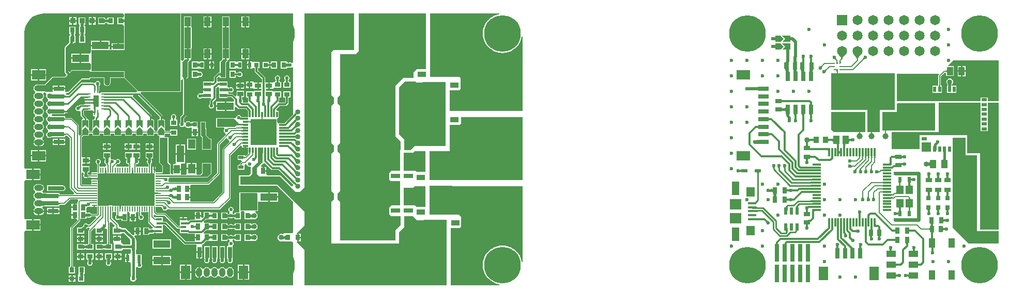
<source format=gtl>
G04*
G04 #@! TF.GenerationSoftware,Altium Limited,Altium Designer,21.0.8 (223)*
G04*
G04 Layer_Physical_Order=1*
G04 Layer_Color=255*
%FSLAX25Y25*%
%MOIN*%
G70*
G04*
G04 #@! TF.SameCoordinates,386B6A0C-B290-4CC1-8F2B-2C95A909E97D*
G04*
G04*
G04 #@! TF.FilePolarity,Positive*
G04*
G01*
G75*
%ADD10C,0.03937*%
%ADD11R,0.03937X0.03150*%
%ADD12R,0.03150X0.03150*%
G04:AMPARAMS|DCode=13|XSize=118.11mil|YSize=78.74mil|CornerRadius=3.94mil|HoleSize=0mil|Usage=FLASHONLY|Rotation=0.000|XOffset=0mil|YOffset=0mil|HoleType=Round|Shape=RoundedRectangle|*
%AMROUNDEDRECTD13*
21,1,0.11811,0.07087,0,0,0.0*
21,1,0.11024,0.07874,0,0,0.0*
1,1,0.00787,0.05512,-0.03543*
1,1,0.00787,-0.05512,-0.03543*
1,1,0.00787,-0.05512,0.03543*
1,1,0.00787,0.05512,0.03543*
%
%ADD13ROUNDEDRECTD13*%
%ADD14R,0.02756X0.07087*%
%ADD15R,0.06299X0.08661*%
%ADD16R,0.08661X0.06299*%
%ADD17R,0.07087X0.02756*%
%ADD18R,0.03937X0.06102*%
%ADD19R,0.04528X0.05512*%
%ADD20R,0.01173X0.05807*%
%ADD21R,0.05807X0.01173*%
%ADD22C,0.01181*%
%ADD23R,0.04134X0.05512*%
%ADD24R,0.12598X0.07480*%
%ADD25R,0.03543X0.07480*%
%ADD26R,0.03937X0.12992*%
%ADD27R,0.04409X0.04134*%
%ADD28R,0.19685X0.09252*%
%ADD29R,0.03740X0.01968*%
%ADD30R,0.06496X0.06496*%
%ADD31R,0.01968X0.03740*%
%ADD32R,0.11102X0.05118*%
%ADD33R,0.08858X0.06890*%
%ADD34R,0.05118X0.11102*%
%ADD35R,0.02559X0.11221*%
%ADD36R,0.03150X0.03937*%
%ADD37R,0.02362X0.04528*%
%ADD38R,0.03858X0.03071*%
%ADD39R,0.03071X0.03858*%
%ADD40R,0.02559X0.06004*%
%ADD41R,0.05315X0.01575*%
%ADD42R,0.05512X0.06299*%
%ADD43R,0.05118X0.09055*%
%ADD44R,0.07480X0.07087*%
%ADD45R,0.04016X0.05787*%
%ADD46R,0.02126X0.03701*%
%ADD47R,0.04134X0.01968*%
%ADD48R,0.03543X0.03937*%
%ADD49R,0.06299X0.03937*%
%ADD50C,0.01028*%
%ADD51C,0.01968*%
%ADD52C,0.00787*%
%ADD53C,0.01181*%
%ADD54C,0.01575*%
%ADD55C,0.02362*%
%ADD56C,0.01500*%
%ADD57R,0.03150X0.03150*%
%ADD58R,0.03150X0.03740*%
%ADD59R,0.05709X0.03347*%
%ADD60R,0.04134X0.03347*%
%ADD61R,0.14764X0.18504*%
%ADD62R,0.03701X0.02126*%
%ADD63R,0.05886X0.11614*%
%ADD64R,0.05886X0.02756*%
G04:AMPARAMS|DCode=65|XSize=236.22mil|YSize=236.22mil|CornerRadius=11.81mil|HoleSize=0mil|Usage=FLASHONLY|Rotation=0.000|XOffset=0mil|YOffset=0mil|HoleType=Round|Shape=RoundedRectangle|*
%AMROUNDEDRECTD65*
21,1,0.23622,0.21260,0,0,0.0*
21,1,0.21260,0.23622,0,0,0.0*
1,1,0.02362,0.10630,-0.10630*
1,1,0.02362,-0.10630,-0.10630*
1,1,0.02362,-0.10630,0.10630*
1,1,0.02362,0.10630,0.10630*
%
%ADD65ROUNDEDRECTD65*%
%ADD66R,0.02362X0.04331*%
G04:AMPARAMS|DCode=67|XSize=314.96mil|YSize=236.22mil|CornerRadius=11.81mil|HoleSize=0mil|Usage=FLASHONLY|Rotation=180.000|XOffset=0mil|YOffset=0mil|HoleType=Round|Shape=RoundedRectangle|*
%AMROUNDEDRECTD67*
21,1,0.31496,0.21260,0,0,180.0*
21,1,0.29134,0.23622,0,0,180.0*
1,1,0.02362,-0.14567,0.10630*
1,1,0.02362,0.14567,0.10630*
1,1,0.02362,0.14567,-0.10630*
1,1,0.02362,-0.14567,-0.10630*
%
%ADD67ROUNDEDRECTD67*%
%ADD68R,0.04528X0.02362*%
%ADD69R,0.03543X0.07480*%
%ADD70R,0.00945X0.03543*%
%ADD71R,0.03543X0.00945*%
%ADD72R,0.01181X0.03543*%
%ADD73R,0.03543X0.01181*%
%ADD74R,0.16732X0.16732*%
%ADD75R,0.03740X0.01772*%
%ADD76R,0.03740X0.03150*%
%ADD77R,0.35827X0.20079*%
%ADD78R,0.00787X0.03347*%
%ADD79R,0.03347X0.00787*%
%ADD80R,0.07480X0.12598*%
%ADD81R,0.07480X0.03543*%
%ADD82R,0.02559X0.02756*%
%ADD83R,0.05787X0.04016*%
%ADD84R,0.03543X0.03740*%
%ADD85R,0.03701X0.03150*%
%ADD86R,0.05118X0.06299*%
%ADD87C,0.00984*%
%ADD88C,0.02756*%
%ADD89C,0.00945*%
%ADD90C,0.03543*%
%ADD91C,0.03347*%
%ADD92C,0.06500*%
%ADD93R,0.06500X0.06500*%
%ADD94C,0.23622*%
%ADD95C,0.02362*%
%ADD96O,0.05906X0.03937*%
%ADD97O,0.03937X0.05906*%
G36*
X320660Y461796D02*
X320660Y411433D01*
X293660Y411433D01*
X284605Y420488D01*
Y423929D01*
X284572Y424329D01*
X284572Y424433D01*
X284122Y424433D01*
X263160D01*
Y438074D01*
X284081Y438074D01*
X284550Y438074D01*
X284572Y438096D01*
X284572Y438564D01*
Y442439D01*
X284572D01*
X284554Y442458D01*
X284566Y456131D01*
X284380Y456114D01*
X284144Y456075D01*
X283939Y456020D01*
X283766Y455949D01*
X283625Y455862D01*
X283514Y455760D01*
X283436Y455642D01*
X283388Y455508D01*
X283372Y455358D01*
Y458508D01*
X283388Y458358D01*
X283436Y458224D01*
X283514Y458106D01*
X283625Y458004D01*
X283766Y457917D01*
X283939Y457846D01*
X284144Y457791D01*
X284380Y457752D01*
X284567Y457735D01*
X284571Y461796D01*
X320660D01*
D02*
G37*
G36*
X252426Y449059D02*
X252294Y449012D01*
X252178Y448933D01*
X252077Y448823D01*
X251992Y448681D01*
X251922Y448508D01*
X251868Y448303D01*
X251829Y448067D01*
X251817Y447933D01*
X251829Y447799D01*
X251868Y447563D01*
X251922Y447358D01*
X251992Y447185D01*
X252077Y447043D01*
X252178Y446933D01*
X252294Y446854D01*
X252426Y446807D01*
X252573Y446791D01*
X249448D01*
X249595Y446807D01*
X249727Y446854D01*
X249843Y446933D01*
X249944Y447043D01*
X250029Y447185D01*
X250099Y447358D01*
X250153Y447563D01*
X250192Y447799D01*
X250204Y447933D01*
X250192Y448067D01*
X250153Y448303D01*
X250099Y448508D01*
X250029Y448681D01*
X249944Y448823D01*
X249843Y448933D01*
X249727Y449012D01*
X249595Y449059D01*
X249448Y449075D01*
X252573D01*
X252426Y449059D01*
D02*
G37*
G36*
X713797Y443465D02*
X708482D01*
X710450Y445433D01*
X708482Y447402D01*
X713797D01*
Y443465D01*
D02*
G37*
G36*
X709466Y445433D02*
X707497Y443465D01*
X704348D01*
Y447402D01*
X707497D01*
X709466Y445433D01*
D02*
G37*
G36*
X284163Y461088D02*
X284162Y460047D01*
X283785Y459203D01*
X279835D01*
Y454663D01*
X283157D01*
X284156Y453817D01*
X284146Y442539D01*
X280932D01*
Y440268D01*
X280432D01*
Y439768D01*
X276192D01*
Y438482D01*
X275037D01*
Y440564D01*
X262935D01*
Y438404D01*
X262872Y438362D01*
X262783Y438230D01*
X262752Y438074D01*
Y436622D01*
X262211Y435847D01*
X261752Y435847D01*
X256660D01*
Y432787D01*
Y429728D01*
X261752D01*
X262211Y429728D01*
X262752Y428952D01*
Y425772D01*
X262356Y425318D01*
X262139Y425218D01*
X261752Y425116D01*
X261712Y425124D01*
X261711Y425124D01*
X261711Y425124D01*
X250609D01*
X250453Y425093D01*
X250370Y425038D01*
X250209D01*
Y424815D01*
X249091Y423696D01*
X248358Y424429D01*
Y438937D01*
X251070Y441649D01*
X251070Y441649D01*
X251260Y441897D01*
X251380Y442186D01*
X251421Y442496D01*
X252391Y442663D01*
X252985D01*
Y447203D01*
X252982D01*
X252528Y447933D01*
X252982Y448663D01*
X252985D01*
Y453203D01*
X249036D01*
Y448663D01*
X249039D01*
X249493Y447933D01*
X249039Y447203D01*
X249036D01*
Y444224D01*
X249025Y444146D01*
X249025Y444146D01*
Y442992D01*
X246313Y440280D01*
X246123Y440032D01*
X246003Y439743D01*
X245962Y439433D01*
X245963Y439433D01*
Y423933D01*
X245962Y423933D01*
X246003Y423623D01*
X246123Y423334D01*
X246313Y423086D01*
X247397Y422003D01*
X246235Y420841D01*
X238160D01*
X238004Y420810D01*
X237872Y420721D01*
X232960Y415809D01*
X230181D01*
X230144Y415813D01*
X228176D01*
X227712Y415767D01*
X227265Y415632D01*
X226854Y415412D01*
X226493Y415116D01*
X226197Y414755D01*
X225977Y414344D01*
X225842Y413897D01*
X225796Y413433D01*
X225842Y412969D01*
X225977Y412522D01*
X226197Y412111D01*
X226493Y411750D01*
X226786Y411510D01*
X226854Y411065D01*
Y410802D01*
X226786Y410357D01*
X226493Y410116D01*
X226197Y409755D01*
X225977Y409344D01*
X225842Y408897D01*
X225796Y408433D01*
X225842Y407969D01*
X225977Y407522D01*
X226197Y407111D01*
X226493Y406750D01*
X226786Y406510D01*
X226854Y406065D01*
Y405801D01*
X226786Y405356D01*
X226493Y405116D01*
X226197Y404755D01*
X225977Y404344D01*
X225842Y403897D01*
X225796Y403433D01*
X225842Y402969D01*
X225977Y402522D01*
X226197Y402111D01*
X226493Y401750D01*
X226786Y401510D01*
X226854Y401065D01*
Y400802D01*
X226786Y400356D01*
X226493Y400116D01*
X226197Y399755D01*
X225977Y399344D01*
X225842Y398897D01*
X225796Y398433D01*
X225842Y397969D01*
X225977Y397522D01*
X226197Y397111D01*
X226493Y396750D01*
X226786Y396510D01*
X226854Y396065D01*
Y395801D01*
X226786Y395356D01*
X226493Y395116D01*
X226197Y394755D01*
X225977Y394344D01*
X225842Y393897D01*
X225796Y393433D01*
X225842Y392969D01*
X225977Y392522D01*
X226197Y392111D01*
X226493Y391750D01*
X226786Y391510D01*
X226854Y391065D01*
Y390802D01*
X226786Y390356D01*
X226493Y390116D01*
X226197Y389755D01*
X225977Y389344D01*
X225842Y388897D01*
X225796Y388433D01*
X225842Y387969D01*
X225977Y387522D01*
X226197Y387111D01*
X226493Y386750D01*
X226786Y386510D01*
X226854Y386065D01*
Y385802D01*
X226786Y385356D01*
X226493Y385116D01*
X226197Y384755D01*
X225977Y384344D01*
X225842Y383897D01*
X225796Y383433D01*
X225842Y382969D01*
X225977Y382522D01*
X226197Y382111D01*
X226493Y381750D01*
X226702Y381578D01*
X226769Y380911D01*
X226691Y380408D01*
X226422Y380187D01*
X226114Y379811D01*
X225884Y379382D01*
X225748Y378933D01*
X232572D01*
X232436Y379382D01*
X232207Y379811D01*
X231898Y380187D01*
X231630Y380408D01*
X231551Y380911D01*
X231618Y381578D01*
X231827Y381750D01*
X232123Y382111D01*
X232343Y382522D01*
X232479Y382969D01*
X232524Y383433D01*
X232479Y383897D01*
X232343Y384344D01*
X232123Y384755D01*
X231827Y385116D01*
X231534Y385356D01*
X231467Y385802D01*
Y386065D01*
X231534Y386510D01*
X231827Y386750D01*
X232123Y387111D01*
X232343Y387522D01*
X232479Y387969D01*
X232524Y388433D01*
X232479Y388897D01*
X232343Y389344D01*
X232123Y389755D01*
X231827Y390116D01*
X231534Y390356D01*
X231467Y390802D01*
Y391065D01*
X231534Y391510D01*
X231827Y391750D01*
X232123Y392111D01*
X232343Y392522D01*
X232479Y392969D01*
X232524Y393433D01*
X232479Y393897D01*
X232343Y394344D01*
X232123Y394755D01*
X231827Y395116D01*
X231534Y395356D01*
X231467Y395801D01*
Y396065D01*
X231534Y396510D01*
X231827Y396750D01*
X232123Y397111D01*
X232343Y397522D01*
X232479Y397969D01*
X232524Y398433D01*
X232479Y398897D01*
X232343Y399344D01*
X232123Y399755D01*
X231827Y400116D01*
X231534Y400356D01*
X231467Y400802D01*
Y401065D01*
X231534Y401510D01*
X231827Y401750D01*
X232123Y402111D01*
X232343Y402522D01*
X232479Y402969D01*
X232524Y403433D01*
X232479Y403897D01*
X232343Y404344D01*
X232123Y404755D01*
X231827Y405116D01*
X231534Y405356D01*
X231467Y405801D01*
Y406065D01*
X231534Y406510D01*
X231827Y406750D01*
X232123Y407111D01*
X232343Y407522D01*
X232479Y407969D01*
X232524Y408433D01*
X232479Y408897D01*
X232343Y409344D01*
X232123Y409755D01*
X232513Y410764D01*
X233174Y410842D01*
X233372Y410645D01*
X233504Y410556D01*
X233660Y410525D01*
X233660Y410525D01*
X233765D01*
X233995Y410260D01*
X234281Y409525D01*
X234135Y409272D01*
X233987Y408719D01*
Y408147D01*
X234135Y407594D01*
X234421Y407099D01*
X234826Y406694D01*
X235220Y406466D01*
X235298Y405933D01*
X235220Y405400D01*
X234826Y405172D01*
X234421Y404768D01*
X234135Y404272D01*
X233987Y403719D01*
Y403147D01*
X234135Y402594D01*
X234421Y402099D01*
X234826Y401694D01*
X235220Y401466D01*
X235298Y400933D01*
X235220Y400400D01*
X234826Y400172D01*
X234421Y399767D01*
X234135Y399272D01*
X233987Y398719D01*
Y398147D01*
X234135Y397594D01*
X234421Y397099D01*
X234826Y396694D01*
X235220Y396466D01*
X235298Y395933D01*
X235220Y395400D01*
X234826Y395172D01*
X234421Y394767D01*
X234135Y394272D01*
X233987Y393719D01*
Y393147D01*
X234135Y392594D01*
X234421Y392099D01*
X234826Y391694D01*
X235220Y391466D01*
X235298Y390933D01*
X235220Y390400D01*
X234826Y390172D01*
X234421Y389768D01*
X234135Y389272D01*
X233987Y388719D01*
Y388147D01*
X234135Y387594D01*
X234421Y387099D01*
X234826Y386694D01*
X235220Y386466D01*
X235298Y385933D01*
X235220Y385400D01*
X234826Y385172D01*
X234421Y384768D01*
X234135Y384272D01*
X233987Y383719D01*
Y383147D01*
X234135Y382594D01*
X234421Y382099D01*
X234826Y381694D01*
X235321Y381408D01*
X235874Y381260D01*
X236446D01*
X236999Y381408D01*
X237494Y381694D01*
X237637Y381837D01*
X242152D01*
X242269Y381852D01*
X246095D01*
Y382787D01*
X246149Y382802D01*
X246234Y382816D01*
X246293Y382821D01*
X247628D01*
X249351Y381098D01*
Y348933D01*
X249351Y348933D01*
X249412Y348623D01*
X249588Y348361D01*
X252143Y345805D01*
X251729Y344805D01*
X242644D01*
X242584Y344811D01*
X242499Y344825D01*
X242446Y344839D01*
Y345672D01*
X238619D01*
X238503Y345687D01*
X233837D01*
X233353Y345694D01*
X232552Y345738D01*
X232003Y345801D01*
X231798Y346080D01*
X231521Y346620D01*
X231475Y346802D01*
X231534Y347010D01*
X231827Y347250D01*
X232123Y347611D01*
X232343Y348022D01*
X232479Y348469D01*
X232524Y348933D01*
X232479Y349397D01*
X232343Y349844D01*
X232123Y350255D01*
X231827Y350616D01*
X231467Y350912D01*
X231055Y351132D01*
X230609Y351267D01*
X230144Y351313D01*
X228176D01*
X227712Y351267D01*
X227265Y351132D01*
X226854Y350912D01*
X226493Y350616D01*
X226197Y350255D01*
X225977Y349844D01*
X225842Y349397D01*
X225796Y348933D01*
X225842Y348469D01*
X225977Y348022D01*
X226197Y347611D01*
X226493Y347250D01*
X226786Y347010D01*
X226854Y346565D01*
Y346302D01*
X226786Y345856D01*
X226493Y345616D01*
X226197Y345255D01*
X225977Y344844D01*
X225842Y344397D01*
X225796Y343933D01*
X225842Y343469D01*
X225977Y343022D01*
X226197Y342611D01*
X226493Y342250D01*
X226786Y342010D01*
X226854Y341565D01*
Y341301D01*
X226786Y340856D01*
X226493Y340616D01*
X226197Y340255D01*
X225977Y339844D01*
X225842Y339397D01*
X225796Y338933D01*
X225842Y338469D01*
X225977Y338022D01*
X226197Y337611D01*
X226493Y337250D01*
X226702Y337078D01*
X226769Y336411D01*
X226691Y335908D01*
X226422Y335687D01*
X226114Y335311D01*
X225884Y334882D01*
X225748Y334433D01*
X232572D01*
X232436Y334882D01*
X232207Y335311D01*
X231898Y335687D01*
X231630Y335908D01*
X231583Y336023D01*
X231558Y336110D01*
X231727Y336542D01*
X232046Y337064D01*
X233773Y337179D01*
X238503D01*
X238619Y337194D01*
X242446D01*
Y338130D01*
X242499Y338144D01*
X242584Y338158D01*
X242644Y338163D01*
X245699D01*
X245700Y338163D01*
X246009Y338225D01*
X246272Y338400D01*
X249483Y341612D01*
X254272D01*
X254406Y341492D01*
X254668Y340585D01*
X254588Y340505D01*
X254413Y340243D01*
X254351Y339933D01*
X254351Y339933D01*
Y338862D01*
X252904D01*
Y336433D01*
X252404D01*
Y335933D01*
X250369D01*
Y334004D01*
X250369D01*
Y333862D01*
X250369D01*
Y331933D01*
X252404D01*
Y331433D01*
X252904D01*
Y329004D01*
X253713D01*
X254086Y328004D01*
X249938Y323856D01*
X249763Y323593D01*
X249701Y323284D01*
X249701Y323283D01*
Y298401D01*
X249696Y298342D01*
X249682Y298256D01*
X249668Y298203D01*
X248536D01*
Y293663D01*
X252485D01*
Y298203D01*
X251353D01*
X251339Y298256D01*
X251325Y298341D01*
X251320Y298401D01*
Y322948D01*
X255732Y327361D01*
X255908Y327623D01*
X255969Y327933D01*
Y328109D01*
X255981Y329104D01*
X259852D01*
Y329450D01*
X260182Y329721D01*
X260807Y329985D01*
X261011Y329867D01*
X261439Y329752D01*
X261881D01*
X262309Y329867D01*
X262692Y330088D01*
X263005Y330401D01*
X263084Y330537D01*
X263126Y330558D01*
X263193Y330584D01*
X263261Y330605D01*
X263265Y330605D01*
X263545Y330624D01*
X265792D01*
X266206Y329624D01*
X262004Y325421D01*
X261005Y325465D01*
X260692Y325778D01*
X260309Y326000D01*
X259881Y326114D01*
X259439D01*
X259011Y326000D01*
X258628Y325778D01*
X258315Y325465D01*
X258094Y325082D01*
X257979Y324654D01*
Y324475D01*
X257781Y324255D01*
X257312Y323818D01*
X257049Y323607D01*
X256815Y323442D01*
X256756Y323408D01*
X253910D01*
Y319458D01*
X258411D01*
Y321149D01*
X258510Y321334D01*
X258681Y321592D01*
X259562Y322634D01*
X259647Y322721D01*
X259679Y322752D01*
X259881D01*
X260309Y322867D01*
X260692Y323088D01*
X260881Y323277D01*
X261444Y323276D01*
X261783Y322696D01*
X261819Y322236D01*
X261588Y322005D01*
X261413Y321743D01*
X261351Y321433D01*
X261351Y321433D01*
Y313106D01*
X261346Y313046D01*
X261332Y312961D01*
X261318Y312908D01*
X259890D01*
Y312904D01*
X259160Y312451D01*
X258430Y312904D01*
Y312908D01*
X253890D01*
Y308958D01*
X258430D01*
Y308962D01*
X259160Y309416D01*
X259890Y308962D01*
Y308958D01*
X264430D01*
Y312908D01*
X263003D01*
X262988Y312961D01*
X262975Y313046D01*
X262969Y313106D01*
Y321098D01*
X264910Y323038D01*
X265910Y322624D01*
Y319458D01*
X270410D01*
Y321149D01*
X270510Y321334D01*
X270681Y321592D01*
X271562Y322634D01*
X271647Y322721D01*
X271679Y322752D01*
X271881D01*
X272309Y322867D01*
X272351Y322891D01*
X273245Y322477D01*
X273351Y322361D01*
Y313109D01*
X273346Y313051D01*
X273332Y312968D01*
X273316Y312910D01*
X273315Y312908D01*
X271890D01*
Y312904D01*
X271160Y312451D01*
X270430Y312904D01*
Y312908D01*
X265890D01*
Y308958D01*
X270430D01*
Y308962D01*
X271160Y309416D01*
X271890Y308962D01*
Y308958D01*
X276430D01*
Y312908D01*
X275005D01*
X275004Y312910D01*
X274988Y312968D01*
X274974Y313051D01*
X274969Y313109D01*
Y326525D01*
X275965Y326943D01*
X278152Y324756D01*
X277738Y323756D01*
X276944D01*
Y319110D01*
X281377D01*
X281560Y319110D01*
X281577Y319107D01*
X282377Y319110D01*
Y319367D01*
X283341Y319845D01*
X284002D01*
X287795Y316052D01*
X288192Y315216D01*
X288188Y314417D01*
X288192Y314400D01*
Y312616D01*
X288174Y312609D01*
X288054Y312577D01*
X287885Y312549D01*
X287671Y312530D01*
X287395Y312523D01*
X287388Y312522D01*
X283778D01*
X282818Y312997D01*
X282818Y313295D01*
X282089Y313951D01*
X282089Y314259D01*
Y315421D01*
X277231D01*
Y314183D01*
X277231Y313886D01*
X277503Y312998D01*
Y312886D01*
Y308571D01*
X281818D01*
X282001Y308571D01*
X282018Y308567D01*
X282818Y308571D01*
Y308869D01*
X283778Y309345D01*
X287398D01*
X287406Y309343D01*
X288192Y309333D01*
Y309311D01*
X288525D01*
X288566Y308797D01*
X288570Y308525D01*
X288572Y308517D01*
Y307073D01*
X288101Y306268D01*
X287572Y306268D01*
X286920D01*
Y303602D01*
Y300937D01*
X288101D01*
X288572Y300132D01*
Y292034D01*
X288570Y292024D01*
X288569Y291898D01*
X288563Y291603D01*
X288326Y291193D01*
X288192Y290692D01*
Y290174D01*
X288326Y289673D01*
X288585Y289224D01*
X288951Y288858D01*
X289400Y288599D01*
X289901Y288465D01*
X290419D01*
X290920Y288599D01*
X291369Y288858D01*
X291735Y289224D01*
X291995Y289673D01*
X292129Y290174D01*
Y290692D01*
X291995Y291193D01*
X291775Y291573D01*
X291749Y292064D01*
X291748Y292067D01*
Y297748D01*
X292748Y298016D01*
X292815Y297901D01*
X293128Y297588D01*
X293511Y297366D01*
X293939Y297252D01*
X294381D01*
X294809Y297366D01*
X295192Y297588D01*
X295505Y297901D01*
X295727Y298284D01*
X295841Y298712D01*
Y299154D01*
X295727Y299582D01*
X295505Y299965D01*
X295434Y300037D01*
X295481Y301037D01*
X295481D01*
Y306168D01*
X292748D01*
X292319Y306168D01*
X291748Y306931D01*
Y308327D01*
X292129Y309311D01*
X292132Y310110D01*
X292129Y310128D01*
X292129Y310311D01*
Y314216D01*
X292129Y314400D01*
X292132Y314417D01*
X292129Y315217D01*
X291793D01*
X291754Y315684D01*
X291750Y315944D01*
X291742Y315983D01*
X291694Y316344D01*
X291536Y316727D01*
X291283Y317056D01*
X290812Y317527D01*
X291250Y318504D01*
X291711Y318504D01*
X292404D01*
Y320433D01*
X290869D01*
Y319415D01*
X290869Y318885D01*
X289892Y318447D01*
X285783Y322556D01*
X285454Y322809D01*
X285071Y322967D01*
X284660Y323022D01*
X283341D01*
X282377Y323499D01*
X282377Y323756D01*
X281577Y323759D01*
X280851Y324394D01*
Y324933D01*
X280811Y325241D01*
X280692Y325529D01*
X280503Y325775D01*
X276615Y329663D01*
Y333261D01*
X279339D01*
Y331638D01*
X279334Y331600D01*
X279320Y331529D01*
X279299Y331460D01*
X279273Y331392D01*
X279253Y331350D01*
X279128Y331278D01*
X278815Y330965D01*
X278594Y330582D01*
X278479Y330154D01*
Y329712D01*
X278594Y329284D01*
X278815Y328901D01*
X279128Y328588D01*
X279511Y328366D01*
X279939Y328252D01*
X280381D01*
X280809Y328366D01*
X281192Y328588D01*
X281319Y328715D01*
X281596Y328729D01*
X281821Y328709D01*
X282022Y328676D01*
X282183Y328632D01*
X282302Y328584D01*
X282381Y328536D01*
X282426Y328494D01*
X282450Y328458D01*
X282464Y328417D01*
X282469Y328376D01*
Y327604D01*
X286340D01*
Y332262D01*
X286340D01*
X286342Y333261D01*
X287637D01*
X287881Y332362D01*
X287881Y332261D01*
Y330433D01*
X291951D01*
Y332261D01*
X291951Y332362D01*
X292195Y333261D01*
X293512D01*
Y331182D01*
X293512Y331182D01*
X293574Y330872D01*
X293674Y330722D01*
X293594Y330582D01*
X293479Y330154D01*
Y329712D01*
X293594Y329284D01*
X293815Y328901D01*
X294128Y328588D01*
X294511Y328366D01*
X294939Y328252D01*
X295381D01*
X295809Y328366D01*
X296192Y328588D01*
X296505Y328901D01*
X296727Y329284D01*
X296841Y329712D01*
Y330154D01*
X296727Y330582D01*
X296505Y330965D01*
X296192Y331278D01*
X295809Y331500D01*
X295381Y331614D01*
X295131D01*
Y333261D01*
X299812D01*
Y326973D01*
X299812Y326972D01*
X299873Y326663D01*
X300048Y326400D01*
X302952Y323497D01*
X302435Y322600D01*
X302381Y322614D01*
X301939D01*
X301511Y322500D01*
X301307Y322381D01*
X300682Y322645D01*
X300352Y322916D01*
Y323262D01*
X296481D01*
Y318604D01*
X300352D01*
Y318950D01*
X300682Y319221D01*
X301307Y319485D01*
X301511Y319367D01*
X301939Y319252D01*
X302381D01*
X302809Y319367D01*
X303192Y319588D01*
X303505Y319901D01*
X303597Y320059D01*
X303609Y320062D01*
X303674Y320075D01*
X303705Y320078D01*
X304689Y319928D01*
Y319809D01*
X309229D01*
Y322368D01*
Y325159D01*
X309298Y325172D01*
X309681Y325203D01*
X310462D01*
X322946Y312719D01*
X323274Y312500D01*
X323660Y312423D01*
X330754D01*
X330940Y311500D01*
X330940Y311423D01*
Y307957D01*
X334696D01*
Y311465D01*
X334696Y311500D01*
X334720Y312490D01*
X334771Y312500D01*
X335099Y312719D01*
X336480Y314100D01*
X336702Y314306D01*
X336888Y314455D01*
X337054Y314571D01*
X337112Y314604D01*
X339426D01*
Y314604D01*
X339977Y314826D01*
X340536Y314663D01*
Y314663D01*
X344485D01*
Y319203D01*
X340536D01*
Y319203D01*
X339976Y319040D01*
X339426Y319262D01*
Y319262D01*
X336056D01*
X335642Y320262D01*
X336480Y321100D01*
X336702Y321306D01*
X336888Y321455D01*
X337054Y321571D01*
X337112Y321604D01*
X339426D01*
Y321604D01*
X339977Y321826D01*
X340536Y321663D01*
Y321663D01*
X344485D01*
Y326203D01*
X340536D01*
Y326203D01*
X339976Y326040D01*
X339426Y326262D01*
Y326262D01*
X336056D01*
X335642Y327262D01*
X336480Y328100D01*
X336702Y328306D01*
X336888Y328455D01*
X337054Y328571D01*
X337112Y328604D01*
X339426D01*
Y328604D01*
X339977Y328826D01*
X340536Y328663D01*
Y328663D01*
X344485D01*
Y333203D01*
X340536D01*
Y333203D01*
X339976Y333040D01*
X339426Y333262D01*
Y333262D01*
X335555D01*
Y330257D01*
X334930Y329702D01*
X334014Y330089D01*
Y330433D01*
X329944D01*
X329944Y328504D01*
X328969Y328443D01*
X327160D01*
X326774Y328366D01*
X326446Y328147D01*
X325881Y327582D01*
X324881Y327996D01*
Y328272D01*
X320140D01*
Y327386D01*
X320240D01*
Y324546D01*
X319240Y324497D01*
X311232Y332505D01*
X310970Y332681D01*
X310660Y332742D01*
X310660Y332742D01*
X305495D01*
X304580Y333658D01*
Y335335D01*
X304564Y335413D01*
Y336903D01*
X306054D01*
X306133Y336888D01*
X308301D01*
X308979Y336154D01*
Y335712D01*
X309094Y335284D01*
X309315Y334901D01*
X309628Y334588D01*
X310011Y334366D01*
X310439Y334252D01*
X310881D01*
X311309Y334366D01*
X311692Y334588D01*
X312005Y334901D01*
X312052Y334982D01*
X312745Y335236D01*
X312893Y335262D01*
X313253Y335251D01*
X313350Y335185D01*
X313660Y335124D01*
X313660Y335124D01*
X345660D01*
X345660Y335124D01*
X345970Y335185D01*
X346232Y335361D01*
X352732Y341861D01*
X352732Y341861D01*
X352908Y342123D01*
X352969Y342433D01*
X352969Y342433D01*
Y370098D01*
X359274Y376403D01*
X360274Y375989D01*
Y374984D01*
X362046D01*
Y376075D01*
X363046D01*
Y374984D01*
X364027D01*
X364311Y374984D01*
X364311Y374700D01*
Y371229D01*
X362911Y369828D01*
X361911Y370046D01*
Y370046D01*
X357410D01*
Y367120D01*
X359597D01*
X359717Y366954D01*
X360088Y366005D01*
X360088Y366005D01*
X359088Y365005D01*
X358912Y364743D01*
X358851Y364433D01*
X358198Y363747D01*
X357410D01*
Y360821D01*
X361911D01*
Y363679D01*
X361976Y363927D01*
X362361Y364193D01*
X362553Y364258D01*
X363594Y363784D01*
X363815Y363401D01*
X364128Y363088D01*
X364511Y362866D01*
X364939Y362752D01*
X365124D01*
X365408Y362722D01*
X366081Y361940D01*
X366066Y361862D01*
Y358336D01*
X364879Y357149D01*
X359109D01*
X359031Y357134D01*
X358321D01*
Y356424D01*
X358306Y356347D01*
Y351228D01*
X358321Y351151D01*
Y350441D01*
X359031D01*
X359109Y350426D01*
X382879D01*
X393160Y340144D01*
Y320104D01*
X392373Y319591D01*
X392160Y319590D01*
X387648D01*
Y319591D01*
X386648Y319187D01*
X386378Y319299D01*
X385903Y319394D01*
X385418D01*
X384942Y319299D01*
X384495Y319114D01*
X384092Y318844D01*
X383749Y318502D01*
X383479Y318099D01*
X383294Y317651D01*
X383200Y317175D01*
Y316691D01*
X383294Y316215D01*
X383479Y315768D01*
X383749Y315365D01*
X384092Y315022D01*
X384495Y314753D01*
X384942Y314567D01*
X385418Y314472D01*
X385903D01*
X386378Y314567D01*
X386648Y314679D01*
X387648Y314276D01*
Y314276D01*
X392160D01*
X392373Y314276D01*
X393160Y313762D01*
Y286236D01*
X232089D01*
X230403Y286458D01*
X228760Y286898D01*
X227188Y287549D01*
X225715Y288400D01*
X224365Y289435D01*
X223162Y290638D01*
X222127Y291988D01*
X221276Y293461D01*
X220625Y295032D01*
X220185Y296675D01*
X219963Y298362D01*
Y299213D01*
Y320860D01*
X220963Y321543D01*
X225010D01*
Y325193D01*
Y328842D01*
X220963D01*
X220680Y328842D01*
X219963Y329526D01*
Y353340D01*
X220963Y354024D01*
X225010D01*
Y357673D01*
Y361323D01*
X220963D01*
X220680Y361323D01*
X219963Y362006D01*
X219963Y448819D01*
X219963Y449669D01*
X220185Y451356D01*
X220625Y452999D01*
X221276Y454571D01*
X222127Y456044D01*
X223162Y457393D01*
X224365Y458596D01*
X225715Y459632D01*
X227188Y460482D01*
X228759Y461133D01*
X230403Y461574D01*
X232089Y461796D01*
X283456D01*
X284163Y461088D01*
D02*
G37*
G36*
X713797Y438465D02*
X708482D01*
X710450Y440433D01*
X708482Y442402D01*
X713797D01*
Y438465D01*
D02*
G37*
G36*
X709466Y440433D02*
X707497Y438465D01*
X704348D01*
Y442402D01*
X707497D01*
X709466Y440433D01*
D02*
G37*
G36*
X478924Y425760D02*
X473215D01*
X471054Y423598D01*
Y420114D01*
X464341D01*
X459160Y414933D01*
X459160Y382433D01*
X462479Y379114D01*
X462479Y373539D01*
X462312Y373372D01*
X462312Y360126D01*
X456426Y360126D01*
X455160Y358860D01*
Y356647D01*
X455160Y354433D01*
X456160Y353433D01*
X462312D01*
X462312Y337626D01*
X456426Y337626D01*
X455160Y336360D01*
Y334429D01*
X455160Y331933D01*
X456266Y330827D01*
X462479D01*
X462479Y325039D01*
X459160Y321721D01*
X459160Y314933D01*
X423455Y314933D01*
X423455Y339984D01*
X421881Y341559D01*
Y345362D01*
X421936D01*
X423455Y346882D01*
Y370984D01*
X421881Y372559D01*
Y376362D01*
X421936D01*
X423455Y377882D01*
Y401984D01*
X421881Y403559D01*
Y407362D01*
X421936D01*
X423455Y408882D01*
X423455Y435433D01*
X433660Y435433D01*
X435660Y437432D01*
X435665Y461744D01*
X478924Y461744D01*
X478924Y425760D01*
D02*
G37*
G36*
X748801Y434640D02*
X748273Y434123D01*
X748059Y433870D01*
X747878Y433621D01*
X747730Y433376D01*
X747614Y433135D01*
X747532Y432897D01*
X747482Y432663D01*
X747466Y432433D01*
X746678D01*
X746662Y432663D01*
X746613Y432897D01*
X746530Y433135D01*
X746415Y433376D01*
X746267Y433621D01*
X746085Y433870D01*
X745871Y434123D01*
X745624Y434380D01*
X745344Y434640D01*
X745030Y434904D01*
X749114D01*
X748801Y434640D01*
D02*
G37*
G36*
X758990Y434752D02*
X758143Y433770D01*
X757936Y433476D01*
X757767Y433199D01*
X757635Y432939D01*
X757541Y432695D01*
X757485Y432468D01*
X757466Y432257D01*
X756678D01*
X756660Y432468D01*
X756603Y432695D01*
X756509Y432939D01*
X756378Y433199D01*
X756208Y433476D01*
X756001Y433770D01*
X755757Y434081D01*
X755155Y434752D01*
X754797Y435112D01*
X759347D01*
X758990Y434752D01*
D02*
G37*
G36*
X727854Y433039D02*
X727814Y432980D01*
X727778Y432912D01*
X727748Y432836D01*
X727722Y432752D01*
X727701Y432659D01*
X727684Y432557D01*
X727672Y432447D01*
X727663Y432202D01*
X726482D01*
X726479Y432329D01*
X726460Y432557D01*
X726444Y432659D01*
X726423Y432752D01*
X726397Y432836D01*
X726366Y432912D01*
X726331Y432980D01*
X726290Y433039D01*
X726245Y433090D01*
X727899D01*
X727854Y433039D01*
D02*
G37*
G36*
X722854D02*
X722814Y432980D01*
X722779Y432912D01*
X722748Y432836D01*
X722722Y432752D01*
X722701Y432659D01*
X722684Y432557D01*
X722672Y432447D01*
X722663Y432202D01*
X721482D01*
X721479Y432329D01*
X721460Y432557D01*
X721444Y432659D01*
X721423Y432752D01*
X721397Y432836D01*
X721366Y432912D01*
X721330Y432980D01*
X721290Y433039D01*
X721245Y433090D01*
X722899D01*
X722854Y433039D01*
D02*
G37*
G36*
X762060Y432252D02*
X761941Y432249D01*
X761826Y432238D01*
X761716Y432220D01*
X761610Y432193D01*
X761508Y432159D01*
X761410Y432116D01*
X761316Y432065D01*
X761227Y432007D01*
X761143Y431941D01*
X761062Y431866D01*
X760505Y432423D01*
X760580Y432504D01*
X760646Y432588D01*
X760705Y432677D01*
X760755Y432771D01*
X760798Y432868D01*
X760832Y432971D01*
X760859Y433077D01*
X760878Y433187D01*
X760888Y433302D01*
X760891Y433421D01*
X762060Y432252D01*
D02*
G37*
G36*
X743256Y433302D02*
X743267Y433187D01*
X743285Y433077D01*
X743312Y432971D01*
X743347Y432868D01*
X743389Y432771D01*
X743440Y432677D01*
X743498Y432588D01*
X743565Y432504D01*
X743639Y432423D01*
X743082Y431866D01*
X743002Y431941D01*
X742917Y432007D01*
X742828Y432065D01*
X742734Y432116D01*
X742637Y432159D01*
X742535Y432193D01*
X742428Y432220D01*
X742318Y432238D01*
X742203Y432249D01*
X742084Y432252D01*
X743253Y433421D01*
X743256Y433302D01*
D02*
G37*
G36*
X727669Y430845D02*
X727686Y430642D01*
X727716Y430464D01*
X727757Y430309D01*
X727810Y430177D01*
X727875Y430070D01*
X727952Y429986D01*
X728041Y429926D01*
X728141Y429890D01*
X728253Y429878D01*
X726159Y429890D01*
X726220Y429901D01*
X726275Y429937D01*
X726324Y429996D01*
X726366Y430079D01*
X726401Y430185D01*
X726430Y430315D01*
X726453Y430468D01*
X726469Y430646D01*
X726482Y431071D01*
X727663D01*
X727669Y430845D01*
D02*
G37*
G36*
X722666Y430846D02*
X722692Y430468D01*
X722714Y430315D01*
X722743Y430185D01*
X722779Y430079D01*
X722821Y429996D01*
X722869Y429937D01*
X722924Y429901D01*
X722985Y429890D01*
X720891Y429878D01*
X721003Y429890D01*
X721104Y429926D01*
X721192Y429986D01*
X721269Y430070D01*
X721334Y430177D01*
X721387Y430309D01*
X721428Y430464D01*
X721458Y430642D01*
X721476Y430845D01*
X721482Y431071D01*
X722663D01*
X722666Y430846D01*
D02*
G37*
G36*
X717985Y431445D02*
X718040Y430559D01*
X718074Y430342D01*
X718115Y430165D01*
X718163Y430027D01*
X718218Y429929D01*
X718281Y429870D01*
X718352Y429850D01*
X715305D01*
X715439Y429870D01*
X715559Y429929D01*
X715666Y430027D01*
X715758Y430165D01*
X715836Y430342D01*
X715899Y430559D01*
X715949Y430815D01*
X715984Y431110D01*
X716006Y431445D01*
X716013Y431819D01*
X717981D01*
X717985Y431445D01*
D02*
G37*
G36*
X393160Y461796D02*
Y430225D01*
X392192Y429778D01*
X391809Y430000D01*
X391381Y430114D01*
X390939D01*
X390511Y430000D01*
X390224Y429834D01*
X390204Y429837D01*
X389801Y429994D01*
X389285Y430335D01*
X389284Y430336D01*
Y430703D01*
X385335D01*
Y426163D01*
X389284D01*
Y426529D01*
X389802Y426872D01*
X390204Y427030D01*
X390224Y427032D01*
X390511Y426866D01*
X390939Y426752D01*
X391381D01*
X391809Y426866D01*
X392192Y427088D01*
X393160Y426641D01*
Y396361D01*
X387663Y390864D01*
X385774D01*
X385677Y390845D01*
X383603Y390845D01*
X383026Y391606D01*
X383026Y393799D01*
X383787Y394376D01*
X384009D01*
Y394382D01*
Y398719D01*
X382788D01*
X382374Y399719D01*
X384578Y401923D01*
X388160D01*
X388547Y402000D01*
X388874Y402219D01*
X389874Y403219D01*
X390093Y403547D01*
X390170Y403933D01*
Y406810D01*
X390179Y406913D01*
X390203Y407055D01*
X390232Y407165D01*
X390263Y407241D01*
X390290Y407284D01*
X390306Y407302D01*
X390312Y407306D01*
X390319Y407308D01*
X390323Y407309D01*
X391430D01*
Y411258D01*
X386890D01*
Y407309D01*
X387997D01*
X388001Y407308D01*
X388008Y407306D01*
X388014Y407302D01*
X388030Y407284D01*
X388057Y407241D01*
X388088Y407165D01*
X388117Y407055D01*
X388141Y406913D01*
X388150Y406810D01*
Y404351D01*
X387742Y403943D01*
X384513D01*
X384220Y404298D01*
X384038Y404715D01*
X384006Y404916D01*
X384093Y405047D01*
X384170Y405433D01*
Y406810D01*
X384179Y406913D01*
X384203Y407055D01*
X384232Y407165D01*
X384263Y407241D01*
X384290Y407284D01*
X384306Y407302D01*
X384312Y407306D01*
X384319Y407308D01*
X384323Y407309D01*
X385430D01*
Y411258D01*
X380890D01*
Y411258D01*
X379989Y411498D01*
Y411613D01*
X375965D01*
X375483Y412565D01*
X375834Y413154D01*
X377160D01*
Y415189D01*
Y417224D01*
X375231Y417224D01*
X375170Y418199D01*
Y419933D01*
X375093Y420320D01*
X374874Y420647D01*
X370670Y424851D01*
Y425960D01*
X370679Y426063D01*
X370703Y426205D01*
X370732Y426314D01*
X370763Y426390D01*
X370790Y426434D01*
X370806Y426451D01*
X370812Y426455D01*
X370819Y426458D01*
X370823Y426458D01*
X371682D01*
Y430408D01*
X367773D01*
X367733Y430408D01*
X366773Y430505D01*
Y430784D01*
X365710D01*
Y428433D01*
Y426083D01*
X366773D01*
Y426361D01*
X367733Y426458D01*
X367773Y426458D01*
X368497D01*
X368501Y426458D01*
X368508Y426455D01*
X368514Y426451D01*
X368530Y426434D01*
X368557Y426390D01*
X368588Y426314D01*
X368617Y426205D01*
X368641Y426063D01*
X368650Y425960D01*
Y424433D01*
X368727Y424047D01*
X368946Y423719D01*
X373150Y419515D01*
Y418199D01*
X373089Y417224D01*
X372150Y417224D01*
X371160D01*
Y415189D01*
Y413154D01*
X372486Y413154D01*
X372837Y412565D01*
X372356Y411613D01*
X368331D01*
Y411498D01*
X367430Y411258D01*
Y411258D01*
X362890D01*
Y407309D01*
X364017D01*
X364029Y407296D01*
X364056Y407251D01*
X364088Y407173D01*
X364117Y407062D01*
X364141Y406918D01*
X364150Y406813D01*
Y405433D01*
X364227Y405047D01*
X364315Y404916D01*
X364283Y404715D01*
X364100Y404298D01*
X363808Y403943D01*
X361396D01*
X361022Y404413D01*
X360769Y404943D01*
X360841Y405212D01*
Y405654D01*
X360727Y406082D01*
X360505Y406465D01*
X360192Y406778D01*
X360198Y406836D01*
X360229Y406946D01*
X360705Y407742D01*
X361489D01*
Y411613D01*
X356831D01*
Y408605D01*
X355831Y408190D01*
X354614Y409407D01*
X354287Y409626D01*
X353900Y409703D01*
X351883D01*
X351473Y409932D01*
X351417Y410001D01*
X351668Y410969D01*
X351824Y411137D01*
X352027Y411189D01*
X352128Y411088D01*
X352511Y410866D01*
X352939Y410752D01*
X353381D01*
X353809Y410866D01*
X354192Y411088D01*
X354505Y411401D01*
X354727Y411784D01*
X354841Y412212D01*
Y412654D01*
X354727Y413082D01*
X354505Y413465D01*
X354192Y413778D01*
X353809Y414000D01*
X353381Y414114D01*
X352939D01*
X352511Y414000D01*
X352128Y413778D01*
X352001Y413652D01*
X351905Y413647D01*
X351097Y413955D01*
X350948Y414567D01*
X350942Y414638D01*
X350942Y415014D01*
Y417754D01*
X345614D01*
X345614Y417754D01*
X345009Y417599D01*
X344170Y418320D01*
Y420015D01*
X345028Y420872D01*
X345873Y420611D01*
X346036Y420466D01*
Y420163D01*
X346396D01*
X346436Y420155D01*
X349585D01*
X349625Y420163D01*
X349985D01*
Y420524D01*
X349993Y420563D01*
Y430134D01*
X351156Y431297D01*
X351244Y431429D01*
X351275Y431585D01*
X352039Y432116D01*
X352105Y432147D01*
X352229D01*
Y439050D01*
X352229D01*
X352220Y439061D01*
X352237Y439150D01*
Y452716D01*
X352220Y452805D01*
X352229Y452816D01*
X352229D01*
Y459719D01*
X347492D01*
Y452816D01*
X347492D01*
X347502Y452805D01*
X347484Y452716D01*
Y439150D01*
X347502Y439061D01*
X347492Y439050D01*
X347492D01*
Y432147D01*
X346934Y431378D01*
X346259Y430703D01*
X346036Y430703D01*
X346028Y430303D01*
X346028Y430303D01*
X346028Y429706D01*
Y423578D01*
X346011Y423563D01*
X345968Y423536D01*
X345892Y423505D01*
X345782Y423476D01*
X345640Y423452D01*
X345537Y423443D01*
X345160D01*
X344774Y423366D01*
X344446Y423147D01*
X342446Y421147D01*
X342227Y420820D01*
X342150Y420433D01*
Y418240D01*
X341665Y417852D01*
X340706Y417754D01*
Y417754D01*
X335378D01*
Y415073D01*
X335278Y414114D01*
X335278Y413634D01*
Y412933D01*
X338042D01*
Y411933D01*
X335278D01*
Y410881D01*
X335258Y410711D01*
X334958Y410103D01*
X333942Y409923D01*
X333809Y410000D01*
X333381Y410114D01*
X332939D01*
X332511Y410000D01*
X332128Y409778D01*
X331815Y409465D01*
X331594Y409082D01*
X331479Y408654D01*
Y408212D01*
X331594Y407784D01*
X331815Y407401D01*
X332128Y407088D01*
X332511Y406867D01*
X332939Y406752D01*
X333381D01*
X333809Y406867D01*
X334192Y407088D01*
X334378Y407274D01*
X335378Y407112D01*
Y407112D01*
X339996D01*
X340411Y406112D01*
X339946Y405647D01*
X339727Y405320D01*
X339650Y404933D01*
Y403421D01*
X339644Y403364D01*
X339631Y403286D01*
X339630Y403279D01*
X339628Y403278D01*
X339315Y402965D01*
X339094Y402582D01*
X338979Y402154D01*
Y401712D01*
X339094Y401284D01*
X339315Y400901D01*
X339628Y400588D01*
X340011Y400366D01*
X340439Y400252D01*
X340881D01*
X341309Y400366D01*
X341692Y400588D01*
X342005Y400901D01*
X342227Y401284D01*
X342341Y401712D01*
Y402154D01*
X342227Y402582D01*
X342005Y402965D01*
X341692Y403278D01*
X341690Y403279D01*
X341689Y403286D01*
X341677Y403359D01*
X341670Y403443D01*
Y404515D01*
X343374Y406219D01*
X343593Y406547D01*
X343670Y406933D01*
Y413515D01*
X344614Y414459D01*
X344962Y414440D01*
X345614Y413848D01*
X345614Y410563D01*
X345614Y409852D01*
Y407112D01*
X350942D01*
Y407541D01*
X350942Y407542D01*
X350943Y407545D01*
X350946Y407550D01*
X350963Y407565D01*
X351007Y407591D01*
X351083Y407622D01*
X351194Y407651D01*
X351336Y407674D01*
X351437Y407683D01*
X353482D01*
X355318Y405847D01*
X354904Y404846D01*
X350160D01*
Y401787D01*
Y398728D01*
X355711D01*
Y401039D01*
X356711Y401454D01*
X357946Y400219D01*
X358274Y400000D01*
X358660Y399923D01*
X362742D01*
X364292Y398373D01*
Y396547D01*
X364311Y396450D01*
Y395207D01*
X364311Y394782D01*
X363886Y394782D01*
X362644D01*
X362546Y394801D01*
X359832D01*
X359801Y394806D01*
X359727Y395082D01*
X359505Y395465D01*
X359192Y395778D01*
X358809Y396000D01*
X358381Y396114D01*
X357939D01*
X357511Y396000D01*
X357128Y395778D01*
X356815Y395465D01*
X356594Y395082D01*
X356479Y394654D01*
Y394361D01*
X356468Y394353D01*
X355697Y394069D01*
X355533Y394039D01*
X355211Y394046D01*
X355211Y394046D01*
X344109D01*
X344070Y394038D01*
X343709D01*
Y393677D01*
X343701Y393638D01*
Y388520D01*
X343709Y388480D01*
Y388120D01*
X344070D01*
X344109Y388112D01*
X348603Y388112D01*
X348799Y387800D01*
X348961Y387112D01*
X348815Y386965D01*
X348594Y386582D01*
X348479Y386154D01*
Y385712D01*
X348594Y385284D01*
X348815Y384901D01*
X349128Y384588D01*
X349511Y384366D01*
X349530Y384362D01*
X349873Y383384D01*
X349865Y383282D01*
X344588Y378005D01*
X344412Y377743D01*
X344351Y377433D01*
X344351Y377433D01*
Y358768D01*
X338325Y352742D01*
X313233D01*
X313116Y352848D01*
X312702Y353742D01*
X312727Y353784D01*
X312841Y354212D01*
Y354654D01*
X312804Y354793D01*
X313211Y355545D01*
X313471Y355793D01*
X337932D01*
X338088Y355824D01*
X338220Y355912D01*
X338220Y355912D01*
X340317Y358009D01*
X340540Y358009D01*
X340548Y358409D01*
X340548Y358410D01*
X340548Y359006D01*
Y364709D01*
X340540Y364748D01*
Y365109D01*
X340180D01*
X340140Y365117D01*
X335022D01*
X334983Y365109D01*
X334622D01*
Y364748D01*
X334614Y364709D01*
Y358578D01*
X333432Y357396D01*
X331585D01*
X330798Y357909D01*
X330798Y358396D01*
Y361059D01*
X324680D01*
Y358396D01*
X324680Y357909D01*
X323892Y357396D01*
X321798D01*
X320857Y357539D01*
X320857Y358396D01*
Y360433D01*
X315841D01*
X315841Y358060D01*
X315422Y357764D01*
X315256Y357723D01*
X314387Y358434D01*
Y363827D01*
X314379Y363866D01*
Y364227D01*
X314156D01*
X312773Y365610D01*
X312773Y381433D01*
X312742Y381589D01*
X312653Y381721D01*
X312521Y381810D01*
X312365Y381841D01*
X310429Y381841D01*
X310285Y382832D01*
X310417Y382920D01*
X310505Y383053D01*
X310537Y383209D01*
Y384124D01*
X313692D01*
X313752Y384119D01*
X313837Y384105D01*
X313890Y384091D01*
Y382809D01*
X318430D01*
Y386758D01*
X313890D01*
Y385776D01*
X313837Y385761D01*
X313752Y385748D01*
X313692Y385742D01*
X311236D01*
X310537Y386358D01*
X310526Y386413D01*
X310502Y386623D01*
X310489Y387012D01*
X310502Y387399D01*
X310526Y387610D01*
X310536Y387665D01*
X310536Y387665D01*
Y388094D01*
X310537Y392234D01*
X310537Y392657D01*
X310536Y392657D01*
X310505Y392813D01*
X310417Y392946D01*
X310285Y393034D01*
X310129Y393065D01*
X310129Y393065D01*
X310050Y393065D01*
X309050Y393794D01*
Y395433D01*
X308982Y395774D01*
X308789Y396062D01*
X294826Y410025D01*
X295240Y411025D01*
X320237Y411025D01*
X320660Y411025D01*
X320660Y411025D01*
X320816Y411056D01*
X320949Y411145D01*
X321037Y411277D01*
X321068Y411433D01*
X321068Y411433D01*
X321068Y411856D01*
Y418633D01*
X321212Y418871D01*
X322030Y419359D01*
X322065Y419364D01*
X322311Y419171D01*
X322313Y419088D01*
Y396779D01*
X320813Y395280D01*
X320623Y395032D01*
X320503Y394743D01*
X320462Y394433D01*
X320462Y394433D01*
Y391306D01*
X320458Y391108D01*
X320315Y390965D01*
X320094Y390582D01*
X319979Y390154D01*
Y389712D01*
X320094Y389284D01*
X320315Y388901D01*
X320628Y388588D01*
X321011Y388367D01*
X321439Y388252D01*
X321881D01*
X322309Y388367D01*
X322692Y388588D01*
X322761Y388656D01*
X323791Y388642D01*
X323894Y388608D01*
X323962Y388558D01*
X324326Y388194D01*
X324821Y387908D01*
X325374Y387760D01*
X325946D01*
X326499Y387908D01*
X326917Y388149D01*
X327323Y387971D01*
X327836Y387621D01*
X327869Y387362D01*
X327869Y387343D01*
Y385433D01*
X331940D01*
Y387262D01*
X331940Y387362D01*
X331682Y388256D01*
X331682Y388362D01*
Y391711D01*
X328323D01*
Y391711D01*
X328145Y391605D01*
X327727Y391387D01*
X327323Y391343D01*
X326994Y391672D01*
X326499Y391958D01*
X325946Y392106D01*
X325374D01*
X324821Y391958D01*
X324326Y391672D01*
X323962Y391308D01*
X323894Y391259D01*
X323765Y391216D01*
X322858Y391487D01*
Y393937D01*
X324357Y395437D01*
X324357Y395437D01*
X324548Y395685D01*
X324667Y395973D01*
X324708Y396284D01*
X324708Y396284D01*
Y419088D01*
X324713Y419276D01*
X324734Y419516D01*
X324767Y419718D01*
X324810Y419879D01*
X324858Y419999D01*
X324905Y420078D01*
X324946Y420122D01*
X324980Y420145D01*
X325007Y420155D01*
X325085D01*
X325125Y420163D01*
X325485D01*
Y420524D01*
X325493Y420563D01*
Y430134D01*
X326656Y431297D01*
X326744Y431429D01*
X326775Y431585D01*
X327539Y432116D01*
X327606Y432147D01*
X327729D01*
Y439050D01*
X327729D01*
X327720Y439061D01*
X327737Y439150D01*
Y452716D01*
X327720Y452805D01*
X327729Y452816D01*
X327729D01*
Y459719D01*
X322992D01*
Y452816D01*
X322992D01*
X323002Y452805D01*
X322985Y452716D01*
Y439150D01*
X323002Y439061D01*
X322992Y439050D01*
X322992D01*
Y432147D01*
X322434Y431378D01*
X322068Y431012D01*
X321131Y431400D01*
X321068Y431509D01*
X321068Y461796D01*
X393160Y461796D01*
D02*
G37*
G36*
X746435Y430481D02*
X746475Y429835D01*
X746485Y429799D01*
X746497Y429776D01*
X745584D01*
X745596Y429799D01*
X745607Y429835D01*
X745616Y429885D01*
X745624Y429949D01*
X745637Y430120D01*
X745647Y430629D01*
X746434D01*
X746435Y430481D01*
D02*
G37*
G36*
X744392Y430541D02*
X744420Y430086D01*
X744433Y430003D01*
X744448Y429934D01*
X744466Y429877D01*
X744486Y429832D01*
X744508Y429800D01*
X743596Y429750D01*
X743597Y429760D01*
X743598Y429785D01*
X743603Y430548D01*
X744391Y430686D01*
X744392Y430541D01*
D02*
G37*
G36*
X741729Y428945D02*
X741707Y428957D01*
X741671Y428968D01*
X741620Y428977D01*
X741556Y428985D01*
X741385Y428998D01*
X740876Y429008D01*
Y429795D01*
X741024Y429796D01*
X741671Y429836D01*
X741707Y429846D01*
X741729Y429858D01*
Y428945D01*
D02*
G37*
G36*
X388888Y429858D02*
X388935Y429724D01*
X389014Y429606D01*
X389124Y429504D01*
X389266Y429417D01*
X389439Y429347D01*
X389644Y429291D01*
X389880Y429252D01*
X389988Y429243D01*
X390317Y429260D01*
Y429224D01*
X390447Y429220D01*
Y427646D01*
X390317Y427642D01*
Y427606D01*
X390302Y427614D01*
X390275Y427621D01*
X390233Y427626D01*
X390119Y427635D01*
X389880Y427614D01*
X389644Y427575D01*
X389439Y427520D01*
X389266Y427449D01*
X389124Y427362D01*
X389014Y427260D01*
X388935Y427142D01*
X388888Y427008D01*
X388873Y426858D01*
Y430008D01*
X388888Y429858D01*
D02*
G37*
G36*
X746438Y427878D02*
X746474Y427867D01*
X746524Y427858D01*
X746589Y427849D01*
X746759Y427837D01*
X747268Y427827D01*
Y427039D01*
X747120Y427039D01*
X746474Y426999D01*
X746438Y426989D01*
X746415Y426976D01*
Y427890D01*
X746438Y427878D01*
D02*
G37*
G36*
X741729Y426976D02*
X741707Y426989D01*
X741671Y426999D01*
X741620Y427009D01*
X741556Y427017D01*
X741385Y427029D01*
X740876Y427039D01*
Y427827D01*
X741024Y427827D01*
X741671Y427867D01*
X741707Y427878D01*
X741729Y427890D01*
Y426976D01*
D02*
G37*
G36*
X734639Y427443D02*
X734565Y427363D01*
X734498Y427278D01*
X734440Y427189D01*
X734389Y427095D01*
X734347Y426998D01*
X734312Y426896D01*
X734285Y426789D01*
X734267Y426679D01*
X734256Y426564D01*
X734253Y426445D01*
X733084Y427614D01*
X733203Y427617D01*
X733318Y427628D01*
X733428Y427646D01*
X733535Y427673D01*
X733637Y427707D01*
X733735Y427750D01*
X733828Y427801D01*
X733917Y427859D01*
X734002Y427926D01*
X734082Y428000D01*
X734639Y427443D01*
D02*
G37*
G36*
X712762Y426016D02*
X712840Y426016D01*
X712825Y425996D01*
X712811Y425937D01*
X712800Y425839D01*
X712781Y425524D01*
X712781Y425509D01*
X712813Y425065D01*
X712854Y424809D01*
X712906Y424592D01*
X712969Y424415D01*
X713045Y424277D01*
X713131Y424179D01*
X713230Y424120D01*
X713340Y424100D01*
X712762D01*
X712761Y424047D01*
X710793D01*
X710783Y424423D01*
X710753Y424759D01*
X710704Y425056D01*
X710635Y425313D01*
X710547Y425531D01*
X710438Y425709D01*
X710310Y425848D01*
X710163Y425948D01*
X709995Y426007D01*
X709808Y426028D01*
X710793Y426024D01*
X710793Y426069D01*
X712761D01*
X712762Y426016D01*
D02*
G37*
G36*
X743698Y425090D02*
X744529D01*
X744517Y425068D01*
X744506Y425031D01*
X744497Y424981D01*
X744488Y424917D01*
X744476Y424746D01*
X744466Y424237D01*
X743679D01*
X743678Y424385D01*
X743638Y425031D01*
X743589Y425040D01*
X743524Y425048D01*
X743354Y425061D01*
X743108Y425066D01*
X742537Y425031D01*
X742501Y425020D01*
X742478Y425008D01*
Y425921D01*
X742501Y425909D01*
X742537Y425899D01*
X742587Y425889D01*
X742652Y425881D01*
X742822Y425868D01*
X743068Y425864D01*
X743639Y425899D01*
X743675Y425909D01*
X743698Y425921D01*
Y425090D01*
D02*
G37*
G36*
X370729Y426859D02*
X370629Y426823D01*
X370540Y426764D01*
X370463Y426681D01*
X370398Y426575D01*
X370345Y426445D01*
X370304Y426292D01*
X370274Y426114D01*
X370257Y425914D01*
X370251Y425689D01*
X369070D01*
X369064Y425914D01*
X369046Y426114D01*
X369016Y426292D01*
X368975Y426445D01*
X368922Y426575D01*
X368857Y426681D01*
X368780Y426764D01*
X368692Y426823D01*
X368591Y426859D01*
X368479Y426870D01*
X370841D01*
X370729Y426859D01*
D02*
G37*
G36*
X746438Y425909D02*
X746474Y425899D01*
X746524Y425889D01*
X746589Y425881D01*
X746759Y425868D01*
X747268Y425858D01*
Y425071D01*
X747120Y425070D01*
X746474Y425031D01*
X746438Y425020D01*
X746415Y425008D01*
Y425921D01*
X746438Y425909D01*
D02*
G37*
G36*
X717935Y426016D02*
X718352D01*
X718272Y425996D01*
X718201Y425937D01*
X718139Y425839D01*
X718085Y425701D01*
X718039Y425524D01*
X718001Y425307D01*
X717979Y425110D01*
X717999Y424809D01*
X718036Y424592D01*
X718080Y424415D01*
X718133Y424277D01*
X718194Y424179D01*
X718263Y424120D01*
X718340Y424100D01*
X717935D01*
X717934Y424047D01*
X715966D01*
X715965Y424100D01*
X715805D01*
X715835Y424120D01*
X715863Y424179D01*
X715887Y424277D01*
X715908Y424415D01*
X715934Y424728D01*
X715906Y425051D01*
X715860Y425307D01*
X715801Y425524D01*
X715728Y425701D01*
X715642Y425839D01*
X715543Y425937D01*
X715430Y425996D01*
X715305Y426016D01*
X715966D01*
X715966Y426069D01*
X717934D01*
X717935Y426016D01*
D02*
G37*
G36*
X728351Y425977D02*
X729285D01*
X729107Y425957D01*
X728949Y425898D01*
X728809Y425799D01*
X728688Y425662D01*
X728585Y425485D01*
X728501Y425268D01*
X728436Y425012D01*
X728389Y424717D01*
X728361Y424382D01*
X728352Y424008D01*
X726383D01*
X726383Y424100D01*
X725805D01*
X725915Y424120D01*
X726013Y424179D01*
X726100Y424277D01*
X726175Y424415D01*
X726239Y424592D01*
X726291Y424809D01*
X726331Y425065D01*
X726336Y425115D01*
X726302Y425662D01*
X726273Y425799D01*
X726240Y425898D01*
X726202Y425957D01*
X726159Y425977D01*
X726380D01*
X726383Y426069D01*
X728352D01*
X728351Y425977D01*
D02*
G37*
G36*
X722763D02*
X722985D01*
X722943Y425957D01*
X722905Y425898D01*
X722871Y425799D01*
X722842Y425662D01*
X722817Y425485D01*
X722799Y425251D01*
X722813Y425065D01*
X722854Y424809D01*
X722906Y424592D01*
X722969Y424415D01*
X723045Y424277D01*
X723131Y424179D01*
X723230Y424120D01*
X723340Y424100D01*
X722763D01*
X722761Y424008D01*
X720793D01*
X720783Y424382D01*
X720755Y424717D01*
X720709Y425012D01*
X720643Y425268D01*
X720559Y425485D01*
X720457Y425662D01*
X720335Y425799D01*
X720196Y425898D01*
X720037Y425957D01*
X719860Y425977D01*
X720793D01*
X720793Y426069D01*
X722761D01*
X722763Y425977D01*
D02*
G37*
G36*
X737139Y424943D02*
X737065Y424863D01*
X736998Y424778D01*
X736940Y424689D01*
X736889Y424595D01*
X736847Y424498D01*
X736812Y424396D01*
X736785Y424289D01*
X736767Y424179D01*
X736756Y424064D01*
X736753Y423945D01*
X735584Y425114D01*
X735703Y425117D01*
X735818Y425128D01*
X735928Y425146D01*
X736035Y425173D01*
X736137Y425208D01*
X736235Y425250D01*
X736328Y425301D01*
X736417Y425359D01*
X736502Y425426D01*
X736582Y425500D01*
X737139Y424943D01*
D02*
G37*
G36*
X814789Y423646D02*
X814781Y423721D01*
X814757Y423787D01*
X814717Y423846D01*
X814661Y423898D01*
X814589Y423941D01*
X814501Y423976D01*
X814397Y424004D01*
X814277Y424024D01*
X814142Y424035D01*
X813990Y424039D01*
Y424827D01*
X814142Y424831D01*
X814277Y424843D01*
X814397Y424862D01*
X814501Y424890D01*
X814589Y424925D01*
X814661Y424968D01*
X814717Y425020D01*
X814757Y425079D01*
X814781Y425146D01*
X814789Y425220D01*
Y423646D01*
D02*
G37*
G36*
X848132Y405047D02*
X841232D01*
Y407416D01*
X836692D01*
Y405047D01*
X782521Y405047D01*
X782521Y422890D01*
X809587D01*
X809778Y422428D01*
X809479Y422129D01*
X809282Y421833D01*
X809212Y421484D01*
Y415447D01*
X808859Y415093D01*
X808358D01*
X808239Y415093D01*
X805589D01*
Y410553D01*
X808239D01*
X808358Y410553D01*
X808739D01*
X808858Y410553D01*
X811508D01*
Y415093D01*
X811035D01*
Y421107D01*
X813450Y423522D01*
X814365D01*
Y421277D01*
X819299D01*
Y427589D01*
X815881D01*
X815690Y428051D01*
X819072Y431433D01*
X848132D01*
Y405047D01*
D02*
G37*
G36*
X350361Y452716D02*
X351829D01*
Y439150D01*
X350361D01*
Y435598D01*
Y432047D01*
X350676D01*
X350868Y431585D01*
X349585Y430303D01*
X349585D01*
Y420563D01*
X346436D01*
Y421365D01*
X346400Y421465D01*
X346341Y421553D01*
X346259Y421630D01*
X346152Y421695D01*
X346023Y421748D01*
X345869Y421789D01*
X345692Y421819D01*
X345491Y421837D01*
X345267Y421842D01*
Y423024D01*
X345491Y423030D01*
X345692Y423047D01*
X345869Y423077D01*
X346023Y423118D01*
X346152Y423171D01*
X346259Y423236D01*
X346341Y423313D01*
X346400Y423402D01*
X346436Y423501D01*
Y430303D01*
X347892Y431760D01*
Y432047D01*
X349361D01*
Y435598D01*
Y439150D01*
X347892D01*
Y452716D01*
X349361D01*
Y456268D01*
X350361D01*
Y452716D01*
D02*
G37*
G36*
X325861D02*
X327329D01*
Y439150D01*
X325861D01*
Y435598D01*
Y432047D01*
X326176D01*
X326367Y431585D01*
X325085Y430303D01*
Y420563D01*
X324961D01*
X324926Y420559D01*
X324794Y420512D01*
X324678Y420433D01*
X324577Y420323D01*
X324492Y420181D01*
X324422Y420008D01*
X324368Y419803D01*
X324329Y419567D01*
X324306Y419299D01*
X324298Y419000D01*
X322723D01*
X322715Y419299D01*
X322692Y419567D01*
X322653Y419803D01*
X322599Y420008D01*
X322529Y420181D01*
X322444Y420323D01*
X322343Y420433D01*
X322227Y420512D01*
X322095Y420559D01*
X322060Y420563D01*
X321936D01*
Y430303D01*
X323392Y431760D01*
Y432047D01*
X324861D01*
Y435598D01*
Y439150D01*
X323392D01*
Y452716D01*
X324861D01*
Y456268D01*
X325861D01*
Y452716D01*
D02*
G37*
G36*
X346038Y415047D02*
X346027Y415149D01*
X345993Y415240D01*
X345936Y415320D01*
X345856Y415390D01*
X345754Y415449D01*
X345629Y415497D01*
X345481Y415534D01*
X345310Y415561D01*
X345116Y415577D01*
X344900Y415583D01*
Y416764D01*
X345116Y416769D01*
X345310Y416785D01*
X345481Y416812D01*
X345629Y416850D01*
X345754Y416898D01*
X345856Y416957D01*
X345936Y417026D01*
X345993Y417107D01*
X346027Y417198D01*
X346038Y417299D01*
Y415047D01*
D02*
G37*
G36*
X340306Y417232D02*
X340341Y417134D01*
X340400Y417047D01*
X340483Y416972D01*
X340589Y416908D01*
X340719Y416856D01*
X340873Y416816D01*
X341050Y416787D01*
X341250Y416770D01*
X341475Y416764D01*
Y415583D01*
X341250Y415577D01*
X341050Y415559D01*
X340873Y415531D01*
X340719Y415490D01*
X340589Y415438D01*
X340483Y415374D01*
X340400Y415299D01*
X340341Y415212D01*
X340306Y415114D01*
X340294Y415004D01*
Y417342D01*
X340306Y417232D01*
D02*
G37*
G36*
X292773Y411744D02*
X292358Y410744D01*
X271278D01*
X271192Y410727D01*
X269107D01*
Y410727D01*
X268925Y410494D01*
X268296Y410204D01*
X268017Y410336D01*
Y411754D01*
X268074Y412039D01*
Y414825D01*
X268075Y414837D01*
X268087Y414917D01*
X268104Y414990D01*
X268121Y415047D01*
X268192Y415088D01*
X268505Y415401D01*
X268727Y415784D01*
X268841Y416212D01*
Y416654D01*
X268727Y417082D01*
X268505Y417465D01*
X268192Y417778D01*
X267809Y418000D01*
X267381Y418114D01*
X266939D01*
X266511Y418000D01*
X266128Y417778D01*
X265815Y417465D01*
X265637Y417157D01*
X265526Y417065D01*
X264553Y416826D01*
X264258Y417023D01*
X263910Y417093D01*
X256910D01*
X256562Y417023D01*
X256267Y416826D01*
X248587Y409146D01*
X246942D01*
X246796Y409329D01*
X246864Y410257D01*
X246866Y410260D01*
X247059Y410458D01*
X247167Y410525D01*
X248160D01*
X248160Y410525D01*
X248316Y410556D01*
X248448Y410645D01*
X256924Y419120D01*
X262111D01*
Y419422D01*
X262668Y419978D01*
X271095D01*
Y417058D01*
X271112Y416928D01*
Y416772D01*
X271152Y416621D01*
X271169Y416491D01*
X271220Y416370D01*
X271260Y416219D01*
X271338Y416084D01*
X271388Y415963D01*
X271468Y415859D01*
X271546Y415724D01*
X271656Y415614D01*
X271736Y415509D01*
X271841Y415429D01*
X271951Y415319D01*
X272086Y415241D01*
X272190Y415161D01*
X272311Y415111D01*
X272446Y415033D01*
X272597Y414993D01*
X272718Y414942D01*
X272849Y414925D01*
X272999Y414885D01*
X273155D01*
X273285Y414868D01*
X273415Y414885D01*
X273571D01*
X273722Y414925D01*
X273852Y414942D01*
X273973Y414993D01*
X274124Y415033D01*
X274259Y415111D01*
X274380Y415161D01*
X274485Y415241D01*
X274620Y415319D01*
X274730Y415429D01*
X274834Y415509D01*
X274914Y415614D01*
X275024Y415724D01*
X275102Y415859D01*
X275182Y415963D01*
X275232Y416084D01*
X275310Y416219D01*
X275351Y416370D01*
X275401Y416491D01*
X275418Y416621D01*
X275458Y416772D01*
Y416928D01*
X275476Y417058D01*
Y419978D01*
X284172D01*
X284211Y419986D01*
X284530D01*
X292773Y411744D01*
D02*
G37*
G36*
X810521Y415316D02*
X810533Y415180D01*
X810553Y415061D01*
X810580Y414957D01*
X810616Y414869D01*
X810659Y414797D01*
X810710Y414741D01*
X810769Y414701D01*
X810836Y414677D01*
X810911Y414669D01*
X809336D01*
X809411Y414677D01*
X809478Y414701D01*
X809537Y414741D01*
X809588Y414797D01*
X809631Y414869D01*
X809667Y414957D01*
X809694Y415061D01*
X809714Y415180D01*
X809726Y415316D01*
X809730Y415468D01*
X810517D01*
X810521Y415316D01*
D02*
G37*
G36*
X267926Y415524D02*
X267870Y415449D01*
X267820Y415370D01*
X267776Y415284D01*
X267740Y415193D01*
X267709Y415096D01*
X267686Y414994D01*
X267670Y414886D01*
X267659Y414772D01*
X267656Y414652D01*
X266672Y414649D01*
X266669Y414768D01*
X266658Y414882D01*
X266642Y414990D01*
X266618Y415092D01*
X266588Y415189D01*
X266551Y415280D01*
X266507Y415365D01*
X266457Y415445D01*
X266400Y415519D01*
X266336Y415587D01*
X267990Y415592D01*
X267926Y415524D01*
D02*
G37*
G36*
X693033Y411792D02*
X693013Y411864D01*
X692954Y411929D01*
X692856Y411986D01*
X692718Y412036D01*
X692541Y412078D01*
X692324Y412112D01*
X692068Y412139D01*
X691438Y412169D01*
X691065Y412173D01*
Y414142D01*
X691438Y414146D01*
X692324Y414203D01*
X692541Y414237D01*
X692718Y414279D01*
X692856Y414329D01*
X692954Y414386D01*
X693013Y414451D01*
X693033Y414523D01*
Y411792D01*
D02*
G37*
G36*
X350546Y413530D02*
X350593Y413465D01*
X350672Y413408D01*
X350782Y413358D01*
X350924Y413316D01*
X351097Y413281D01*
X351302Y413255D01*
X351730Y413229D01*
X352317Y413260D01*
Y411606D01*
X352302Y411614D01*
X352274Y411621D01*
X352233Y411626D01*
X352111Y411636D01*
X351836Y411642D01*
X351806Y411642D01*
X351097Y411585D01*
X350924Y411550D01*
X350782Y411508D01*
X350672Y411459D01*
X350593Y411401D01*
X350546Y411337D01*
X350530Y411264D01*
Y413602D01*
X350546Y413530D01*
D02*
G37*
G36*
X262499Y423929D02*
X284172D01*
Y420386D01*
X262499D01*
X261711Y419598D01*
X256825Y419598D01*
X248160Y410933D01*
X246552D01*
X246196Y411433D01*
Y412657D01*
X242152D01*
X238109D01*
Y411433D01*
X238109Y411279D01*
X237752Y410933D01*
X233660D01*
X233129Y411465D01*
X228176D01*
Y415402D01*
X233129D01*
X238160Y420433D01*
X246404D01*
X250609Y424638D01*
Y424717D01*
X261711D01*
X262499Y423929D01*
D02*
G37*
G36*
X245682Y409127D02*
X245711Y409043D01*
X245761Y408969D01*
X245831Y408906D01*
X245921Y408851D01*
X246030Y408807D01*
X246160Y408773D01*
X246309Y408748D01*
X246479Y408733D01*
X246668Y408728D01*
Y407744D01*
X246479Y407739D01*
X246309Y407724D01*
X246160Y407700D01*
X246030Y407665D01*
X245921Y407621D01*
X245831Y407567D01*
X245761Y407503D01*
X245711Y407429D01*
X245682Y407345D01*
X245672Y407252D01*
Y407737D01*
X244135Y407623D01*
X243849Y407570D01*
X243605Y407508D01*
X243404Y407435D01*
X243244Y407353D01*
X243126Y407261D01*
Y409211D01*
X243244Y409120D01*
X243404Y409037D01*
X243605Y408965D01*
X243849Y408902D01*
X244135Y408849D01*
X244833Y408772D01*
X245672Y408734D01*
Y409221D01*
X245682Y409127D01*
D02*
G37*
G36*
X350542Y409752D02*
X350577Y409654D01*
X350636Y409567D01*
X350719Y409492D01*
X350825Y409428D01*
X350955Y409376D01*
X351109Y409336D01*
X351286Y409307D01*
X351487Y409289D01*
X351711Y409283D01*
Y408102D01*
X351487Y408097D01*
X351286Y408079D01*
X351109Y408050D01*
X350955Y408010D01*
X350825Y407958D01*
X350719Y407894D01*
X350636Y407819D01*
X350577Y407732D01*
X350542Y407634D01*
X350530Y407524D01*
Y409862D01*
X350542Y409752D01*
D02*
G37*
G36*
X335790Y407524D02*
X335774Y407596D01*
X335727Y407661D01*
X335648Y407719D01*
X335538Y407768D01*
X335397Y407810D01*
X335223Y407844D01*
X335019Y407871D01*
X334639Y407894D01*
X334314Y407872D01*
X334258Y407860D01*
X334214Y407846D01*
X334183Y407830D01*
X334165Y407812D01*
X333801Y409425D01*
X334215Y409462D01*
Y409480D01*
X334515Y409484D01*
X335223Y409541D01*
X335397Y409576D01*
X335538Y409618D01*
X335648Y409667D01*
X335727Y409725D01*
X335774Y409790D01*
X335790Y409862D01*
Y407524D01*
D02*
G37*
G36*
X390229Y407709D02*
X390129Y407673D01*
X390040Y407614D01*
X389963Y407532D01*
X389898Y407425D01*
X389845Y407296D01*
X389804Y407142D01*
X389774Y406965D01*
X389757Y406764D01*
X389751Y406540D01*
X388570D01*
X388564Y406764D01*
X388546Y406965D01*
X388516Y407142D01*
X388475Y407296D01*
X388422Y407425D01*
X388357Y407532D01*
X388280Y407614D01*
X388192Y407673D01*
X388091Y407709D01*
X387979Y407721D01*
X390341D01*
X390229Y407709D01*
D02*
G37*
G36*
X384229D02*
X384129Y407673D01*
X384040Y407614D01*
X383963Y407532D01*
X383898Y407425D01*
X383845Y407296D01*
X383804Y407142D01*
X383774Y406965D01*
X383757Y406764D01*
X383751Y406540D01*
X382570D01*
X382564Y406764D01*
X382546Y406965D01*
X382516Y407142D01*
X382475Y407296D01*
X382422Y407425D01*
X382357Y407532D01*
X382280Y407614D01*
X382192Y407673D01*
X382091Y407709D01*
X381979Y407721D01*
X384341D01*
X384229Y407709D01*
D02*
G37*
G36*
X366229Y407721D02*
X366129Y407685D01*
X366040Y407625D01*
X365963Y407542D01*
X365898Y407434D01*
X365845Y407303D01*
X365804Y407148D01*
X365774Y406969D01*
X365757Y406766D01*
X365751Y406540D01*
X364570D01*
X364564Y406766D01*
X364546Y406969D01*
X364516Y407148D01*
X364475Y407303D01*
X364422Y407434D01*
X364357Y407542D01*
X364280Y407625D01*
X364192Y407685D01*
X364091Y407721D01*
X363979Y407733D01*
X366341D01*
X366229Y407721D01*
D02*
G37*
G36*
X379085Y408138D02*
X378952Y408091D01*
X378833Y408012D01*
X378731Y407902D01*
X378644Y407760D01*
X378573Y407587D01*
X378518Y407382D01*
X378479Y407146D01*
X378455Y406878D01*
X378455Y406875D01*
X378487Y406277D01*
X376833D01*
X376841Y406291D01*
X376848Y406319D01*
X376853Y406360D01*
X376863Y406482D01*
X376869Y406732D01*
X376865Y406878D01*
X376841Y407146D01*
X376802Y407382D01*
X376747Y407587D01*
X376676Y407760D01*
X376589Y407902D01*
X376487Y408012D01*
X376369Y408091D01*
X376235Y408138D01*
X376085Y408154D01*
X379235D01*
X379085Y408138D01*
D02*
G37*
G36*
X372085D02*
X371952Y408091D01*
X371833Y408012D01*
X371731Y407902D01*
X371644Y407760D01*
X371573Y407587D01*
X371518Y407382D01*
X371479Y407146D01*
X371455Y406878D01*
X371455Y406875D01*
X371487Y406277D01*
X369833D01*
X369841Y406291D01*
X369847Y406319D01*
X369853Y406360D01*
X369863Y406482D01*
X369869Y406732D01*
X369865Y406878D01*
X369841Y407146D01*
X369802Y407382D01*
X369747Y407587D01*
X369676Y407760D01*
X369589Y407902D01*
X369487Y408012D01*
X369369Y408091D01*
X369235Y408138D01*
X369085Y408154D01*
X372235D01*
X372085Y408138D01*
D02*
G37*
G36*
X360229Y408142D02*
X360129Y408107D01*
X360040Y408047D01*
X359963Y407965D01*
X359898Y407859D01*
X359845Y407728D01*
X359804Y407575D01*
X359774Y407398D01*
X359757Y407197D01*
X359753Y407052D01*
X359753Y407037D01*
X359772Y406809D01*
X359788Y406707D01*
X359810Y406614D01*
X359836Y406530D01*
X359866Y406454D01*
X359902Y406386D01*
X359942Y406327D01*
X359987Y406277D01*
X358333D01*
X358378Y406327D01*
X358418Y406386D01*
X358454Y406454D01*
X358485Y406530D01*
X358510Y406614D01*
X358532Y406707D01*
X358548Y406809D01*
X358560Y406919D01*
X358567Y407087D01*
X358564Y407197D01*
X358546Y407398D01*
X358516Y407575D01*
X358475Y407728D01*
X358422Y407859D01*
X358357Y407965D01*
X358280Y408047D01*
X358192Y408107D01*
X358091Y408142D01*
X357979Y408154D01*
X360341D01*
X360229Y408142D01*
D02*
G37*
G36*
X264412Y404933D02*
X264403Y405027D01*
X264373Y405110D01*
X264323Y405184D01*
X264253Y405248D01*
X264163Y405302D01*
X264054Y405346D01*
X263924Y405381D01*
X263775Y405406D01*
X263605Y405420D01*
X263416Y405425D01*
Y406409D01*
X263605Y406414D01*
X263775Y406429D01*
X263924Y406454D01*
X264054Y406488D01*
X264163Y406532D01*
X264253Y406587D01*
X264323Y406651D01*
X264373Y406724D01*
X264403Y406808D01*
X264412Y406902D01*
Y404933D01*
D02*
G37*
G36*
X707989Y406258D02*
X708025Y406157D01*
X708085Y406069D01*
X708168Y405992D01*
X708276Y405927D01*
X708407Y405874D01*
X708562Y405833D01*
X708741Y405803D01*
X708944Y405785D01*
X709170Y405780D01*
Y404598D01*
X708944Y404593D01*
X708741Y404575D01*
X708562Y404545D01*
X708407Y404504D01*
X708276Y404451D01*
X708168Y404386D01*
X708085Y404309D01*
X708025Y404220D01*
X707989Y404120D01*
X707977Y404008D01*
Y406370D01*
X707989Y406258D01*
D02*
G37*
G36*
X245682Y404206D02*
X245711Y404122D01*
X245761Y404048D01*
X245831Y403984D01*
X245921Y403930D01*
X246030Y403886D01*
X246160Y403851D01*
X246309Y403827D01*
X246479Y403812D01*
X246668Y403807D01*
Y402823D01*
X246479Y402818D01*
X246309Y402803D01*
X246160Y402778D01*
X246030Y402744D01*
X245921Y402700D01*
X245831Y402646D01*
X245761Y402582D01*
X245711Y402508D01*
X245682Y402424D01*
X245672Y402331D01*
Y402816D01*
X244135Y402702D01*
X243849Y402649D01*
X243605Y402586D01*
X243404Y402514D01*
X243244Y402432D01*
X243126Y402340D01*
Y404290D01*
X243244Y404198D01*
X243404Y404116D01*
X243605Y404044D01*
X243849Y403981D01*
X244135Y403928D01*
X244833Y403851D01*
X245672Y403813D01*
Y404299D01*
X245682Y404206D01*
D02*
G37*
G36*
X374753Y404537D02*
X374772Y404309D01*
X374788Y404207D01*
X374810Y404114D01*
X374836Y404030D01*
X374866Y403954D01*
X374902Y403886D01*
X374942Y403827D01*
X374987Y403777D01*
X373333D01*
X373378Y403827D01*
X373418Y403886D01*
X373454Y403954D01*
X373484Y404030D01*
X373511Y404114D01*
X373532Y404207D01*
X373548Y404309D01*
X373560Y404419D01*
X373570Y404665D01*
X374751D01*
X374753Y404537D01*
D02*
G37*
G36*
X378002Y404303D02*
X377945Y404279D01*
X377894Y404243D01*
X377850Y404196D01*
X377811Y404138D01*
X377778Y404068D01*
X377751Y403986D01*
X377730Y403893D01*
X377715Y403788D01*
X377706Y403672D01*
X377703Y403544D01*
X376522Y403678D01*
X376548Y405036D01*
X378002Y404303D01*
D02*
G37*
G36*
X371798Y403678D02*
X370617Y403544D01*
X370614Y403672D01*
X370605Y403788D01*
X370590Y403893D01*
X370569Y403986D01*
X370542Y404068D01*
X370509Y404138D01*
X370470Y404196D01*
X370426Y404243D01*
X370375Y404279D01*
X370318Y404303D01*
X371772Y405036D01*
X371798Y403678D01*
D02*
G37*
G36*
X264412Y402965D02*
X264403Y403058D01*
X264373Y403142D01*
X264323Y403216D01*
X264253Y403279D01*
X264163Y403334D01*
X264054Y403378D01*
X263924Y403412D01*
X263775Y403437D01*
X263605Y403452D01*
X263416Y403457D01*
Y404441D01*
X263605Y404446D01*
X263775Y404461D01*
X263924Y404485D01*
X264054Y404520D01*
X264163Y404564D01*
X264253Y404618D01*
X264323Y404682D01*
X264373Y404756D01*
X264403Y404840D01*
X264412Y404933D01*
Y402965D01*
D02*
G37*
G36*
X341253Y403538D02*
X341272Y403309D01*
X341288Y403207D01*
X341310Y403114D01*
X341336Y403030D01*
X341366Y402954D01*
X341402Y402886D01*
X341442Y402827D01*
X341487Y402776D01*
X339833D01*
X339878Y402827D01*
X339918Y402886D01*
X339954Y402954D01*
X339984Y403030D01*
X340010Y403114D01*
X340032Y403207D01*
X340048Y403309D01*
X340060Y403419D01*
X340070Y403665D01*
X341251D01*
X341253Y403538D01*
D02*
G37*
G36*
X727669Y403700D02*
X727686Y403497D01*
X727716Y403319D01*
X727757Y403163D01*
X727810Y403032D01*
X727875Y402925D01*
X727952Y402841D01*
X728041Y402782D01*
X728141Y402746D01*
X728253Y402734D01*
X725891D01*
X726003Y402746D01*
X726104Y402782D01*
X726192Y402841D01*
X726269Y402925D01*
X726334Y403032D01*
X726387Y403163D01*
X726429Y403319D01*
X726458Y403497D01*
X726476Y403700D01*
X726482Y403927D01*
X727663D01*
X727669Y403700D01*
D02*
G37*
G36*
X258770Y406890D02*
X258770Y406417D01*
X261042D01*
Y405417D01*
X258770D01*
Y404945D01*
Y404449D01*
X261042D01*
Y403449D01*
X258770D01*
X258770Y402976D01*
X257806Y402890D01*
X256207D01*
X255859Y402821D01*
X255564Y402624D01*
X255155Y402215D01*
X255146Y402207D01*
X255081Y402159D01*
X255018Y402119D01*
X254965Y402092D01*
X254881Y402114D01*
X254439D01*
X254011Y402000D01*
X253628Y401778D01*
X253315Y401465D01*
X253094Y401082D01*
X252979Y400654D01*
Y400212D01*
X253094Y399784D01*
X253315Y399401D01*
X253628Y399088D01*
X254011Y398867D01*
X254439Y398752D01*
X254881D01*
X255309Y398867D01*
X256251Y398298D01*
Y395933D01*
X256320Y395585D01*
X256517Y395290D01*
X257741Y394065D01*
X257327Y393065D01*
X257192Y393065D01*
X257192Y393065D01*
X257035Y393034D01*
X257035Y393034D01*
X256903Y392946D01*
X256815Y392814D01*
X256815Y392813D01*
X256784Y392657D01*
X256784Y392657D01*
X256784Y392234D01*
X256784Y388107D01*
X256784Y387664D01*
X256784Y387664D01*
X256784Y387664D01*
X256798Y387578D01*
X256812Y387456D01*
X256820Y387356D01*
X256831Y387012D01*
X256820Y386685D01*
X256814Y386586D01*
X256795Y386412D01*
X256784Y386358D01*
X256784Y386358D01*
Y383701D01*
X255969Y382887D01*
X254969Y383301D01*
Y389433D01*
X254908Y389743D01*
X254732Y390005D01*
X254732Y390005D01*
X250732Y394005D01*
X250470Y394181D01*
X250160Y394242D01*
X250160Y394242D01*
X246293D01*
X246234Y394248D01*
X246149Y394262D01*
X246095Y394276D01*
Y395250D01*
X242269D01*
X242152Y395266D01*
X237893D01*
X237469Y395933D01*
X237893Y396600D01*
X242152D01*
X242269Y396616D01*
X246095D01*
Y397438D01*
X246145Y397458D01*
X246226Y397480D01*
X246335Y397497D01*
X246412Y397504D01*
X247121D01*
X247461Y397572D01*
X247750Y397765D01*
X256981Y406996D01*
X257815D01*
X258770Y406890D01*
D02*
G37*
G36*
X710817Y398102D02*
X710801Y398252D01*
X710753Y398386D01*
X710674Y398504D01*
X710563Y398606D01*
X710420Y398693D01*
X710245Y398764D01*
X710039Y398819D01*
X709801Y398858D01*
X709531Y398882D01*
X709392Y398885D01*
X709265Y398882D01*
X708997Y398860D01*
X708761Y398823D01*
X708556Y398772D01*
X708383Y398706D01*
X708241Y398625D01*
X708131Y398529D01*
X708052Y398419D01*
X708005Y398294D01*
X707989Y398154D01*
Y401201D01*
X708005Y401061D01*
X708052Y400936D01*
X708131Y400825D01*
X708241Y400730D01*
X708383Y400649D01*
X708556Y400582D01*
X708761Y400531D01*
X708997Y400494D01*
X709265Y400472D01*
X709392Y400469D01*
X709531Y400472D01*
X709801Y400496D01*
X710039Y400535D01*
X710245Y400591D01*
X710420Y400661D01*
X710563Y400748D01*
X710674Y400850D01*
X710753Y400969D01*
X710801Y401102D01*
X710817Y401252D01*
Y398102D01*
D02*
G37*
G36*
X256268Y401345D02*
X256186Y401259D01*
X256113Y401171D01*
X256048Y401083D01*
X255993Y400994D01*
X255946Y400904D01*
X255907Y400814D01*
X255878Y400723D01*
X255857Y400631D01*
X255845Y400538D01*
X255841Y400445D01*
X254672Y401614D01*
X254765Y401617D01*
X254858Y401630D01*
X254950Y401651D01*
X255041Y401680D01*
X255131Y401719D01*
X255221Y401766D01*
X255310Y401822D01*
X255398Y401886D01*
X255486Y401959D01*
X255572Y402041D01*
X256268Y401345D01*
D02*
G37*
G36*
X266067Y401195D02*
X265983Y401165D01*
X265909Y401116D01*
X265845Y401047D01*
X265791Y400959D01*
X265747Y400851D01*
X265712Y400723D01*
X265688Y400575D01*
X265673Y400408D01*
X265668Y400221D01*
X264684D01*
X264681Y400408D01*
X264658Y400723D01*
X264638Y400851D01*
X264613Y400959D01*
X264582Y401047D01*
X264545Y401116D01*
X264502Y401165D01*
X264454Y401195D01*
X264401Y401205D01*
X266160D01*
X266067Y401195D01*
D02*
G37*
G36*
X781072Y399433D02*
X771572Y399433D01*
X771572Y384933D01*
X766596Y384933D01*
X766603Y384846D01*
X766622Y384725D01*
X766649Y384616D01*
X766683Y384517D01*
X766725Y384429D01*
X766775Y384351D01*
X766832Y384285D01*
X766897Y384229D01*
X766970Y384185D01*
X765398Y384283D01*
X765475Y384318D01*
X765543Y384365D01*
X765603Y384424D01*
X765656Y384495D01*
X765700Y384578D01*
X765736Y384672D01*
X765764Y384779D01*
X765784Y384897D01*
X765788Y384933D01*
X763572D01*
X763572Y399433D01*
X740072Y399433D01*
X740072Y422933D01*
X781072D01*
X781072Y399433D01*
D02*
G37*
G36*
X526192Y461796D02*
X526238Y461301D01*
X524310Y460838D01*
X522478Y460079D01*
X520787Y459043D01*
X519279Y457755D01*
X517991Y456247D01*
X516955Y454556D01*
X516196Y452724D01*
X515733Y450796D01*
X515578Y448819D01*
X515733Y446842D01*
X516196Y444914D01*
X516955Y443082D01*
X517991Y441391D01*
X519279Y439883D01*
X520787Y438595D01*
X522478Y437559D01*
X524310Y436800D01*
X526238Y436337D01*
X528215Y436181D01*
X530192Y436337D01*
X532120Y436800D01*
X533953Y437559D01*
X535643Y438595D01*
X537151Y439883D01*
X538439Y441391D01*
X539475Y443082D01*
X540234Y444914D01*
X540697Y446842D01*
X541192Y446796D01*
Y398681D01*
X494396Y398681D01*
Y412106D01*
X500105D01*
X501160Y413161D01*
Y420098D01*
X500577Y420681D01*
X481640D01*
X481640Y461796D01*
X526192D01*
D02*
G37*
G36*
X243247Y399273D02*
X243410Y399188D01*
X243614Y399112D01*
X243860Y399047D01*
X244147Y398992D01*
X244475Y398946D01*
X245256Y398886D01*
X245672Y398877D01*
Y399339D01*
X245681Y399249D01*
X245710Y399168D01*
X245758Y399098D01*
X245825Y399036D01*
X245911Y398984D01*
X246016Y398942D01*
X246140Y398909D01*
X246284Y398885D01*
X246447Y398871D01*
X246628Y398866D01*
Y397921D01*
X246447Y397917D01*
X246284Y397902D01*
X246140Y397879D01*
X246016Y397846D01*
X245911Y397803D01*
X245825Y397751D01*
X245758Y397690D01*
X245710Y397619D01*
X245681Y397539D01*
X245672Y397449D01*
Y397913D01*
X244147Y397796D01*
X243860Y397740D01*
X243614Y397675D01*
X243410Y397600D01*
X243247Y397514D01*
X243126Y397419D01*
Y399369D01*
X243247Y399273D01*
D02*
G37*
G36*
X728141Y396766D02*
X728041Y396730D01*
X727952Y396671D01*
X727875Y396587D01*
X727810Y396480D01*
X727757Y396348D01*
X727716Y396193D01*
X727686Y396014D01*
X727669Y395812D01*
X727663Y395585D01*
X726482D01*
X726476Y395812D01*
X726458Y396014D01*
X726429Y396193D01*
X726387Y396348D01*
X726334Y396480D01*
X726269Y396587D01*
X726192Y396671D01*
X726104Y396730D01*
X726003Y396766D01*
X725891Y396778D01*
X728253D01*
X728141Y396766D01*
D02*
G37*
G36*
X723141D02*
X723041Y396730D01*
X722952Y396671D01*
X722875Y396587D01*
X722810Y396480D01*
X722757Y396348D01*
X722716Y396193D01*
X722686Y396014D01*
X722669Y395812D01*
X722663Y395585D01*
X721482D01*
X721476Y395812D01*
X721458Y396014D01*
X721428Y396193D01*
X721387Y396348D01*
X721334Y396480D01*
X721269Y396587D01*
X721192Y396671D01*
X721104Y396730D01*
X721003Y396766D01*
X720891Y396778D01*
X723253D01*
X723141Y396766D01*
D02*
G37*
G36*
X718141D02*
X718041Y396730D01*
X717952Y396671D01*
X717875Y396587D01*
X717810Y396480D01*
X717757Y396348D01*
X717716Y396193D01*
X717686Y396014D01*
X717669Y395812D01*
X717663Y395585D01*
X716482D01*
X716476Y395812D01*
X716458Y396014D01*
X716429Y396193D01*
X716387Y396348D01*
X716334Y396480D01*
X716269Y396587D01*
X716192Y396671D01*
X716104Y396730D01*
X716003Y396766D01*
X715891Y396778D01*
X718253D01*
X718141Y396766D01*
D02*
G37*
G36*
X713263Y396752D02*
X713194Y396710D01*
X713133Y396639D01*
X713080Y396541D01*
X713036Y396414D01*
X712999Y396259D01*
X712971Y396076D01*
X712951Y395865D01*
X712934Y395358D01*
X711360D01*
X711354Y395626D01*
X711310Y396076D01*
X711271Y396259D01*
X711221Y396414D01*
X711160Y396541D01*
X711088Y396639D01*
X711004Y396710D01*
X710910Y396752D01*
X710805Y396766D01*
X713340D01*
X713263Y396752D01*
D02*
G37*
G36*
X373719Y394780D02*
X373688Y394756D01*
X373660Y394717D01*
X373636Y394662D01*
X373616Y394591D01*
X373599Y394504D01*
X373586Y394402D01*
X373571Y394150D01*
X373570Y394051D01*
X373573Y393925D01*
X373585Y393791D01*
X373605Y393673D01*
X373633Y393571D01*
X373668Y393484D01*
X373711Y393413D01*
X373762Y393358D01*
X373821Y393319D01*
X373888Y393295D01*
X373963Y393287D01*
X372389D01*
X372463Y393295D01*
X372530Y393319D01*
X372589Y393358D01*
X372640Y393413D01*
X372684Y393484D01*
X372719Y393571D01*
X372747Y393673D01*
X372766Y393791D01*
X372778Y393925D01*
X372781Y394051D01*
X372780Y394150D01*
X372753Y394504D01*
X372736Y394591D01*
X372716Y394662D01*
X372692Y394717D01*
X372664Y394756D01*
X372632Y394780D01*
X372597Y394788D01*
X373754D01*
X373719Y394780D01*
D02*
G37*
G36*
X727665Y394038D02*
X727684Y393809D01*
X727701Y393707D01*
X727722Y393614D01*
X727748Y393530D01*
X727778Y393454D01*
X727814Y393386D01*
X727854Y393327D01*
X727899Y393277D01*
X726245D01*
X726290Y393327D01*
X726331Y393386D01*
X726366Y393454D01*
X726397Y393530D01*
X726423Y393614D01*
X726444Y393707D01*
X726460Y393809D01*
X726472Y393919D01*
X726482Y394165D01*
X727663D01*
X727665Y394038D01*
D02*
G37*
G36*
X717665D02*
X717684Y393809D01*
X717700Y393707D01*
X717722Y393614D01*
X717748Y393530D01*
X717778Y393454D01*
X717814Y393386D01*
X717854Y393327D01*
X717899Y393277D01*
X716245D01*
X716290Y393327D01*
X716330Y393386D01*
X716366Y393454D01*
X716397Y393530D01*
X716423Y393614D01*
X716444Y393707D01*
X716460Y393809D01*
X716472Y393919D01*
X716482Y394165D01*
X717663D01*
X717665Y394038D01*
D02*
G37*
G36*
X713899Y393277D02*
X712245D01*
X712253Y393291D01*
X712260Y393319D01*
X712265Y393360D01*
X712275Y393482D01*
X712284Y393887D01*
X712285Y394022D01*
X713860D01*
X713899Y393277D01*
D02*
G37*
G36*
X359335Y394614D02*
X359365Y394566D01*
X359408Y394523D01*
X359462Y394485D01*
X359529Y394454D01*
X359609Y394428D01*
X359700Y394408D01*
X359804Y394393D01*
X359920Y394385D01*
X360049Y394382D01*
X359860Y393201D01*
X358492Y393300D01*
X359317Y394669D01*
X359335Y394614D01*
D02*
G37*
G36*
X307271Y395065D02*
Y393772D01*
X306563Y393065D01*
X306192Y393065D01*
X306192Y393065D01*
X306035Y393034D01*
X306035Y393034D01*
X305903Y392946D01*
X305815Y392814D01*
X305815Y392813D01*
X305784Y392657D01*
X305784Y392657D01*
X305784Y392234D01*
X305784Y388107D01*
X305784Y387664D01*
X305784Y387664D01*
X305784Y387664D01*
X305798Y387578D01*
X305812Y387456D01*
X305820Y387356D01*
X305831Y387012D01*
X305820Y386685D01*
X305814Y386586D01*
X305795Y386412D01*
X305784Y386358D01*
X305084Y385742D01*
X304236D01*
X304170Y385801D01*
X303990Y385994D01*
X303505Y386619D01*
X303504Y386736D01*
X303513Y387110D01*
X303536Y387663D01*
X303536Y387665D01*
X303536Y387665D01*
X303536Y387743D01*
X303537Y392234D01*
X303537Y392657D01*
X303536Y392657D01*
X303505Y392813D01*
X303417Y392946D01*
X303285Y393034D01*
X303129Y393065D01*
X303129Y393065D01*
X303050Y393065D01*
X302050Y393794D01*
Y395433D01*
X301982Y395774D01*
X301789Y396062D01*
X289886Y407965D01*
X290301Y408965D01*
X293370D01*
X307271Y395065D01*
D02*
G37*
G36*
X263214Y399139D02*
X264203Y399115D01*
Y398346D01*
X265176D01*
Y397346D01*
X264203D01*
Y395575D01*
X265101D01*
X265517Y394576D01*
X265320Y394281D01*
X265250Y393933D01*
Y393772D01*
X264543Y393065D01*
X264192Y393065D01*
X264192Y393065D01*
X264036Y393034D01*
X264036Y393034D01*
X263903Y392946D01*
X263815Y392814D01*
X263815Y392813D01*
X263784Y392657D01*
X263784Y392657D01*
X263784Y392234D01*
X263784Y388107D01*
X263784Y387664D01*
X263784Y387664D01*
X263784Y387664D01*
X263798Y387578D01*
X263812Y387456D01*
X263820Y387356D01*
X263831Y387012D01*
X263820Y386685D01*
X263814Y386586D01*
X263794Y386412D01*
X263784Y386358D01*
X263084Y385742D01*
X262236D01*
X261537Y386358D01*
X261526Y386413D01*
X261502Y386623D01*
X261489Y387012D01*
X261502Y387399D01*
X261526Y387610D01*
X261536Y387665D01*
X261536Y387665D01*
Y388094D01*
X261537Y392234D01*
X261537Y392657D01*
X261536Y392657D01*
X261505Y392813D01*
X261417Y392946D01*
X261285Y393034D01*
X261129Y393065D01*
X261129Y393065D01*
X261070Y393065D01*
X260070Y393802D01*
Y393933D01*
X260000Y394281D01*
X259803Y394576D01*
X258070Y396310D01*
Y398556D01*
X258616Y399102D01*
X261042D01*
X261229Y399139D01*
X263203D01*
X263214Y399139D01*
D02*
G37*
G36*
X697458Y394254D02*
X697517Y394214D01*
X697585Y394179D01*
X697661Y394148D01*
X697746Y394122D01*
X697839Y394101D01*
X697940Y394084D01*
X698050Y394072D01*
X698296Y394063D01*
Y392882D01*
X698169Y392880D01*
X697940Y392861D01*
X697839Y392844D01*
X697746Y392823D01*
X697661Y392797D01*
X697585Y392766D01*
X697517Y392731D01*
X697458Y392690D01*
X697408Y392646D01*
Y394299D01*
X697458Y394254D01*
D02*
G37*
G36*
X245679Y394146D02*
X245704Y394079D01*
X245743Y394020D01*
X245799Y393969D01*
X245871Y393925D01*
X245959Y393890D01*
X246063Y393862D01*
X246183Y393843D01*
X246319Y393831D01*
X246471Y393827D01*
Y393039D01*
X246319Y393035D01*
X246183Y393024D01*
X246063Y393004D01*
X245959Y392976D01*
X245871Y392941D01*
X245799Y392898D01*
X245743Y392846D01*
X245704Y392787D01*
X245679Y392721D01*
X245672Y392646D01*
Y394220D01*
X245679Y394146D01*
D02*
G37*
G36*
X700096Y394541D02*
X700131Y394441D01*
X700191Y394352D01*
X700275Y394276D01*
X700382Y394211D01*
X700513Y394158D01*
X700668Y394116D01*
X700847Y394087D01*
X701050Y394069D01*
X701277Y394063D01*
Y392882D01*
X701050Y392876D01*
X700847Y392858D01*
X700668Y392829D01*
X700513Y392787D01*
X700382Y392734D01*
X700275Y392669D01*
X700191Y392593D01*
X700131Y392504D01*
X700096Y392404D01*
X700084Y392291D01*
Y394654D01*
X700096Y394541D01*
D02*
G37*
G36*
X365818Y391035D02*
X365810Y391110D01*
X365786Y391177D01*
X365746Y391236D01*
X365690Y391287D01*
X365618Y391331D01*
X365530Y391366D01*
X365426Y391394D01*
X365306Y391413D01*
X365171Y391425D01*
X365043Y391428D01*
X364943Y391427D01*
X364589Y391400D01*
X364502Y391383D01*
X364432Y391363D01*
X364376Y391338D01*
X364337Y391311D01*
X364314Y391279D01*
X364306Y391244D01*
Y392401D01*
X364314Y392366D01*
X364337Y392335D01*
X364376Y392307D01*
X364432Y392283D01*
X364502Y392263D01*
X364589Y392246D01*
X364691Y392233D01*
X364943Y392218D01*
X365043Y392217D01*
X365171Y392220D01*
X365306Y392232D01*
X365426Y392252D01*
X365530Y392280D01*
X365618Y392315D01*
X365690Y392358D01*
X365746Y392409D01*
X365786Y392469D01*
X365810Y392535D01*
X365818Y392610D01*
Y391035D01*
D02*
G37*
G36*
X322487Y390776D02*
X320833D01*
X320841Y390791D01*
X320848Y390819D01*
X320853Y390860D01*
X320863Y390982D01*
X320872Y391387D01*
X320873Y391522D01*
X322447D01*
X322487Y390776D01*
D02*
G37*
G36*
X328735Y388567D02*
X328719Y388677D01*
X328672Y388775D01*
X328593Y388862D01*
X328483Y388937D01*
X328341Y389001D01*
X328168Y389053D01*
X327963Y389094D01*
X327743Y389121D01*
X327643Y389111D01*
X327498Y389084D01*
X327364Y389050D01*
X327241Y389007D01*
X327129Y388958D01*
X327027Y388900D01*
X326936Y388835D01*
X326855Y388762D01*
Y391104D01*
X326936Y391031D01*
X327027Y390966D01*
X327129Y390909D01*
X327241Y390859D01*
X327364Y390816D01*
X327498Y390782D01*
X327643Y390755D01*
X327698Y390748D01*
X327963Y390773D01*
X328168Y390813D01*
X328341Y390865D01*
X328483Y390929D01*
X328593Y391004D01*
X328672Y391091D01*
X328719Y391189D01*
X328735Y391299D01*
Y388567D01*
D02*
G37*
G36*
X368730Y390926D02*
X368815Y390859D01*
X368904Y390801D01*
X368998Y390750D01*
X369095Y390707D01*
X369198Y390673D01*
X369304Y390646D01*
X369414Y390628D01*
X369529Y390617D01*
X369648Y390614D01*
X368479Y389445D01*
X368476Y389564D01*
X368466Y389679D01*
X368447Y389789D01*
X368420Y389896D01*
X368386Y389998D01*
X368343Y390095D01*
X368292Y390189D01*
X368234Y390278D01*
X368168Y390363D01*
X368093Y390443D01*
X368650Y391000D01*
X368730Y390926D01*
D02*
G37*
G36*
X358405Y390445D02*
X360774Y390445D01*
X364318Y390445D01*
Y389264D01*
X356491Y389264D01*
X355747Y388519D01*
X355211Y388519D01*
X344109Y388520D01*
Y393638D01*
X355211D01*
X358405Y390445D01*
D02*
G37*
G36*
X245679Y389264D02*
X245704Y389197D01*
X245743Y389138D01*
X245799Y389087D01*
X245871Y389043D01*
X245959Y389008D01*
X246063Y388980D01*
X246183Y388961D01*
X246319Y388949D01*
X246471Y388945D01*
Y388158D01*
X246319Y388154D01*
X246183Y388142D01*
X246063Y388122D01*
X245959Y388094D01*
X245871Y388059D01*
X245799Y388016D01*
X245743Y387965D01*
X245704Y387906D01*
X245679Y387839D01*
X245672Y387764D01*
Y389339D01*
X245679Y389264D01*
D02*
G37*
G36*
X695721Y387724D02*
X695670Y387769D01*
X695611Y387809D01*
X695544Y387845D01*
X695468Y387876D01*
X695383Y387902D01*
X695290Y387923D01*
X695189Y387939D01*
X695078Y387951D01*
X694833Y387961D01*
Y389142D01*
X694960Y389144D01*
X695189Y389163D01*
X695290Y389179D01*
X695383Y389201D01*
X695468Y389227D01*
X695544Y389258D01*
X695611Y389293D01*
X695670Y389333D01*
X695721Y389378D01*
Y387724D01*
D02*
G37*
G36*
X396143Y388260D02*
X395983Y388256D01*
X395828Y388240D01*
X395677Y388213D01*
X395532Y388174D01*
X395391Y388124D01*
X395255Y388062D01*
X395124Y387988D01*
X394998Y387903D01*
X394877Y387807D01*
X394761Y387699D01*
X393926Y388534D01*
X394034Y388650D01*
X394130Y388771D01*
X394215Y388897D01*
X394289Y389028D01*
X394351Y389164D01*
X394401Y389305D01*
X394440Y389450D01*
X394467Y389601D01*
X394483Y389756D01*
X394487Y389916D01*
X396143Y388260D01*
D02*
G37*
G36*
X310129Y387665D02*
X308160Y389633D01*
X306192Y387664D01*
X306192Y392657D01*
X310129D01*
X310129Y387665D01*
D02*
G37*
G36*
X303129D02*
X301160Y389633D01*
X299192Y387664D01*
X299192Y392657D01*
X303129D01*
X303129Y387665D01*
D02*
G37*
G36*
X296129D02*
X294160Y389633D01*
X292192Y387664D01*
X292192Y392657D01*
X296129D01*
X296129Y387665D01*
D02*
G37*
G36*
X289129D02*
X287160Y389633D01*
X285192Y387664D01*
X285192Y392657D01*
X289129D01*
X289129Y387665D01*
D02*
G37*
G36*
X282129D02*
X280160Y389633D01*
X278192Y387664D01*
X278192Y392657D01*
X282129D01*
X282129Y387665D01*
D02*
G37*
G36*
X275129D02*
X273160Y389633D01*
X271192Y387664D01*
X271192Y392657D01*
X275129D01*
X275129Y387665D01*
D02*
G37*
G36*
X268129D02*
X266160Y389633D01*
X264192Y387664D01*
X264192Y392657D01*
X268129D01*
X268129Y387665D01*
D02*
G37*
G36*
X261129D02*
X259160Y389633D01*
X257192Y387664D01*
X257192Y392657D01*
X261129D01*
X261129Y387665D01*
D02*
G37*
G36*
X693045Y387370D02*
X693033Y387482D01*
X692997Y387583D01*
X692938Y387671D01*
X692854Y387748D01*
X692747Y387813D01*
X692616Y387866D01*
X692460Y387908D01*
X692281Y387937D01*
X692079Y387955D01*
X691852Y387961D01*
Y389142D01*
X692079Y389148D01*
X692281Y389165D01*
X692460Y389195D01*
X692616Y389236D01*
X692747Y389289D01*
X692854Y389354D01*
X692938Y389431D01*
X692997Y389520D01*
X693033Y389620D01*
X693045Y389732D01*
Y387370D01*
D02*
G37*
G36*
X360786Y387307D02*
X360778Y387342D01*
X360755Y387374D01*
X360715Y387402D01*
X360660Y387426D01*
X360589Y387446D01*
X360503Y387463D01*
X360401Y387475D01*
X360149Y387490D01*
X359999Y387492D01*
Y388280D01*
X360149Y388281D01*
X360503Y388309D01*
X360589Y388326D01*
X360660Y388346D01*
X360715Y388370D01*
X360755Y388398D01*
X360778Y388429D01*
X360786Y388464D01*
Y387307D01*
D02*
G37*
G36*
X351727Y386943D02*
X351653Y386863D01*
X351586Y386778D01*
X351528Y386689D01*
X351477Y386595D01*
X351435Y386498D01*
X351400Y386396D01*
X351373Y386289D01*
X351355Y386179D01*
X351344Y386064D01*
X351341Y385945D01*
X350172Y387114D01*
X350291Y387117D01*
X350406Y387128D01*
X350517Y387146D01*
X350623Y387173D01*
X350725Y387208D01*
X350822Y387250D01*
X350916Y387301D01*
X351005Y387359D01*
X351090Y387426D01*
X351170Y387500D01*
X351727Y386943D01*
D02*
G37*
G36*
X807367Y386139D02*
X775841D01*
X775836Y386135D01*
X775785Y386079D01*
X775741Y386007D01*
X775706Y385919D01*
X775678Y385816D01*
X775659Y385696D01*
X775647Y385561D01*
X775643Y385410D01*
X774856D01*
X774867Y386139D01*
X773072D01*
X773072Y397933D01*
X782521D01*
X782521Y403382D01*
X782572Y403433D01*
X783005Y403866D01*
X807368Y403866D01*
X807367Y386139D01*
D02*
G37*
G36*
X360786Y385339D02*
X360778Y385374D01*
X360755Y385405D01*
X360715Y385433D01*
X360660Y385457D01*
X360589Y385477D01*
X360503Y385494D01*
X360401Y385507D01*
X360149Y385522D01*
X359999Y385524D01*
Y386311D01*
X360149Y386313D01*
X360503Y386341D01*
X360589Y386357D01*
X360660Y386378D01*
X360715Y386402D01*
X360755Y386429D01*
X360778Y386461D01*
X360786Y386496D01*
Y385339D01*
D02*
G37*
G36*
X762072Y384933D02*
X758977D01*
X758982Y384876D01*
X759001Y384756D01*
X759029Y384648D01*
X759064Y384551D01*
X759108Y384466D01*
X759159Y384391D01*
X759218Y384329D01*
X759285Y384277D01*
X759360Y384237D01*
X757785D01*
X757860Y384277D01*
X757927Y384329D01*
X757986Y384391D01*
X758037Y384466D01*
X758080Y384551D01*
X758115Y384648D01*
X758143Y384756D01*
X758163Y384876D01*
X758168Y384933D01*
X741903D01*
X740072Y386764D01*
Y397933D01*
X762072D01*
Y384933D01*
D02*
G37*
G36*
X775643Y385104D02*
X775647Y384962D01*
X775658Y384830D01*
X775677Y384709D01*
X775703Y384598D01*
X775737Y384498D01*
X775778Y384409D01*
X775827Y384331D01*
X775883Y384263D01*
X775947Y384206D01*
X776019Y384159D01*
X774450Y384301D01*
X774527Y384334D01*
X774596Y384379D01*
X774657Y384436D01*
X774710Y384506D01*
X774754Y384587D01*
X774791Y384681D01*
X774819Y384787D01*
X774839Y384905D01*
X774852Y385035D01*
X774856Y385177D01*
X775643Y385104D01*
D02*
G37*
G36*
X314314Y384146D02*
X314306Y384221D01*
X314282Y384287D01*
X314242Y384347D01*
X314186Y384398D01*
X314114Y384441D01*
X314026Y384476D01*
X313922Y384504D01*
X313802Y384524D01*
X313667Y384535D01*
X313515Y384539D01*
Y385327D01*
X313667Y385331D01*
X313802Y385343D01*
X313922Y385362D01*
X314026Y385390D01*
X314114Y385425D01*
X314186Y385469D01*
X314242Y385520D01*
X314282Y385579D01*
X314306Y385646D01*
X314314Y385720D01*
Y384146D01*
D02*
G37*
G36*
X360786Y383370D02*
X360778Y383405D01*
X360755Y383437D01*
X360715Y383465D01*
X360660Y383489D01*
X360589Y383509D01*
X360503Y383525D01*
X360401Y383539D01*
X360149Y383553D01*
X359999Y383555D01*
Y384343D01*
X360149Y384344D01*
X360503Y384372D01*
X360589Y384389D01*
X360660Y384409D01*
X360715Y384433D01*
X360755Y384461D01*
X360778Y384492D01*
X360786Y384527D01*
Y383370D01*
D02*
G37*
G36*
X310129Y386358D02*
Y383209D01*
X306192D01*
Y386358D01*
X308160Y388327D01*
X310129Y386358D01*
D02*
G37*
G36*
X303129D02*
Y383209D01*
X299192D01*
Y386358D01*
X301160Y388327D01*
X303129Y386358D01*
D02*
G37*
G36*
X296129D02*
Y383209D01*
X292192D01*
Y386358D01*
X294160Y388327D01*
X296129Y386358D01*
D02*
G37*
G36*
X289129D02*
Y383209D01*
X285192D01*
Y386358D01*
X287160Y388327D01*
X289129Y386358D01*
D02*
G37*
G36*
X282129D02*
Y383209D01*
X278192D01*
Y386358D01*
X280160Y388327D01*
X282129Y386358D01*
D02*
G37*
G36*
X275129D02*
Y383209D01*
X271192D01*
Y386358D01*
X273160Y388327D01*
X275129Y386358D01*
D02*
G37*
G36*
X268129D02*
Y383209D01*
X264192D01*
Y386358D01*
X266160Y388327D01*
X268129Y386358D01*
D02*
G37*
G36*
X261129D02*
Y383209D01*
X257192D01*
Y386358D01*
X259160Y388327D01*
X261129Y386358D01*
D02*
G37*
G36*
X245679Y384343D02*
X245704Y384276D01*
X245743Y384216D01*
X245799Y384165D01*
X245871Y384122D01*
X245959Y384087D01*
X246063Y384059D01*
X246183Y384039D01*
X246319Y384028D01*
X246471Y384024D01*
Y383236D01*
X246319Y383232D01*
X246183Y383221D01*
X246063Y383201D01*
X245959Y383173D01*
X245871Y383138D01*
X245799Y383095D01*
X245743Y383043D01*
X245704Y382984D01*
X245679Y382917D01*
X245672Y382842D01*
Y384417D01*
X245679Y384343D01*
D02*
G37*
G36*
X697458Y384412D02*
X697517Y384372D01*
X697585Y384336D01*
X697661Y384306D01*
X697746Y384279D01*
X697839Y384258D01*
X697940Y384242D01*
X698050Y384230D01*
X698296Y384221D01*
Y383039D01*
X698169Y383037D01*
X697940Y383018D01*
X697839Y383002D01*
X697746Y382980D01*
X697661Y382954D01*
X697585Y382924D01*
X697517Y382888D01*
X697458Y382848D01*
X697408Y382803D01*
Y384457D01*
X697458Y384412D01*
D02*
G37*
G36*
X305784Y383209D02*
X305815Y383053D01*
X305903Y382920D01*
X306035Y382832D01*
X306192Y382801D01*
X306947D01*
X307091Y381810D01*
X306958Y381721D01*
X306870Y381589D01*
X306839Y381433D01*
X306839Y381433D01*
X306839Y381010D01*
Y376484D01*
Y365382D01*
X306847Y365342D01*
Y364982D01*
X307070D01*
X308752Y363300D01*
Y359102D01*
X308621Y358971D01*
X304664D01*
Y360032D01*
X303770D01*
Y360531D01*
X303270D01*
Y362705D01*
X302696D01*
Y360531D01*
Y358358D01*
X304051D01*
Y357776D01*
X304059Y357736D01*
Y357376D01*
Y357028D01*
X304051Y356988D01*
Y356201D01*
X304059Y356161D01*
Y355801D01*
Y354226D01*
Y352651D01*
Y351076D01*
Y349502D01*
Y347927D01*
Y346465D01*
X303959D01*
Y346071D01*
X306133D01*
Y345071D01*
X303959D01*
Y344677D01*
X304059D01*
Y343202D01*
Y341628D01*
Y340053D01*
Y338478D01*
Y337408D01*
X282617D01*
Y337508D01*
X282223D01*
Y335335D01*
X281223D01*
Y337508D01*
X280829D01*
Y337408D01*
X276605D01*
Y337795D01*
X274243D01*
Y337408D01*
X267361D01*
Y338591D01*
X267261D01*
Y340053D01*
Y341628D01*
Y343202D01*
Y344777D01*
Y346352D01*
Y347927D01*
Y349502D01*
Y351076D01*
Y352651D01*
Y354126D01*
X267361D01*
Y354520D01*
X263014D01*
Y354126D01*
X263114D01*
Y351104D01*
X257133D01*
X256969Y351268D01*
Y358391D01*
X257226Y358995D01*
X257514Y359054D01*
X257833Y358895D01*
X258327Y358478D01*
X258461Y358236D01*
X258461Y358231D01*
X258458Y358108D01*
X258315Y357965D01*
X258094Y357582D01*
X257979Y357154D01*
Y356712D01*
X258094Y356284D01*
X258315Y355901D01*
X258628Y355588D01*
X259011Y355366D01*
X259439Y355252D01*
X259881D01*
X260309Y355366D01*
X260692Y355588D01*
X260814Y355710D01*
X260886Y355734D01*
X260967Y355755D01*
X261051Y355771D01*
X261134Y355783D01*
X261155Y355785D01*
X263014D01*
Y355520D01*
X267361D01*
Y355913D01*
X267261D01*
Y357376D01*
Y358458D01*
X271381D01*
Y358358D01*
X271774D01*
Y360531D01*
X272774D01*
Y358358D01*
X273168D01*
Y358458D01*
X288703D01*
Y358358D01*
X289097D01*
Y360531D01*
X290097D01*
Y358358D01*
X290491D01*
Y358458D01*
X301302D01*
Y358358D01*
X301696D01*
Y360531D01*
Y362705D01*
X301430D01*
Y364209D01*
X301435Y364247D01*
X301449Y364316D01*
X301470Y364383D01*
X301496Y364447D01*
X301516Y364486D01*
X301692Y364588D01*
X302005Y364901D01*
X302227Y365284D01*
X302341Y365712D01*
Y366154D01*
X302227Y366582D01*
X302005Y366965D01*
X301879Y367092D01*
X301864Y367369D01*
X301884Y367594D01*
X301917Y367795D01*
X301961Y367956D01*
X302009Y368075D01*
X302058Y368154D01*
X302099Y368199D01*
X302135Y368223D01*
X302176Y368237D01*
X302217Y368242D01*
X302989D01*
Y372113D01*
X298331D01*
Y368242D01*
X299103D01*
X299145Y368237D01*
X299185Y368223D01*
X299221Y368199D01*
X299263Y368154D01*
X299311Y368075D01*
X299360Y367956D01*
X299403Y367795D01*
X299436Y367594D01*
X299458Y367355D01*
X299461Y367231D01*
X299458Y367108D01*
X299315Y366965D01*
X299094Y366582D01*
X298979Y366154D01*
Y365712D01*
X299094Y365284D01*
X299315Y364901D01*
X299628Y364588D01*
X299726Y364531D01*
X299746Y364489D01*
X299772Y364420D01*
X299793Y364349D01*
X299807Y364277D01*
X299812Y364240D01*
Y362605D01*
X291981D01*
Y364252D01*
X292381D01*
X292809Y364367D01*
X293192Y364588D01*
X293505Y364901D01*
X293727Y365284D01*
X293841Y365712D01*
Y366154D01*
X293727Y366582D01*
X293505Y366965D01*
X293379Y367092D01*
X293364Y367369D01*
X293384Y367594D01*
X293417Y367795D01*
X293461Y367956D01*
X293509Y368075D01*
X293558Y368154D01*
X293600Y368199D01*
X293635Y368223D01*
X293676Y368237D01*
X293717Y368242D01*
X294489D01*
Y372113D01*
X289831D01*
Y372113D01*
X289489D01*
Y372113D01*
X284831D01*
Y368242D01*
X285603D01*
X285645Y368237D01*
X285685Y368223D01*
X285721Y368199D01*
X285763Y368154D01*
X285811Y368075D01*
X285860Y367956D01*
X285903Y367795D01*
X285936Y367594D01*
X285958Y367355D01*
X285961Y367231D01*
X285958Y367108D01*
X285815Y366965D01*
X285594Y366582D01*
X285479Y366154D01*
Y365712D01*
X285594Y365284D01*
X285815Y364901D01*
X286128Y364588D01*
X286511Y364367D01*
X286939Y364252D01*
X287213D01*
Y362605D01*
X279283D01*
X278900Y363529D01*
X279523Y364152D01*
X279553Y364176D01*
X279614Y364215D01*
X279677Y364249D01*
X279743Y364278D01*
X279787Y364293D01*
X279939Y364252D01*
X280381D01*
X280809Y364367D01*
X281192Y364588D01*
X281505Y364901D01*
X281727Y365284D01*
X281841Y365712D01*
Y366154D01*
X281727Y366582D01*
X281505Y366965D01*
X281192Y367278D01*
X280809Y367500D01*
X280381Y367614D01*
X279939D01*
X279511Y367500D01*
X279128Y367278D01*
X279034Y367184D01*
X278410Y367051D01*
X277786Y367184D01*
X277692Y367278D01*
X277309Y367500D01*
X276881Y367614D01*
X276439D01*
X276203Y367551D01*
X275630Y368124D01*
X275489Y368353D01*
Y372113D01*
X270831D01*
Y368242D01*
X271603D01*
X271644Y368237D01*
X271685Y368223D01*
X271721Y368199D01*
X271763Y368154D01*
X271811Y368075D01*
X271860Y367956D01*
X271903Y367795D01*
X271936Y367594D01*
X271957Y367355D01*
X271961Y367231D01*
X271958Y367108D01*
X271815Y366965D01*
X271594Y366582D01*
X271479Y366154D01*
Y365712D01*
X271594Y365284D01*
X271815Y364901D01*
X272128Y364588D01*
X272484Y364382D01*
Y364300D01*
X272484Y364300D01*
X272545Y363990D01*
X272721Y363728D01*
X272744Y363705D01*
X272330Y362705D01*
X271381D01*
Y362605D01*
X268359D01*
Y364187D01*
X268364Y364225D01*
X268379Y364292D01*
X268399Y364354D01*
X268425Y364414D01*
X268441Y364443D01*
X268692Y364588D01*
X269005Y364901D01*
X269227Y365284D01*
X269341Y365712D01*
Y366154D01*
X269227Y366582D01*
X269005Y366965D01*
X268692Y367278D01*
X268309Y367500D01*
X267881Y367614D01*
X267439D01*
X267011Y367500D01*
X266628Y367278D01*
X266315Y366965D01*
X266094Y366582D01*
X265979Y366154D01*
Y365712D01*
X266094Y365284D01*
X266315Y364901D01*
X266628Y364588D01*
X266661Y364569D01*
X266677Y364533D01*
X266703Y364459D01*
X266722Y364385D01*
X266737Y364310D01*
X266741Y364275D01*
Y360531D01*
X266756Y360453D01*
Y358963D01*
X263114D01*
Y357404D01*
X261444D01*
X261405Y357409D01*
X261348Y357423D01*
X261298Y357442D01*
X261259Y357461D01*
X261227Y357582D01*
X261005Y357965D01*
X260879Y358092D01*
X260864Y358369D01*
X260884Y358594D01*
X260917Y358795D01*
X260961Y358956D01*
X261009Y359075D01*
X261058Y359154D01*
X261100Y359199D01*
X261135Y359223D01*
X261176Y359237D01*
X261217Y359242D01*
X261989D01*
Y363113D01*
X257708D01*
X257203Y363932D01*
X257577Y364653D01*
X259160D01*
Y366689D01*
Y368724D01*
X257231Y368724D01*
X256969Y369616D01*
Y381598D01*
X258172Y382801D01*
X261129D01*
X261285Y382832D01*
X261417Y382920D01*
X261505Y383053D01*
X261537Y383209D01*
Y384124D01*
X263784D01*
Y383209D01*
X263815Y383053D01*
X263903Y382920D01*
X264036Y382832D01*
X264192Y382801D01*
X268129D01*
X268285Y382832D01*
X268417Y382920D01*
X268505Y383053D01*
X268536Y383209D01*
Y384124D01*
X270784D01*
Y383209D01*
X270815Y383053D01*
X270903Y382920D01*
X271036Y382832D01*
X271192Y382801D01*
X275129D01*
X275285Y382832D01*
X275417Y382920D01*
X275505Y383053D01*
X275536Y383209D01*
Y384124D01*
X277784D01*
Y383209D01*
X277815Y383053D01*
X277903Y382920D01*
X278035Y382832D01*
X278192Y382801D01*
X282129D01*
X282285Y382832D01*
X282417Y382920D01*
X282505Y383053D01*
X282537Y383209D01*
Y384124D01*
X284784D01*
Y383209D01*
X284815Y383053D01*
X284903Y382920D01*
X285035Y382832D01*
X285192Y382801D01*
X289129D01*
X289285Y382832D01*
X289417Y382920D01*
X289505Y383053D01*
X289536Y383209D01*
Y384124D01*
X291784D01*
Y383209D01*
X291815Y383053D01*
X291903Y382920D01*
X292036Y382832D01*
X292192Y382801D01*
X296129D01*
X296285Y382832D01*
X296417Y382920D01*
X296505Y383053D01*
X296536Y383209D01*
Y384124D01*
X298784D01*
Y383209D01*
X298815Y383053D01*
X298903Y382920D01*
X299036Y382832D01*
X299192Y382801D01*
X303129D01*
X303285Y382832D01*
X303417Y382920D01*
X303505Y383053D01*
X303537Y383209D01*
Y384124D01*
X305784D01*
Y383209D01*
D02*
G37*
G36*
X700096Y384699D02*
X700131Y384598D01*
X700191Y384510D01*
X700275Y384433D01*
X700382Y384368D01*
X700513Y384315D01*
X700668Y384274D01*
X700847Y384244D01*
X701050Y384226D01*
X701277Y384221D01*
Y383039D01*
X701050Y383033D01*
X700847Y383016D01*
X700668Y382986D01*
X700513Y382945D01*
X700382Y382892D01*
X700275Y382827D01*
X700191Y382750D01*
X700131Y382661D01*
X700096Y382561D01*
X700084Y382449D01*
Y384811D01*
X700096Y384699D01*
D02*
G37*
G36*
X354227Y382443D02*
X354153Y382363D01*
X354086Y382278D01*
X354028Y382189D01*
X353977Y382095D01*
X353935Y381998D01*
X353900Y381896D01*
X353873Y381789D01*
X353855Y381679D01*
X353844Y381564D01*
X353841Y381445D01*
X352672Y382614D01*
X352791Y382617D01*
X352906Y382628D01*
X353016Y382646D01*
X353123Y382673D01*
X353225Y382708D01*
X353322Y382750D01*
X353416Y382801D01*
X353505Y382859D01*
X353590Y382926D01*
X353670Y383000D01*
X354227Y382443D01*
D02*
G37*
G36*
X360786Y381402D02*
X360778Y381437D01*
X360755Y381468D01*
X360715Y381496D01*
X360660Y381520D01*
X360589Y381540D01*
X360503Y381557D01*
X360401Y381570D01*
X360149Y381585D01*
X359999Y381587D01*
Y382374D01*
X360149Y382376D01*
X360503Y382404D01*
X360589Y382420D01*
X360660Y382441D01*
X360715Y382465D01*
X360755Y382492D01*
X360778Y382524D01*
X360786Y382559D01*
Y381402D01*
D02*
G37*
G36*
Y379433D02*
X360778Y379468D01*
X360755Y379500D01*
X360715Y379527D01*
X360660Y379552D01*
X360589Y379572D01*
X360503Y379589D01*
X360401Y379602D01*
X360149Y379616D01*
X359999Y379618D01*
Y380405D01*
X360149Y380407D01*
X360503Y380435D01*
X360589Y380452D01*
X360660Y380472D01*
X360715Y380496D01*
X360755Y380524D01*
X360778Y380555D01*
X360786Y380590D01*
Y379433D01*
D02*
G37*
G36*
X751729Y381002D02*
X751765Y380902D01*
X751824Y380813D01*
X751907Y380736D01*
X752013Y380671D01*
X752143Y380618D01*
X752296Y380577D01*
X752474Y380547D01*
X752595Y380537D01*
X752696Y380545D01*
X752798Y380561D01*
X752891Y380583D01*
X752976Y380609D01*
X753052Y380639D01*
X753119Y380675D01*
X753178Y380715D01*
X753229Y380760D01*
Y379106D01*
X753178Y379151D01*
X753119Y379191D01*
X753052Y379227D01*
X752976Y379257D01*
X752891Y379283D01*
X752798Y379305D01*
X752696Y379321D01*
X752608Y379331D01*
X752474Y379319D01*
X752296Y379289D01*
X752143Y379248D01*
X752013Y379195D01*
X751907Y379130D01*
X751824Y379053D01*
X751765Y378965D01*
X751729Y378864D01*
X751718Y378752D01*
Y381114D01*
X751729Y381002D01*
D02*
G37*
G36*
X725883Y380994D02*
X726004Y380895D01*
X726130Y380808D01*
X726260Y380733D01*
X726395Y380669D01*
X726535Y380616D01*
X726680Y380576D01*
X726829Y380547D01*
X726983Y380529D01*
X727142Y380524D01*
Y379343D01*
X726983Y379337D01*
X726829Y379319D01*
X726680Y379290D01*
X726535Y379250D01*
X726395Y379197D01*
X726260Y379134D01*
X726130Y379058D01*
X726004Y378971D01*
X725883Y378872D01*
X725767Y378762D01*
Y381104D01*
X725883Y380994D01*
D02*
G37*
G36*
X741439Y378752D02*
X741427Y378864D01*
X741391Y378965D01*
X741331Y379053D01*
X741248Y379130D01*
X741140Y379195D01*
X741009Y379248D01*
X740854Y379289D01*
X740675Y379319D01*
X740472Y379337D01*
X740246Y379343D01*
Y380524D01*
X740472Y380529D01*
X740675Y380547D01*
X740854Y380577D01*
X741009Y380618D01*
X741140Y380671D01*
X741248Y380736D01*
X741331Y380813D01*
X741391Y380902D01*
X741427Y381002D01*
X741439Y381114D01*
Y378752D01*
D02*
G37*
G36*
X738493Y381002D02*
X738529Y380902D01*
X738588Y380813D01*
X738670Y380736D01*
X738777Y380671D01*
X738907Y380618D01*
X739060Y380577D01*
X739237Y380547D01*
X739438Y380529D01*
X739663Y380524D01*
Y379343D01*
X739438Y379337D01*
X739237Y379319D01*
X739060Y379289D01*
X738907Y379248D01*
X738777Y379195D01*
X738670Y379130D01*
X738588Y379053D01*
X738529Y378965D01*
X738493Y378864D01*
X738482Y378752D01*
Y381114D01*
X738493Y381002D01*
D02*
G37*
G36*
X728675Y378752D02*
X728663Y378864D01*
X728627Y378965D01*
X728568Y379053D01*
X728484Y379130D01*
X728377Y379195D01*
X728245Y379248D01*
X728090Y379289D01*
X727911Y379319D01*
X727708Y379337D01*
X727482Y379343D01*
Y380524D01*
X727708Y380529D01*
X727911Y380547D01*
X728090Y380577D01*
X728245Y380618D01*
X728377Y380671D01*
X728484Y380736D01*
X728568Y380813D01*
X728627Y380902D01*
X728663Y381002D01*
X728675Y381114D01*
Y378752D01*
D02*
G37*
G36*
X360786Y377465D02*
X360778Y377500D01*
X360755Y377531D01*
X360715Y377559D01*
X360660Y377583D01*
X360589Y377603D01*
X360503Y377620D01*
X360401Y377633D01*
X360149Y377648D01*
X359999Y377650D01*
Y378437D01*
X360149Y378439D01*
X360503Y378467D01*
X360589Y378483D01*
X360660Y378504D01*
X360715Y378528D01*
X360755Y378555D01*
X360778Y378587D01*
X360786Y378622D01*
Y377465D01*
D02*
G37*
G36*
X693033Y377343D02*
X693013Y377378D01*
X692951Y377409D01*
X692849Y377437D01*
X692705Y377461D01*
X692521Y377481D01*
X691723Y377520D01*
X690986Y377528D01*
Y379890D01*
X691375Y379892D01*
X692849Y379980D01*
X692951Y380008D01*
X693013Y380040D01*
X693033Y380075D01*
Y377343D01*
D02*
G37*
G36*
X356727Y377943D02*
X356653Y377863D01*
X356586Y377778D01*
X356528Y377689D01*
X356477Y377595D01*
X356435Y377498D01*
X356400Y377396D01*
X356373Y377289D01*
X356355Y377179D01*
X356344Y377064D01*
X356341Y376945D01*
X355172Y378114D01*
X355291Y378117D01*
X355406Y378128D01*
X355517Y378146D01*
X355623Y378173D01*
X355725Y378207D01*
X355822Y378250D01*
X355916Y378301D01*
X356005Y378359D01*
X356090Y378426D01*
X356170Y378500D01*
X356727Y377943D01*
D02*
G37*
G36*
X808726Y377417D02*
X808700Y377413D01*
X808667Y377398D01*
X808626Y377373D01*
X808578Y377339D01*
X808457Y377239D01*
X808305Y377101D01*
X808122Y376922D01*
X807061Y377982D01*
X807155Y378078D01*
X807512Y378487D01*
X807537Y378528D01*
X807552Y378561D01*
X807557Y378587D01*
X808726Y377417D01*
D02*
G37*
G36*
X725633Y378622D02*
X725534Y378501D01*
X725447Y378375D01*
X725372Y378245D01*
X725308Y378110D01*
X725256Y377970D01*
X725215Y377825D01*
X725186Y377676D01*
X725169Y377522D01*
X725163Y377376D01*
X725169Y377167D01*
X725186Y376964D01*
X725216Y376785D01*
X725257Y376630D01*
X725310Y376499D01*
X725375Y376391D01*
X725452Y376308D01*
X725541Y376248D01*
X725641Y376212D01*
X725753Y376200D01*
X723391D01*
X723503Y376212D01*
X723604Y376248D01*
X723692Y376308D01*
X723769Y376391D01*
X723834Y376499D01*
X723887Y376630D01*
X723928Y376785D01*
X723958Y376964D01*
X723976Y377167D01*
X723981Y377376D01*
X723976Y377522D01*
X723958Y377676D01*
X723929Y377825D01*
X723889Y377970D01*
X723837Y378110D01*
X723773Y378245D01*
X723697Y378375D01*
X723610Y378501D01*
X723511Y378622D01*
X723401Y378738D01*
X725743D01*
X725633Y378622D01*
D02*
G37*
G36*
X807946Y375901D02*
X806040Y375889D01*
X806113Y375901D01*
X806177Y375936D01*
X806234Y375993D01*
X806284Y376073D01*
X806326Y376176D01*
X806360Y376302D01*
X806386Y376450D01*
X806406Y376621D01*
X806421Y377032D01*
X807921D01*
X807946Y375901D01*
D02*
G37*
G36*
X749720Y377051D02*
X749619Y377015D01*
X749531Y376955D01*
X749454Y376871D01*
X749389Y376763D01*
X749336Y376632D01*
X749295Y376477D01*
X749265Y376299D01*
X749247Y376096D01*
X749241Y375870D01*
X748060D01*
X748057Y376095D01*
X748030Y376473D01*
X748007Y376626D01*
X747977Y376756D01*
X747940Y376862D01*
X747896Y376945D01*
X747846Y377004D01*
X747789Y377040D01*
X747726Y377051D01*
X749832Y377063D01*
X749720Y377051D01*
D02*
G37*
G36*
X745419Y377051D02*
X745397Y377040D01*
X745377Y377004D01*
X745360Y376945D01*
X745345Y376862D01*
X745333Y376756D01*
X745315Y376473D01*
X745304Y375870D01*
X744123D01*
X744117Y376096D01*
X744100Y376299D01*
X744070Y376477D01*
X744029Y376632D01*
X743976Y376763D01*
X743911Y376871D01*
X743834Y376954D01*
X743745Y377014D01*
X743645Y377051D01*
X743533Y377063D01*
X745419Y377051D01*
D02*
G37*
G36*
X394877Y376059D02*
X394998Y375963D01*
X395124Y375878D01*
X395255Y375804D01*
X395391Y375743D01*
X395532Y375692D01*
X395677Y375653D01*
X395828Y375626D01*
X395983Y375610D01*
X396143Y375606D01*
X394487Y373950D01*
X394483Y374110D01*
X394467Y374265D01*
X394440Y374416D01*
X394401Y374561D01*
X394351Y374702D01*
X394289Y374838D01*
X394215Y374969D01*
X394130Y375095D01*
X394034Y375216D01*
X393926Y375332D01*
X394761Y376167D01*
X394877Y376059D01*
D02*
G37*
G36*
X472743Y417185D02*
X491680D01*
Y395185D01*
Y376181D01*
X471499D01*
X468857Y373539D01*
X464841D01*
X464841Y380252D01*
X461660Y383433D01*
X461660Y398681D01*
Y414146D01*
X465266Y417752D01*
X472176D01*
X472743Y417185D01*
D02*
G37*
G36*
X726490Y375002D02*
X726526Y374902D01*
X726586Y374813D01*
X726670Y374736D01*
X726777Y374671D01*
X726909Y374618D01*
X727064Y374577D01*
X727242Y374547D01*
X727444Y374530D01*
X727670Y374524D01*
Y373342D01*
X727446Y373341D01*
X726785Y373298D01*
X726678Y373279D01*
X726596Y373256D01*
X726537Y373229D01*
X726501Y373199D01*
X726489Y373165D01*
X726477Y375114D01*
X726490Y375002D01*
D02*
G37*
G36*
X738234Y372752D02*
X738222Y372864D01*
X738187Y372965D01*
X738128Y373053D01*
X738045Y373130D01*
X737938Y373195D01*
X737809Y373248D01*
X737655Y373289D01*
X737478Y373319D01*
X737277Y373337D01*
X737053Y373342D01*
Y374524D01*
X737277Y374528D01*
X737655Y374559D01*
X737809Y374586D01*
X737938Y374622D01*
X738045Y374665D01*
X738128Y374715D01*
X738187Y374774D01*
X738222Y374841D01*
X738234Y374915D01*
Y372752D01*
D02*
G37*
G36*
X746108Y372632D02*
X746243Y372620D01*
X746470Y372614D01*
Y371433D01*
X746243Y371427D01*
X746108Y371415D01*
Y370843D01*
X746096Y370955D01*
X746061Y371055D01*
X746001Y371144D01*
X745919Y371220D01*
X745813Y371285D01*
X745694Y371334D01*
X745575Y371285D01*
X745467Y371220D01*
X745384Y371144D01*
X745324Y371055D01*
X745289Y370955D01*
X745276Y370843D01*
Y371416D01*
X745151Y371427D01*
X744927Y371433D01*
Y372614D01*
X745151Y372620D01*
X745276Y372631D01*
Y373205D01*
X745289Y373093D01*
X745324Y372992D01*
X745384Y372903D01*
X745467Y372827D01*
X745575Y372762D01*
X745694Y372713D01*
X745813Y372762D01*
X745919Y372827D01*
X746001Y372903D01*
X746061Y372992D01*
X746096Y373093D01*
X746108Y373205D01*
Y372632D01*
D02*
G37*
G36*
X541192Y354181D02*
X481278Y354181D01*
Y372685D01*
X494396Y372685D01*
X494396Y389606D01*
X500605Y389606D01*
X501660Y390661D01*
X501660Y394685D01*
X520410Y394685D01*
X541192Y394685D01*
X541192Y354181D01*
D02*
G37*
G36*
X365769Y371566D02*
X365754Y371551D01*
X365740Y371527D01*
X365728Y371492D01*
X365718Y371447D01*
X365710Y371392D01*
X365699Y371253D01*
X365696Y371075D01*
X364908D01*
X364907Y371169D01*
X364885Y371447D01*
X364876Y371492D01*
X364864Y371527D01*
X364850Y371551D01*
X364835Y371566D01*
X364817Y371571D01*
X365786D01*
X365769Y371566D01*
D02*
G37*
G36*
X367814Y371551D02*
X367782Y371528D01*
X367755Y371488D01*
X367731Y371433D01*
X367710Y371362D01*
X367694Y371276D01*
X367681Y371173D01*
X367666Y370921D01*
X367664Y370772D01*
X366877D01*
X366875Y370921D01*
X366847Y371276D01*
X366830Y371362D01*
X366810Y371433D01*
X366786Y371488D01*
X366758Y371528D01*
X366727Y371551D01*
X366692Y371559D01*
X367849D01*
X367814Y371551D01*
D02*
G37*
G36*
X814203Y372170D02*
X814165Y372125D01*
X814132Y372050D01*
X814103Y371945D01*
X814079Y371810D01*
X814058Y371645D01*
X814032Y371225D01*
X814023Y370685D01*
X812523D01*
X812521Y370970D01*
X812467Y371810D01*
X812443Y371945D01*
X812414Y372050D01*
X812381Y372125D01*
X812343Y372170D01*
X812301Y372185D01*
X814245D01*
X814203Y372170D01*
D02*
G37*
G36*
X394877Y372059D02*
X394998Y371963D01*
X395124Y371878D01*
X395255Y371804D01*
X395391Y371743D01*
X395532Y371692D01*
X395677Y371653D01*
X395828Y371626D01*
X395983Y371610D01*
X396143Y371606D01*
X394487Y369950D01*
X394483Y370110D01*
X394467Y370265D01*
X394440Y370416D01*
X394401Y370561D01*
X394351Y370702D01*
X394289Y370838D01*
X394215Y370969D01*
X394130Y371095D01*
X394034Y371216D01*
X393926Y371332D01*
X394761Y372167D01*
X394877Y372059D01*
D02*
G37*
G36*
X759034Y369124D02*
X759003Y369101D01*
X758976Y369062D01*
X758952Y369008D01*
X758932Y368938D01*
X758916Y368852D01*
X758903Y368751D01*
X758889Y368502D01*
X758887Y368354D01*
X758100D01*
X758098Y368502D01*
X758071Y368852D01*
X758054Y368938D01*
X758035Y369008D01*
X758011Y369062D01*
X757984Y369101D01*
X757953Y369124D01*
X757919Y369132D01*
X759068D01*
X759034Y369124D01*
D02*
G37*
G36*
X768876Y369124D02*
X768845Y369101D01*
X768818Y369061D01*
X768795Y369006D01*
X768775Y368935D01*
X768759Y368849D01*
X768746Y368746D01*
X768731Y368494D01*
X768730Y368345D01*
X767942D01*
X767941Y368494D01*
X767913Y368849D01*
X767897Y368935D01*
X767877Y369006D01*
X767854Y369061D01*
X767827Y369101D01*
X767796Y369124D01*
X767761Y369132D01*
X768911D01*
X768876Y369124D01*
D02*
G37*
G36*
X766908D02*
X766877Y369101D01*
X766850Y369061D01*
X766826Y369006D01*
X766806Y368935D01*
X766790Y368849D01*
X766778Y368746D01*
X766763Y368494D01*
X766761Y368345D01*
X765974D01*
X765972Y368494D01*
X765945Y368849D01*
X765929Y368935D01*
X765909Y369006D01*
X765885Y369061D01*
X765858Y369101D01*
X765827Y369124D01*
X765793Y369132D01*
X766942D01*
X766908Y369124D01*
D02*
G37*
G36*
X764939D02*
X764908Y369101D01*
X764881Y369061D01*
X764858Y369006D01*
X764838Y368935D01*
X764822Y368849D01*
X764809Y368746D01*
X764794Y368494D01*
X764793Y368345D01*
X764005D01*
X764003Y368494D01*
X763976Y368849D01*
X763960Y368935D01*
X763940Y369006D01*
X763917Y369061D01*
X763890Y369101D01*
X763859Y369124D01*
X763824Y369132D01*
X764974D01*
X764939Y369124D01*
D02*
G37*
G36*
X762971D02*
X762940Y369101D01*
X762913Y369061D01*
X762889Y369006D01*
X762869Y368935D01*
X762853Y368849D01*
X762840Y368746D01*
X762826Y368494D01*
X762824Y368345D01*
X762037D01*
X762035Y368494D01*
X762008Y368849D01*
X761992Y368935D01*
X761972Y369006D01*
X761948Y369061D01*
X761921Y369101D01*
X761890Y369124D01*
X761856Y369132D01*
X763005D01*
X762971Y369124D01*
D02*
G37*
G36*
X761002D02*
X760971Y369101D01*
X760944Y369061D01*
X760921Y369006D01*
X760901Y368935D01*
X760885Y368849D01*
X760872Y368746D01*
X760857Y368494D01*
X760856Y368345D01*
X760068D01*
X760066Y368494D01*
X760039Y368849D01*
X760023Y368935D01*
X760003Y369006D01*
X759980Y369061D01*
X759952Y369101D01*
X759922Y369124D01*
X759887Y369132D01*
X761037D01*
X761002Y369124D01*
D02*
G37*
G36*
X785489Y370002D02*
X785525Y369902D01*
X785585Y369813D01*
X785668Y369736D01*
X785776Y369671D01*
X785907Y369618D01*
X786062Y369577D01*
X786226Y369550D01*
X786298Y369561D01*
X786391Y369583D01*
X786476Y369609D01*
X786552Y369639D01*
X786619Y369675D01*
X786678Y369715D01*
X786729Y369760D01*
Y368106D01*
X786678Y368151D01*
X786619Y368191D01*
X786552Y368227D01*
X786476Y368257D01*
X786391Y368284D01*
X786298Y368305D01*
X786226Y368316D01*
X786062Y368289D01*
X785907Y368248D01*
X785776Y368195D01*
X785668Y368130D01*
X785585Y368053D01*
X785525Y367965D01*
X785489Y367864D01*
X785477Y367752D01*
Y370114D01*
X785489Y370002D01*
D02*
G37*
G36*
X781667Y368008D02*
X781655Y368120D01*
X781619Y368220D01*
X781560Y368309D01*
X781476Y368386D01*
X781369Y368451D01*
X781238Y368504D01*
X781082Y368545D01*
X780903Y368575D01*
X780701Y368593D01*
X780474Y368598D01*
Y369779D01*
X780701Y369785D01*
X780903Y369803D01*
X781082Y369833D01*
X781238Y369874D01*
X781369Y369927D01*
X781476Y369992D01*
X781560Y370069D01*
X781619Y370158D01*
X781655Y370258D01*
X781667Y370370D01*
Y368008D01*
D02*
G37*
G36*
X726489Y370246D02*
X726525Y370146D01*
X726585Y370057D01*
X726668Y369980D01*
X726776Y369915D01*
X726907Y369862D01*
X727062Y369821D01*
X727241Y369791D01*
X727444Y369774D01*
X727670Y369768D01*
Y368587D01*
X727444Y368581D01*
X727241Y368563D01*
X727062Y368533D01*
X726907Y368492D01*
X726776Y368439D01*
X726668Y368374D01*
X726585Y368297D01*
X726525Y368209D01*
X726489Y368108D01*
X726477Y367996D01*
Y370358D01*
X726489Y370246D01*
D02*
G37*
G36*
X361494Y369295D02*
X361519Y369228D01*
X361558Y369169D01*
X361614Y369118D01*
X361686Y369075D01*
X361774Y369039D01*
X361878Y369012D01*
X361998Y368992D01*
X362134Y368980D01*
X362286Y368976D01*
Y368189D01*
X362134Y368185D01*
X361998Y368173D01*
X361878Y368154D01*
X361774Y368126D01*
X361686Y368091D01*
X361614Y368047D01*
X361558Y367996D01*
X361519Y367937D01*
X361494Y367870D01*
X361487Y367795D01*
Y369370D01*
X361494Y369295D01*
D02*
G37*
G36*
X369636Y368193D02*
X369542Y368098D01*
X369271Y367788D01*
X369229Y367729D01*
X369198Y367676D01*
X369177Y367631D01*
X369166Y367593D01*
X369166Y367562D01*
X368149Y368522D01*
X368179Y368524D01*
X368215Y368536D01*
X368259Y368558D01*
X368311Y368591D01*
X368369Y368634D01*
X368509Y368750D01*
X368677Y368907D01*
X368773Y369001D01*
X369636Y368193D01*
D02*
G37*
G36*
X814030Y368390D02*
X814053Y368133D01*
X814091Y367906D01*
X814143Y367709D01*
X814211Y367543D01*
X814293Y367407D01*
X814390Y367301D01*
X814503Y367226D01*
X814631Y367180D01*
X814773Y367165D01*
X811773D01*
X811915Y367180D01*
X812043Y367226D01*
X812156Y367301D01*
X812253Y367407D01*
X812335Y367543D01*
X812403Y367709D01*
X812455Y367906D01*
X812493Y368133D01*
X812516Y368390D01*
X812523Y368677D01*
X814023D01*
X814030Y368390D01*
D02*
G37*
G36*
X302085Y368638D02*
X301952Y368591D01*
X301833Y368512D01*
X301731Y368402D01*
X301644Y368260D01*
X301573Y368087D01*
X301518Y367882D01*
X301479Y367646D01*
X301455Y367378D01*
X301455Y367375D01*
X301487Y366776D01*
X299833D01*
X299841Y366791D01*
X299848Y366819D01*
X299853Y366860D01*
X299863Y366982D01*
X299869Y367232D01*
X299865Y367378D01*
X299841Y367646D01*
X299802Y367882D01*
X299747Y368087D01*
X299676Y368260D01*
X299589Y368402D01*
X299487Y368512D01*
X299369Y368591D01*
X299235Y368638D01*
X299085Y368654D01*
X302235D01*
X302085Y368638D01*
D02*
G37*
G36*
X293585D02*
X293451Y368591D01*
X293333Y368512D01*
X293231Y368402D01*
X293144Y368260D01*
X293074Y368087D01*
X293018Y367882D01*
X292979Y367646D01*
X292955Y367378D01*
X292955Y367375D01*
X292987Y366776D01*
X291333D01*
X291341Y366791D01*
X291348Y366819D01*
X291353Y366860D01*
X291363Y366982D01*
X291369Y367232D01*
X291365Y367378D01*
X291341Y367646D01*
X291302Y367882D01*
X291247Y368087D01*
X291176Y368260D01*
X291089Y368402D01*
X290987Y368512D01*
X290869Y368591D01*
X290735Y368638D01*
X290585Y368654D01*
X293735D01*
X293585Y368638D01*
D02*
G37*
G36*
X288585D02*
X288452Y368591D01*
X288333Y368512D01*
X288231Y368402D01*
X288144Y368260D01*
X288073Y368087D01*
X288018Y367882D01*
X287979Y367646D01*
X287955Y367378D01*
X287955Y367375D01*
X287987Y366776D01*
X286333D01*
X286341Y366791D01*
X286348Y366819D01*
X286353Y366860D01*
X286363Y366982D01*
X286369Y367232D01*
X286365Y367378D01*
X286341Y367646D01*
X286302Y367882D01*
X286247Y368087D01*
X286176Y368260D01*
X286089Y368402D01*
X285987Y368512D01*
X285869Y368591D01*
X285735Y368638D01*
X285585Y368654D01*
X288735D01*
X288585Y368638D01*
D02*
G37*
G36*
X274585D02*
X274451Y368591D01*
X274333Y368512D01*
X274231Y368402D01*
X274144Y368260D01*
X274074Y368087D01*
X274018Y367882D01*
X273979Y367646D01*
X273955Y367378D01*
X273955Y367375D01*
X273987Y366776D01*
X272333D01*
X272341Y366791D01*
X272347Y366819D01*
X272353Y366860D01*
X272363Y366982D01*
X272369Y367232D01*
X272365Y367378D01*
X272341Y367646D01*
X272302Y367882D01*
X272247Y368087D01*
X272176Y368260D01*
X272089Y368402D01*
X271987Y368512D01*
X271869Y368591D01*
X271735Y368638D01*
X271585Y368654D01*
X274735D01*
X274585Y368638D01*
D02*
G37*
G36*
X725641Y367642D02*
X725541Y367606D01*
X725452Y367547D01*
X725375Y367465D01*
X725310Y367358D01*
X725257Y367229D01*
X725216Y367075D01*
X725186Y366898D01*
X725181Y366841D01*
X725184Y366809D01*
X725201Y366707D01*
X725222Y366614D01*
X725248Y366530D01*
X725279Y366454D01*
X725314Y366386D01*
X725354Y366327D01*
X725399Y366277D01*
X723745D01*
X723790Y366327D01*
X723831Y366386D01*
X723866Y366454D01*
X723897Y366530D01*
X723923Y366614D01*
X723944Y366707D01*
X723960Y366809D01*
X723963Y366837D01*
X723958Y366898D01*
X723928Y367075D01*
X723887Y367229D01*
X723834Y367358D01*
X723769Y367465D01*
X723692Y367547D01*
X723604Y367606D01*
X723503Y367642D01*
X723391Y367654D01*
X725753D01*
X725641Y367642D01*
D02*
G37*
G36*
X394877Y368059D02*
X394998Y367963D01*
X395124Y367878D01*
X395255Y367804D01*
X395391Y367742D01*
X395532Y367692D01*
X395677Y367653D01*
X395828Y367626D01*
X395983Y367610D01*
X396143Y367606D01*
X394487Y365950D01*
X394483Y366110D01*
X394467Y366265D01*
X394440Y366416D01*
X394401Y366561D01*
X394351Y366702D01*
X394289Y366838D01*
X394215Y366969D01*
X394130Y367095D01*
X394034Y367216D01*
X393926Y367332D01*
X394761Y368167D01*
X394877Y368059D01*
D02*
G37*
G36*
X753002Y367178D02*
X753091Y367104D01*
X753182Y367039D01*
X753276Y366983D01*
X753373Y366935D01*
X753472Y366896D01*
X753574Y366866D01*
X753678Y366844D01*
X753785Y366831D01*
X753894Y366827D01*
Y366039D01*
X753785Y366035D01*
X753678Y366022D01*
X753574Y366000D01*
X753472Y365970D01*
X753373Y365931D01*
X753276Y365883D01*
X753182Y365827D01*
X753091Y365762D01*
X753002Y365689D01*
X752916Y365606D01*
Y367260D01*
X753002Y367178D01*
D02*
G37*
G36*
X803777Y365197D02*
X803898Y365187D01*
X804072Y365183D01*
Y363683D01*
X803898Y363679D01*
X803777Y363669D01*
Y362933D01*
X803762Y363076D01*
X803717Y363203D01*
X803642Y363316D01*
X803537Y363413D01*
X803402Y363496D01*
X803248Y363559D01*
X803174Y363531D01*
X803058Y363477D01*
X802951Y363414D01*
X802855Y363342D01*
X802767Y363262D01*
Y363657D01*
X802562Y363676D01*
X802277Y363683D01*
Y365183D01*
X802562Y365191D01*
X802767Y365209D01*
Y365604D01*
X802855Y365524D01*
X802951Y365453D01*
X803058Y365389D01*
X803174Y365335D01*
X803248Y365307D01*
X803402Y365371D01*
X803537Y365453D01*
X803642Y365551D01*
X803717Y365663D01*
X803762Y365791D01*
X803777Y365933D01*
Y365197D01*
D02*
G37*
G36*
X786729Y363606D02*
X786678Y363651D01*
X786619Y363691D01*
X786552Y363727D01*
X786476Y363757D01*
X786391Y363784D01*
X786298Y363805D01*
X786227Y363816D01*
X786063Y363789D01*
X785909Y363748D01*
X785777Y363695D01*
X785670Y363630D01*
X785586Y363553D01*
X785526Y363465D01*
X785490Y363364D01*
X785477Y363252D01*
X785489Y365201D01*
X785501Y365167D01*
X785537Y365137D01*
X785596Y365110D01*
X785678Y365087D01*
X785785Y365068D01*
X785915Y365052D01*
X786121Y365039D01*
X786196Y365045D01*
X786298Y365061D01*
X786391Y365083D01*
X786476Y365109D01*
X786552Y365139D01*
X786619Y365175D01*
X786678Y365215D01*
X786729Y365260D01*
Y363606D01*
D02*
G37*
G36*
X779054Y364772D02*
X777295D01*
X777407Y364783D01*
X777507Y364819D01*
X777596Y364878D01*
X777673Y364960D01*
X777738Y365067D01*
X777791Y365197D01*
X777832Y365350D01*
X777862Y365527D01*
X777879Y365728D01*
X777885Y365953D01*
X779066D01*
X779054Y364772D01*
D02*
G37*
G36*
X276457Y364770D02*
X276390Y364776D01*
X276320Y364774D01*
X276249Y364761D01*
X276176Y364739D01*
X276102Y364708D01*
X276025Y364667D01*
X275947Y364616D01*
X275867Y364556D01*
X275786Y364486D01*
X275702Y364406D01*
X275146Y364963D01*
X275224Y365045D01*
X275293Y365126D01*
X275353Y365206D01*
X275402Y365283D01*
X275443Y365359D01*
X275473Y365433D01*
X275494Y365506D01*
X275506Y365576D01*
X275508Y365645D01*
X275500Y365713D01*
X276457Y364770D01*
D02*
G37*
G36*
X291918Y364777D02*
X291899Y364776D01*
X291874Y364768D01*
X291842Y364751D01*
X291805Y364726D01*
X291761Y364693D01*
X291655Y364602D01*
X291450Y364406D01*
X290894Y364963D01*
X290949Y365019D01*
X291073Y365165D01*
X291101Y365205D01*
X291121Y365242D01*
X291135Y365274D01*
X291142Y365302D01*
X291142Y365326D01*
X291135Y365347D01*
X291918Y364777D01*
D02*
G37*
G36*
X288085Y365193D02*
X288090Y365185D01*
X288100Y365172D01*
X288134Y365134D01*
X288301Y364963D01*
X287744Y364406D01*
X287401Y364777D01*
X288084Y365197D01*
X288085Y365193D01*
D02*
G37*
G36*
X280148Y364752D02*
X280029Y364749D01*
X279914Y364738D01*
X279804Y364720D01*
X279697Y364693D01*
X279595Y364659D01*
X279498Y364616D01*
X279404Y364565D01*
X279315Y364507D01*
X279230Y364441D01*
X279150Y364366D01*
X278593Y364923D01*
X278668Y365003D01*
X278734Y365088D01*
X278793Y365177D01*
X278843Y365271D01*
X278886Y365369D01*
X278920Y365471D01*
X278947Y365577D01*
X278966Y365687D01*
X278976Y365802D01*
X278979Y365921D01*
X280148Y364752D01*
D02*
G37*
G36*
X273787Y364926D02*
X273766Y364895D01*
X273748Y364855D01*
X273731Y364805D01*
X273718Y364745D01*
X273707Y364675D01*
X273692Y364507D01*
X273687Y364300D01*
X272899D01*
X272898Y364390D01*
X272885Y364545D01*
X272875Y364610D01*
X272861Y364667D01*
X272844Y364715D01*
X272824Y364755D01*
X272801Y364788D01*
X272775Y364811D01*
X272746Y364827D01*
X273811Y364948D01*
X273787Y364926D01*
D02*
G37*
G36*
X301458Y365062D02*
X301374Y364980D01*
X301298Y364894D01*
X301232Y364805D01*
X301174Y364713D01*
X301125Y364618D01*
X301085Y364520D01*
X301054Y364419D01*
X301032Y364315D01*
X301019Y364208D01*
X301014Y364098D01*
X300227Y364126D01*
X300223Y364235D01*
X300210Y364341D01*
X300189Y364446D01*
X300160Y364549D01*
X300122Y364649D01*
X300075Y364747D01*
X300021Y364843D01*
X299957Y364937D01*
X299886Y365028D01*
X299806Y365118D01*
X301458Y365062D01*
D02*
G37*
G36*
X268405Y365016D02*
X268317Y364939D01*
X268239Y364859D01*
X268169Y364774D01*
X268109Y364686D01*
X268059Y364594D01*
X268017Y364499D01*
X267985Y364399D01*
X267962Y364296D01*
X267948Y364189D01*
X267944Y364078D01*
X267156Y364156D01*
X267152Y364264D01*
X267140Y364371D01*
X267120Y364476D01*
X267092Y364579D01*
X267057Y364682D01*
X267013Y364782D01*
X266961Y364881D01*
X266901Y364979D01*
X266834Y365076D01*
X266758Y365170D01*
X268405Y365016D01*
D02*
G37*
G36*
X360058Y363972D02*
X360070Y363838D01*
X360089Y363720D01*
X360117Y363618D01*
X360152Y363531D01*
X360195Y363460D01*
X360247Y363405D01*
X360306Y363366D01*
X360373Y363342D01*
X360448Y363334D01*
X358873D01*
X358947Y363342D01*
X359014Y363366D01*
X359073Y363405D01*
X359125Y363460D01*
X359168Y363531D01*
X359203Y363618D01*
X359231Y363720D01*
X359251Y363838D01*
X359262Y363972D01*
X359266Y364122D01*
X360054D01*
X360058Y363972D01*
D02*
G37*
G36*
X781655Y362154D02*
X781644Y362232D01*
X781611Y362303D01*
X781557Y362365D01*
X781480Y362419D01*
X781382Y362464D01*
X781262Y362502D01*
X781120Y362531D01*
X780956Y362551D01*
X780771Y362564D01*
X780563Y362568D01*
Y363749D01*
X780772Y363754D01*
X780960Y363769D01*
X781125Y363794D01*
X781268Y363829D01*
X781390Y363874D01*
X781489Y363930D01*
X781566Y363995D01*
X781622Y364070D01*
X781656Y364155D01*
X781667Y364250D01*
X781655Y362154D01*
D02*
G37*
G36*
X753002Y363678D02*
X753091Y363604D01*
X753182Y363539D01*
X753276Y363483D01*
X753373Y363435D01*
X753472Y363396D01*
X753574Y363366D01*
X753678Y363344D01*
X753785Y363331D01*
X753894Y363327D01*
Y362539D01*
X753785Y362535D01*
X753678Y362522D01*
X753574Y362500D01*
X753472Y362470D01*
X753373Y362431D01*
X753276Y362384D01*
X753182Y362327D01*
X753091Y362262D01*
X753002Y362189D01*
X752916Y362106D01*
Y363760D01*
X753002Y363678D01*
D02*
G37*
G36*
X394877Y364059D02*
X394998Y363963D01*
X395124Y363878D01*
X395255Y363804D01*
X395391Y363742D01*
X395532Y363692D01*
X395677Y363653D01*
X395828Y363626D01*
X395983Y363610D01*
X396143Y363606D01*
X394487Y361950D01*
X394483Y362110D01*
X394467Y362265D01*
X394440Y362416D01*
X394401Y362561D01*
X394351Y362702D01*
X394289Y362838D01*
X394215Y362969D01*
X394130Y363095D01*
X394034Y363216D01*
X393926Y363332D01*
X394761Y364167D01*
X394877Y364059D01*
D02*
G37*
G36*
X710840Y362525D02*
X710786Y362454D01*
X710740Y362377D01*
X710699Y362294D01*
X710664Y362204D01*
X710636Y362108D01*
X710614Y362006D01*
X710599Y361897D01*
X710589Y361782D01*
X710586Y361661D01*
X709558D01*
X709555Y361782D01*
X709546Y361897D01*
X709530Y362006D01*
X709508Y362108D01*
X709480Y362204D01*
X709446Y362294D01*
X709405Y362377D01*
X709358Y362454D01*
X709305Y362525D01*
X709245Y362590D01*
X710899D01*
X710840Y362525D01*
D02*
G37*
G36*
X707339D02*
X707286Y362454D01*
X707239Y362377D01*
X707199Y362294D01*
X707164Y362204D01*
X707136Y362108D01*
X707114Y362006D01*
X707099Y361897D01*
X707089Y361782D01*
X707086Y361661D01*
X706058D01*
X706055Y361782D01*
X706046Y361897D01*
X706030Y362006D01*
X706008Y362108D01*
X705980Y362204D01*
X705946Y362294D01*
X705905Y362377D01*
X705858Y362454D01*
X705805Y362525D01*
X705745Y362590D01*
X707399D01*
X707339Y362525D01*
D02*
G37*
G36*
X703839D02*
X703786Y362454D01*
X703740Y362377D01*
X703699Y362294D01*
X703664Y362204D01*
X703636Y362108D01*
X703614Y362006D01*
X703599Y361897D01*
X703589Y361782D01*
X703586Y361661D01*
X702558D01*
X702555Y361782D01*
X702546Y361897D01*
X702530Y362006D01*
X702508Y362108D01*
X702480Y362204D01*
X702446Y362294D01*
X702405Y362377D01*
X702358Y362454D01*
X702305Y362525D01*
X702245Y362590D01*
X703899D01*
X703839Y362525D01*
D02*
G37*
G36*
X682037Y358961D02*
X682025Y359033D01*
X681990Y359098D01*
X681931Y359156D01*
X681848Y359205D01*
X681742Y359247D01*
X681612Y359281D01*
X681458Y359308D01*
X681404Y359314D01*
X681347Y359305D01*
X681253Y359283D01*
X681169Y359258D01*
X681093Y359227D01*
X681025Y359191D01*
X680966Y359151D01*
X680916Y359106D01*
Y359340D01*
X680856Y359343D01*
Y360524D01*
X680916Y360525D01*
Y360760D01*
X680966Y360715D01*
X681025Y360675D01*
X681093Y360639D01*
X681169Y360609D01*
X681253Y360583D01*
X681347Y360561D01*
X681398Y360553D01*
X681458Y360558D01*
X681612Y360585D01*
X681742Y360619D01*
X681848Y360661D01*
X681931Y360711D01*
X681990Y360768D01*
X682025Y360833D01*
X682037Y360905D01*
Y358961D01*
D02*
G37*
G36*
X766470Y361146D02*
X766483Y361039D01*
X766505Y360934D01*
X766535Y360833D01*
X766574Y360734D01*
X766622Y360637D01*
X766678Y360543D01*
X766743Y360452D01*
X766817Y360363D01*
X766899Y360277D01*
X765245D01*
X765328Y360363D01*
X765401Y360452D01*
X765466Y360543D01*
X765523Y360637D01*
X765570Y360734D01*
X765609Y360833D01*
X765639Y360934D01*
X765661Y361039D01*
X765674Y361146D01*
X765679Y361255D01*
X766466D01*
X766470Y361146D01*
D02*
G37*
G36*
X762970D02*
X762983Y361039D01*
X763005Y360934D01*
X763035Y360833D01*
X763074Y360734D01*
X763122Y360637D01*
X763178Y360543D01*
X763243Y360452D01*
X763317Y360363D01*
X763399Y360277D01*
X761745D01*
X761828Y360363D01*
X761901Y360452D01*
X761966Y360543D01*
X762023Y360637D01*
X762070Y360734D01*
X762109Y360833D01*
X762140Y360934D01*
X762161Y361039D01*
X762174Y361146D01*
X762179Y361255D01*
X762966D01*
X762970Y361146D01*
D02*
G37*
G36*
X759470D02*
X759483Y361039D01*
X759505Y360934D01*
X759535Y360833D01*
X759574Y360734D01*
X759622Y360637D01*
X759678Y360543D01*
X759743Y360452D01*
X759817Y360363D01*
X759899Y360277D01*
X758245D01*
X758328Y360363D01*
X758401Y360452D01*
X758466Y360543D01*
X758523Y360637D01*
X758570Y360734D01*
X758609Y360833D01*
X758639Y360934D01*
X758661Y361039D01*
X758674Y361146D01*
X758678Y361255D01*
X759466D01*
X759470Y361146D01*
D02*
G37*
G36*
X756657Y360961D02*
X756577Y360875D01*
X756512Y360790D01*
X756461Y360706D01*
X756425Y360623D01*
X756403Y360541D01*
X756396Y360461D01*
X756403Y360381D01*
X756425Y360303D01*
X756461Y360226D01*
X756511Y360150D01*
X754962Y360444D01*
X755001Y360472D01*
X755054Y360513D01*
X755294Y360728D01*
X755964Y361382D01*
X756657Y360961D01*
D02*
G37*
G36*
X773271Y359685D02*
X773263Y359720D01*
X773240Y359750D01*
X773200Y359777D01*
X773145Y359801D01*
X773074Y359821D01*
X772988Y359837D01*
X772885Y359850D01*
X772633Y359864D01*
X772484Y359866D01*
Y360653D01*
X772633Y360655D01*
X772988Y360683D01*
X773074Y360699D01*
X773145Y360719D01*
X773200Y360742D01*
X773240Y360769D01*
X773263Y360800D01*
X773271Y360835D01*
Y359685D01*
D02*
G37*
G36*
X478562Y359260D02*
X472853D01*
X471987Y360126D01*
X464717D01*
Y371740D01*
X470603D01*
X471548Y372685D01*
X478562D01*
Y359260D01*
D02*
G37*
G36*
X770502Y360178D02*
X770591Y360104D01*
X770682Y360039D01*
X770776Y359983D01*
X770873Y359935D01*
X770972Y359896D01*
X771073Y359866D01*
X771178Y359844D01*
X771285Y359831D01*
X771394Y359827D01*
Y359039D01*
X771285Y359035D01*
X771178Y359022D01*
X771073Y359000D01*
X770972Y358970D01*
X770873Y358931D01*
X770776Y358884D01*
X770682Y358827D01*
X770591Y358762D01*
X770502Y358689D01*
X770416Y358606D01*
Y360260D01*
X770502Y360178D01*
D02*
G37*
G36*
X394877Y360059D02*
X394998Y359963D01*
X395124Y359878D01*
X395255Y359804D01*
X395391Y359742D01*
X395532Y359692D01*
X395677Y359653D01*
X395828Y359626D01*
X395983Y359610D01*
X396143Y359606D01*
X394487Y357950D01*
X394483Y358110D01*
X394467Y358265D01*
X394440Y358416D01*
X394401Y358561D01*
X394351Y358702D01*
X394289Y358838D01*
X394215Y358969D01*
X394130Y359095D01*
X394034Y359216D01*
X393926Y359332D01*
X394761Y360168D01*
X394877Y360059D01*
D02*
G37*
G36*
X693983Y358950D02*
X693895Y358920D01*
X693818Y358868D01*
X693751Y358796D01*
X693695Y358704D01*
X693649Y358591D01*
X693613Y358457D01*
X693587Y358303D01*
X693572Y358128D01*
X693567Y357933D01*
X692538D01*
X692533Y358128D01*
X692518Y358303D01*
X692492Y358457D01*
X692456Y358591D01*
X692410Y358704D01*
X692353Y358796D01*
X692287Y358868D01*
X692209Y358920D01*
X692122Y358950D01*
X692025Y358961D01*
X694080D01*
X693983Y358950D01*
D02*
G37*
G36*
X261085Y359638D02*
X260951Y359591D01*
X260833Y359512D01*
X260731Y359402D01*
X260644Y359260D01*
X260574Y359087D01*
X260518Y358882D01*
X260479Y358646D01*
X260455Y358378D01*
X260455Y358375D01*
X260487Y357776D01*
X258833D01*
X258841Y357791D01*
X258847Y357819D01*
X258853Y357860D01*
X258863Y357982D01*
X258869Y358232D01*
X258865Y358378D01*
X258841Y358646D01*
X258802Y358882D01*
X258747Y359087D01*
X258676Y359260D01*
X258589Y359402D01*
X258487Y359512D01*
X258369Y359591D01*
X258235Y359638D01*
X258085Y359654D01*
X261235D01*
X261085Y359638D01*
D02*
G37*
G36*
X312365Y381433D02*
X312365Y365441D01*
X313979Y363827D01*
Y358039D01*
X313715Y357776D01*
X304459D01*
Y358458D01*
X304564D01*
Y358563D01*
X308790D01*
X309160Y358933D01*
Y363469D01*
X307247Y365382D01*
Y376484D01*
Y381433D01*
X312365Y381433D01*
D02*
G37*
G36*
X340140Y358409D02*
X337932Y356201D01*
X304459D01*
Y356988D01*
X333601D01*
X335022Y358409D01*
Y364709D01*
X340140D01*
Y358409D01*
D02*
G37*
G36*
X260761Y357389D02*
X260822Y357305D01*
X260891Y357231D01*
X260965Y357166D01*
X261046Y357112D01*
X261134Y357067D01*
X261228Y357033D01*
X261328Y357008D01*
X261435Y356993D01*
X261549Y356988D01*
X261296Y356201D01*
X261192Y356198D01*
X261087Y356189D01*
X260982Y356174D01*
X260876Y356153D01*
X260770Y356125D01*
X260556Y356053D01*
X260449Y356008D01*
X260231Y355899D01*
X260705Y357483D01*
X260761Y357389D01*
D02*
G37*
G36*
X815854Y357039D02*
X815814Y356980D01*
X815779Y356912D01*
X815748Y356836D01*
X815722Y356752D01*
X815701Y356659D01*
X815684Y356557D01*
X815678Y356498D01*
X815686Y356397D01*
X815716Y356218D01*
X815757Y356063D01*
X815810Y355932D01*
X815875Y355824D01*
X815952Y355741D01*
X816041Y355681D01*
X816141Y355645D01*
X816253Y355633D01*
X813891D01*
X814003Y355645D01*
X814104Y355681D01*
X814192Y355741D01*
X814269Y355824D01*
X814334Y355932D01*
X814387Y356063D01*
X814429Y356218D01*
X814458Y356397D01*
X814466Y356489D01*
X814460Y356557D01*
X814444Y356659D01*
X814423Y356752D01*
X814397Y356836D01*
X814366Y356912D01*
X814330Y356980D01*
X814290Y357039D01*
X814245Y357090D01*
X815899D01*
X815854Y357039D01*
D02*
G37*
G36*
X809854D02*
X809814Y356980D01*
X809778Y356912D01*
X809748Y356836D01*
X809722Y356752D01*
X809700Y356659D01*
X809684Y356557D01*
X809678Y356498D01*
X809686Y356397D01*
X809716Y356218D01*
X809757Y356063D01*
X809810Y355932D01*
X809875Y355824D01*
X809952Y355741D01*
X810041Y355681D01*
X810141Y355645D01*
X810253Y355633D01*
X807891D01*
X808003Y355645D01*
X808104Y355681D01*
X808192Y355741D01*
X808269Y355824D01*
X808334Y355932D01*
X808387Y356063D01*
X808428Y356218D01*
X808458Y356397D01*
X808466Y356489D01*
X808460Y356557D01*
X808444Y356659D01*
X808423Y356752D01*
X808397Y356836D01*
X808366Y356912D01*
X808331Y356980D01*
X808290Y357039D01*
X808245Y357090D01*
X809899D01*
X809854Y357039D01*
D02*
G37*
G36*
X803854D02*
X803814Y356980D01*
X803778Y356912D01*
X803748Y356836D01*
X803722Y356752D01*
X803701Y356659D01*
X803684Y356557D01*
X803678Y356498D01*
X803686Y356397D01*
X803716Y356218D01*
X803757Y356063D01*
X803810Y355932D01*
X803875Y355824D01*
X803952Y355741D01*
X804041Y355681D01*
X804141Y355645D01*
X804253Y355633D01*
X801891D01*
X802003Y355645D01*
X802104Y355681D01*
X802192Y355741D01*
X802269Y355824D01*
X802334Y355932D01*
X802387Y356063D01*
X802429Y356218D01*
X802458Y356397D01*
X802466Y356489D01*
X802460Y356557D01*
X802444Y356659D01*
X802423Y356752D01*
X802397Y356836D01*
X802366Y356912D01*
X802330Y356980D01*
X802290Y357039D01*
X802245Y357090D01*
X803899D01*
X803854Y357039D01*
D02*
G37*
G36*
X310017Y354134D02*
X309987Y354228D01*
X309947Y354311D01*
X309898Y354385D01*
X309839Y354449D01*
X309770Y354503D01*
X309693Y354547D01*
X309605Y354582D01*
X309508Y354606D01*
X309402Y354621D01*
X309286Y354626D01*
X309426Y355413D01*
X309609Y355415D01*
X310366Y355464D01*
X310487Y355483D01*
X310699Y355528D01*
X310789Y355555D01*
X310017Y354134D01*
D02*
G37*
G36*
X728090Y353780D02*
X728080Y353791D01*
X728049Y353801D01*
X727998Y353811D01*
X727926Y353818D01*
X727586Y353835D01*
X727062Y353840D01*
Y354868D01*
X727257Y354869D01*
X728080Y354917D01*
X728090Y354929D01*
Y353780D01*
D02*
G37*
G36*
X791773Y355502D02*
X791809Y355402D01*
X791868Y355313D01*
X791952Y355236D01*
X792059Y355171D01*
X792190Y355118D01*
X792345Y355077D01*
X792357Y355075D01*
X792391Y355083D01*
X792476Y355109D01*
X792552Y355139D01*
X792619Y355175D01*
X792678Y355215D01*
X792729Y355260D01*
Y355030D01*
X792954Y355024D01*
Y353842D01*
X792729Y353837D01*
Y353606D01*
X792678Y353651D01*
X792619Y353691D01*
X792552Y353727D01*
X792476Y353758D01*
X792391Y353783D01*
X792357Y353791D01*
X792345Y353789D01*
X792190Y353748D01*
X792059Y353695D01*
X791952Y353630D01*
X791868Y353553D01*
X791809Y353465D01*
X791773Y353364D01*
X791761Y353252D01*
Y355614D01*
X791773Y355502D01*
D02*
G37*
G36*
X773271Y351811D02*
X773263Y351855D01*
X773240Y351893D01*
X773200Y351928D01*
X773145Y351957D01*
X773074Y351982D01*
X772988Y352003D01*
X772885Y352019D01*
X772767Y352030D01*
X772484Y352039D01*
Y352827D01*
X772633Y352828D01*
X773074Y352860D01*
X773145Y352875D01*
X773200Y352892D01*
X773240Y352912D01*
X773263Y352935D01*
X773271Y352960D01*
Y351811D01*
D02*
G37*
G36*
X728090Y352960D02*
Y351811D01*
X728080Y351838D01*
X728049Y351862D01*
X727998Y351883D01*
X727926Y351902D01*
X727833Y351917D01*
X727720Y351930D01*
X727432Y351947D01*
X727062Y351952D01*
Y352980D01*
X728090Y352960D01*
D02*
G37*
G36*
X785135Y352599D02*
X785068Y352575D01*
X785009Y352535D01*
X784958Y352479D01*
X784915Y352407D01*
X784879Y352319D01*
X784852Y352215D01*
X784832Y352095D01*
X784820Y351959D01*
X784816Y351807D01*
X784029D01*
X784025Y351959D01*
X784013Y352095D01*
X783993Y352215D01*
X783966Y352319D01*
X783930Y352407D01*
X783887Y352479D01*
X783836Y352535D01*
X783777Y352575D01*
X783710Y352599D01*
X783635Y352607D01*
X785210D01*
X785135Y352599D01*
D02*
G37*
G36*
X351089Y380803D02*
X351094Y380784D01*
X351315Y380401D01*
X351628Y380088D01*
X352011Y379867D01*
X352030Y379861D01*
X352373Y378884D01*
X352365Y378783D01*
X348088Y374505D01*
X347913Y374243D01*
X347851Y373933D01*
X347851Y373933D01*
Y346268D01*
X341825Y340242D01*
X327843D01*
X326952Y340504D01*
X326952Y341242D01*
Y342433D01*
X324916D01*
Y343433D01*
X326952D01*
Y345004D01*
X326952Y346004D01*
X326952Y346362D01*
Y347933D01*
X324916D01*
Y348933D01*
X326952D01*
X326952Y350862D01*
X327843Y351124D01*
X338660D01*
X338660Y351124D01*
X338970Y351185D01*
X339232Y351361D01*
X345732Y357861D01*
X345732Y357861D01*
X345908Y358123D01*
X345969Y358433D01*
X345969Y358433D01*
Y377098D01*
X350009Y381138D01*
X350111Y381146D01*
X351089Y380803D01*
D02*
G37*
G36*
X791685Y352583D02*
X791607Y352547D01*
X791538Y352488D01*
X791478Y352406D01*
X791428Y352299D01*
X791386Y352169D01*
X791354Y352016D01*
X791331Y351839D01*
X791317Y351638D01*
X791316Y351568D01*
X791318Y351462D01*
X791336Y351259D01*
X791365Y351080D01*
X791407Y350925D01*
X791460Y350794D01*
X791525Y350687D01*
X791602Y350603D01*
X791690Y350543D01*
X791791Y350508D01*
X791903Y350496D01*
X789541D01*
X789653Y350508D01*
X789753Y350543D01*
X789842Y350603D01*
X789919Y350687D01*
X789984Y350794D01*
X790037Y350925D01*
X790078Y351080D01*
X790108Y351259D01*
X790125Y351462D01*
X790128Y351568D01*
X790127Y351638D01*
X790090Y352016D01*
X790058Y352169D01*
X790016Y352299D01*
X789965Y352406D01*
X789906Y352488D01*
X789837Y352547D01*
X789758Y352583D01*
X789671Y352595D01*
X791773D01*
X791685Y352583D01*
D02*
G37*
G36*
X784820Y351143D02*
X784832Y351007D01*
X784852Y350887D01*
X784879Y350783D01*
X784915Y350695D01*
X784958Y350624D01*
X785009Y350568D01*
X785068Y350528D01*
X785135Y350504D01*
X785210Y350496D01*
X783635D01*
X783710Y350504D01*
X783777Y350528D01*
X783836Y350568D01*
X783887Y350624D01*
X783930Y350695D01*
X783966Y350783D01*
X783993Y350887D01*
X784013Y351007D01*
X784025Y351143D01*
X784029Y351295D01*
X784816D01*
X784820Y351143D01*
D02*
G37*
G36*
X375268Y364896D02*
X379064Y361101D01*
X379392Y360882D01*
X379778Y360805D01*
X383860D01*
X393160Y351505D01*
Y350375D01*
X392236Y349992D01*
X385314Y356914D01*
X385054Y357088D01*
X384747Y357149D01*
X376805Y357149D01*
X375952Y358149D01*
Y359433D01*
X373916D01*
Y359933D01*
X373416D01*
Y362362D01*
X372989D01*
X372575Y363362D01*
X373982Y364769D01*
X374997Y364927D01*
X375268Y364896D01*
D02*
G37*
G36*
X773271Y349843D02*
X773263Y349880D01*
X773240Y349914D01*
X773200Y349943D01*
X773145Y349969D01*
X773074Y349990D01*
X772988Y350008D01*
X772885Y350022D01*
X772633Y350037D01*
X772484Y350039D01*
Y350827D01*
X772633Y350828D01*
X772988Y350853D01*
X773074Y350868D01*
X773145Y350886D01*
X773200Y350908D01*
X773240Y350933D01*
X773263Y350961D01*
X773271Y350992D01*
Y349843D01*
D02*
G37*
G36*
X728090D02*
X728080Y349854D01*
X728049Y349865D01*
X727998Y349874D01*
X727926Y349882D01*
X727586Y349898D01*
X727062Y349903D01*
Y350931D01*
X727257Y350932D01*
X728080Y350980D01*
X728090Y350992D01*
Y349843D01*
D02*
G37*
G36*
X702372Y345858D02*
X702356Y346008D01*
X702308Y346142D01*
X702229Y346260D01*
X702118Y346362D01*
X701975Y346449D01*
X701800Y346520D01*
X701594Y346575D01*
X701356Y346614D01*
X701087Y346638D01*
X701037Y346639D01*
X700416Y346606D01*
Y348260D01*
X700430Y348252D01*
X700458Y348246D01*
X700499Y348240D01*
X700621Y348230D01*
X700907Y348224D01*
X701087Y348228D01*
X701356Y348252D01*
X701594Y348291D01*
X701800Y348346D01*
X701975Y348417D01*
X702118Y348504D01*
X702229Y348606D01*
X702308Y348724D01*
X702356Y348858D01*
X702372Y349008D01*
Y345858D01*
D02*
G37*
G36*
X773271Y347874D02*
X773263Y347906D01*
X773240Y347934D01*
X773200Y347958D01*
X773145Y347980D01*
X773074Y347998D01*
X772988Y348013D01*
X772885Y348025D01*
X772633Y348038D01*
X772484Y348039D01*
Y348827D01*
X772633Y348829D01*
X772988Y348858D01*
X773074Y348876D01*
X773145Y348898D01*
X773200Y348923D01*
X773240Y348953D01*
X773263Y348986D01*
X773271Y349023D01*
Y347874D01*
D02*
G37*
G36*
X317881Y346858D02*
X317865Y347008D01*
X317818Y347142D01*
X317739Y347260D01*
X317629Y347362D01*
X317487Y347449D01*
X317314Y347520D01*
X317109Y347575D01*
X316873Y347614D01*
X316605Y347638D01*
X316306Y347646D01*
Y349220D01*
X316605Y349228D01*
X316873Y349252D01*
X317109Y349291D01*
X317314Y349346D01*
X317487Y349417D01*
X317629Y349504D01*
X317739Y349606D01*
X317818Y349724D01*
X317865Y349858D01*
X317881Y350008D01*
Y346858D01*
D02*
G37*
G36*
X714966Y348215D02*
X715025Y348175D01*
X715093Y348139D01*
X715169Y348109D01*
X715253Y348083D01*
X715346Y348061D01*
X715448Y348045D01*
X715558Y348033D01*
X715804Y348024D01*
Y346843D01*
X715677Y346840D01*
X715448Y346821D01*
X715346Y346805D01*
X715253Y346783D01*
X715169Y346758D01*
X715093Y346727D01*
X715025Y346691D01*
X714966Y346651D01*
X714916Y346606D01*
X714072Y347433D01*
X714916Y348260D01*
X714966Y348215D01*
D02*
G37*
G36*
X711796Y348502D02*
X711832Y348402D01*
X711891Y348313D01*
X711974Y348236D01*
X712080Y348171D01*
X712210Y348118D01*
X712363Y348077D01*
X712540Y348047D01*
X712638Y348039D01*
X712696Y348045D01*
X712798Y348061D01*
X712891Y348083D01*
X712976Y348109D01*
X713052Y348139D01*
X713119Y348175D01*
X713178Y348215D01*
X713229Y348260D01*
X714072Y347433D01*
X713229Y346606D01*
X713178Y346651D01*
X713119Y346691D01*
X713052Y346727D01*
X712976Y346758D01*
X712891Y346783D01*
X712798Y346805D01*
X712696Y346821D01*
X712630Y346827D01*
X712540Y346819D01*
X712363Y346789D01*
X712210Y346748D01*
X712080Y346695D01*
X711974Y346630D01*
X711891Y346553D01*
X711832Y346465D01*
X711796Y346364D01*
X711785Y346252D01*
Y348614D01*
X711796Y348502D01*
D02*
G37*
G36*
X432471Y461796D02*
Y438122D01*
X419349D01*
X417865Y436638D01*
Y408882D01*
X417920D01*
X419440Y407362D01*
Y403504D01*
X419384D01*
X417865Y401984D01*
Y377882D01*
X417920D01*
X419440Y376362D01*
Y372504D01*
X419384D01*
X417865Y370984D01*
Y346882D01*
X417920D01*
X419440Y345362D01*
Y341504D01*
X419384D01*
X417865Y339984D01*
Y312933D01*
X461660Y312933D01*
Y320433D01*
X464841Y323614D01*
Y325039D01*
X464841Y330827D01*
X470601Y330827D01*
X473243Y328185D01*
X492180D01*
X492180Y286236D01*
X400660D01*
X400660Y309138D01*
X395735Y314063D01*
X395810Y314417D01*
Y316933D01*
Y319450D01*
X395735Y319803D01*
X400660Y324728D01*
X400660Y333780D01*
X383211Y351228D01*
X359109D01*
Y356347D01*
X365211D01*
X366869Y358004D01*
Y361862D01*
X370617Y365610D01*
Y368496D01*
X370644Y368632D01*
Y373319D01*
X370617Y373455D01*
Y375091D01*
X373766D01*
Y373455D01*
X373739Y373319D01*
Y371520D01*
X373660Y371441D01*
X373660Y365583D01*
X369940Y361862D01*
Y358004D01*
X371597Y356347D01*
X372109D01*
X384747Y356347D01*
X394660Y346433D01*
X397660Y346433D01*
X400660Y349433D01*
X400660Y371441D01*
X400660Y461796D01*
X432471D01*
D02*
G37*
G36*
X314043Y346426D02*
X313937Y346488D01*
X313724Y346592D01*
X313619Y346635D01*
X313513Y346670D01*
X313407Y346700D01*
X313302Y346723D01*
X313197Y346739D01*
X313091Y346749D01*
X312986Y346752D01*
X312775Y347539D01*
X312888Y347544D01*
X312995Y347559D01*
X313096Y347584D01*
X313191Y347618D01*
X313281Y347662D01*
X313365Y347716D01*
X313442Y347780D01*
X313514Y347853D01*
X313580Y347937D01*
X313641Y348030D01*
X314043Y346426D01*
D02*
G37*
G36*
X773271Y345906D02*
X773263Y345940D01*
X773240Y345971D01*
X773200Y345998D01*
X773145Y346022D01*
X773074Y346041D01*
X772988Y346058D01*
X772885Y346070D01*
X772633Y346085D01*
X772484Y346087D01*
Y346874D01*
X772633Y346876D01*
X772988Y346903D01*
X773074Y346919D01*
X773145Y346939D01*
X773200Y346963D01*
X773240Y346990D01*
X773263Y347021D01*
X773271Y347055D01*
Y345906D01*
D02*
G37*
G36*
X782171Y345020D02*
X782163Y345018D01*
X782139Y345016D01*
X781974Y345011D01*
X781383Y345008D01*
Y345795D01*
X781535Y345799D01*
X781670Y345811D01*
X781789Y345831D01*
X781893Y345858D01*
X781981Y345894D01*
X782053Y345937D01*
X782109Y345988D01*
X782150Y346047D01*
X782174Y346114D01*
X782183Y346189D01*
X782171Y345020D01*
D02*
G37*
G36*
X804141Y346209D02*
X804041Y346173D01*
X803952Y346114D01*
X803875Y346032D01*
X803810Y345925D01*
X803757Y345795D01*
X803716Y345642D01*
X803686Y345465D01*
X803669Y345264D01*
X803665Y345116D01*
X803669Y344966D01*
X803686Y344763D01*
X803716Y344584D01*
X803757Y344429D01*
X803810Y344298D01*
X803875Y344191D01*
X803952Y344107D01*
X804041Y344047D01*
X804141Y344011D01*
X804253Y344000D01*
X801891D01*
X802003Y344011D01*
X802104Y344047D01*
X802192Y344107D01*
X802269Y344191D01*
X802334Y344298D01*
X802387Y344429D01*
X802429Y344584D01*
X802458Y344763D01*
X802476Y344966D01*
X802480Y345116D01*
X802476Y345264D01*
X802458Y345465D01*
X802429Y345642D01*
X802387Y345795D01*
X802334Y345925D01*
X802269Y346032D01*
X802192Y346114D01*
X802104Y346173D01*
X802003Y346209D01*
X801891Y346221D01*
X804253D01*
X804141Y346209D01*
D02*
G37*
G36*
X779062Y345052D02*
X779086Y345021D01*
X779125Y344994D01*
X779180Y344971D01*
X779251Y344951D01*
X779338Y344935D01*
X779440Y344922D01*
X779692Y344907D01*
X779842Y344905D01*
Y344118D01*
X779692Y344116D01*
X779338Y344089D01*
X779251Y344073D01*
X779180Y344053D01*
X779125Y344029D01*
X779086Y344002D01*
X779062Y343972D01*
X779054Y343937D01*
Y345086D01*
X779062Y345052D01*
D02*
G37*
G36*
X816141Y346209D02*
X816041Y346173D01*
X815952Y346114D01*
X815875Y346032D01*
X815810Y345925D01*
X815757Y345795D01*
X815716Y345642D01*
X815686Y345465D01*
X815669Y345264D01*
X815664Y345084D01*
X815669Y344903D01*
X815686Y344700D01*
X815716Y344521D01*
X815757Y344366D01*
X815810Y344235D01*
X815875Y344127D01*
X815952Y344044D01*
X816041Y343984D01*
X816141Y343949D01*
X816253Y343937D01*
X813891D01*
X814003Y343949D01*
X814104Y343984D01*
X814192Y344044D01*
X814269Y344127D01*
X814334Y344235D01*
X814387Y344366D01*
X814429Y344521D01*
X814458Y344700D01*
X814476Y344903D01*
X814480Y345084D01*
X814476Y345264D01*
X814458Y345465D01*
X814429Y345642D01*
X814387Y345795D01*
X814334Y345925D01*
X814269Y346032D01*
X814192Y346114D01*
X814104Y346173D01*
X814003Y346209D01*
X813891Y346221D01*
X816253D01*
X816141Y346209D01*
D02*
G37*
G36*
X810141D02*
X810041Y346173D01*
X809952Y346114D01*
X809875Y346032D01*
X809810Y345925D01*
X809757Y345795D01*
X809716Y345642D01*
X809686Y345465D01*
X809669Y345264D01*
X809664Y345084D01*
X809669Y344903D01*
X809686Y344700D01*
X809716Y344521D01*
X809757Y344366D01*
X809810Y344235D01*
X809875Y344127D01*
X809952Y344044D01*
X810041Y343984D01*
X810141Y343949D01*
X810253Y343937D01*
X807891D01*
X808003Y343949D01*
X808104Y343984D01*
X808192Y344044D01*
X808269Y344127D01*
X808334Y344235D01*
X808387Y344366D01*
X808428Y344521D01*
X808458Y344700D01*
X808476Y344903D01*
X808480Y345084D01*
X808476Y345264D01*
X808458Y345465D01*
X808428Y345642D01*
X808387Y345795D01*
X808334Y345925D01*
X808269Y346032D01*
X808192Y346114D01*
X808104Y346173D01*
X808003Y346209D01*
X807891Y346221D01*
X810253D01*
X810141Y346209D01*
D02*
G37*
G36*
X705338Y345461D02*
X705206Y345414D01*
X705090Y345335D01*
X704989Y345225D01*
X704904Y345083D01*
X704834Y344910D01*
X704780Y344705D01*
X704741Y344469D01*
X704738Y344433D01*
X704741Y344397D01*
X704780Y344161D01*
X704834Y343956D01*
X704904Y343783D01*
X704989Y343641D01*
X705090Y343531D01*
X705206Y343453D01*
X705338Y343405D01*
X705485Y343390D01*
X702360D01*
X702507Y343405D01*
X702639Y343453D01*
X702755Y343531D01*
X702856Y343641D01*
X702941Y343783D01*
X703011Y343956D01*
X703065Y344161D01*
X703104Y344397D01*
X703107Y344433D01*
X703104Y344469D01*
X703065Y344705D01*
X703011Y344910D01*
X702941Y345083D01*
X702856Y345225D01*
X702755Y345335D01*
X702639Y345414D01*
X702507Y345461D01*
X702360Y345477D01*
X705485D01*
X705338Y345461D01*
D02*
G37*
G36*
X242030Y344709D02*
X242054Y344642D01*
X242094Y344583D01*
X242150Y344531D01*
X242222Y344488D01*
X242310Y344453D01*
X242414Y344425D01*
X242534Y344406D01*
X242669Y344394D01*
X242821Y344390D01*
Y343602D01*
X242669Y343598D01*
X242534Y343587D01*
X242414Y343567D01*
X242310Y343539D01*
X242222Y343504D01*
X242150Y343461D01*
X242094Y343409D01*
X242054Y343350D01*
X242030Y343284D01*
X242022Y343209D01*
Y344783D01*
X242030Y344709D01*
D02*
G37*
G36*
X313774Y343152D02*
X313693Y343238D01*
X313609Y343314D01*
X313521Y343382D01*
X313431Y343440D01*
X313337Y343490D01*
X313239Y343530D01*
X313139Y343562D01*
X313035Y343584D01*
X312928Y343598D01*
X312818Y343602D01*
X312862Y344390D01*
X312971Y344394D01*
X313078Y344406D01*
X313182Y344427D01*
X313285Y344456D01*
X313386Y344493D01*
X313485Y344539D01*
X313582Y344593D01*
X313678Y344655D01*
X313771Y344725D01*
X313862Y344804D01*
X313774Y343152D01*
D02*
G37*
G36*
X767970Y343146D02*
X767983Y343039D01*
X768005Y342934D01*
X768035Y342833D01*
X768074Y342734D01*
X768122Y342637D01*
X768178Y342543D01*
X768243Y342452D01*
X768317Y342363D01*
X768399Y342277D01*
X766745D01*
X766828Y342363D01*
X766901Y342452D01*
X766966Y342543D01*
X767023Y342637D01*
X767070Y342734D01*
X767109Y342833D01*
X767139Y342934D01*
X767161Y343039D01*
X767174Y343146D01*
X767178Y343255D01*
X767966D01*
X767970Y343146D01*
D02*
G37*
G36*
X764470D02*
X764483Y343039D01*
X764505Y342934D01*
X764535Y342833D01*
X764574Y342734D01*
X764622Y342637D01*
X764678Y342543D01*
X764743Y342452D01*
X764817Y342363D01*
X764899Y342277D01*
X763245D01*
X763328Y342363D01*
X763401Y342452D01*
X763466Y342543D01*
X763523Y342637D01*
X763570Y342734D01*
X763609Y342833D01*
X763639Y342934D01*
X763661Y343039D01*
X763674Y343146D01*
X763679Y343255D01*
X764466D01*
X764470Y343146D01*
D02*
G37*
G36*
X760970D02*
X760983Y343039D01*
X761005Y342934D01*
X761035Y342833D01*
X761074Y342734D01*
X761122Y342637D01*
X761178Y342543D01*
X761243Y342452D01*
X761317Y342363D01*
X761399Y342277D01*
X759745D01*
X759828Y342363D01*
X759901Y342452D01*
X759966Y342543D01*
X760023Y342637D01*
X760070Y342734D01*
X760109Y342833D01*
X760140Y342934D01*
X760161Y343039D01*
X760174Y343146D01*
X760179Y343255D01*
X760966D01*
X760970Y343146D01*
D02*
G37*
G36*
X231250Y345572D02*
X231414Y345509D01*
X231623Y345453D01*
X231876Y345405D01*
X232518Y345331D01*
X233339Y345286D01*
X234339Y345272D01*
X234267Y342516D01*
X233740Y342513D01*
X231573Y342373D01*
X231378Y342329D01*
X231231Y342280D01*
X231131Y342224D01*
Y345642D01*
X231250Y345572D01*
D02*
G37*
G36*
X779062Y343084D02*
X779086Y343053D01*
X779125Y343026D01*
X779180Y343002D01*
X779251Y342982D01*
X779338Y342966D01*
X779440Y342953D01*
X779692Y342939D01*
X779842Y342937D01*
Y342150D01*
X779692Y342148D01*
X779338Y342121D01*
X779251Y342104D01*
X779180Y342085D01*
X779125Y342061D01*
X779086Y342034D01*
X779062Y342003D01*
X779054Y341969D01*
Y343118D01*
X779062Y343084D01*
D02*
G37*
G36*
X791119Y342482D02*
X791131Y342346D01*
X791151Y342226D01*
X791179Y342122D01*
X791214Y342034D01*
X791257Y341962D01*
X791308Y341906D01*
X791367Y341866D01*
X791434Y341842D01*
X791509Y341834D01*
X789934D01*
X790009Y341842D01*
X790076Y341866D01*
X790135Y341906D01*
X790186Y341962D01*
X790230Y342034D01*
X790265Y342122D01*
X790293Y342226D01*
X790312Y342346D01*
X790324Y342482D01*
X790328Y342634D01*
X791116D01*
X791119Y342482D01*
D02*
G37*
G36*
X317881Y341358D02*
X317865Y341508D01*
X317818Y341642D01*
X317739Y341760D01*
X317629Y341862D01*
X317487Y341949D01*
X317314Y342020D01*
X317109Y342075D01*
X316873Y342114D01*
X316605Y342138D01*
X316306Y342146D01*
Y343721D01*
X316605Y343728D01*
X316873Y343752D01*
X317109Y343791D01*
X317314Y343847D01*
X317487Y343917D01*
X317629Y344004D01*
X317739Y344106D01*
X317818Y344224D01*
X317865Y344358D01*
X317881Y344508D01*
Y341358D01*
D02*
G37*
G36*
X714966Y342215D02*
X715025Y342175D01*
X715093Y342139D01*
X715169Y342109D01*
X715253Y342083D01*
X715346Y342061D01*
X715448Y342045D01*
X715558Y342033D01*
X715804Y342024D01*
Y340843D01*
X715677Y340840D01*
X715448Y340821D01*
X715346Y340805D01*
X715253Y340784D01*
X715169Y340757D01*
X715093Y340727D01*
X715025Y340691D01*
X714966Y340651D01*
X714916Y340606D01*
X714072Y341433D01*
X714916Y342260D01*
X714966Y342215D01*
D02*
G37*
G36*
X711796Y342502D02*
X711832Y342402D01*
X711891Y342313D01*
X711974Y342236D01*
X712080Y342171D01*
X712210Y342118D01*
X712363Y342077D01*
X712540Y342047D01*
X712638Y342039D01*
X712696Y342045D01*
X712798Y342061D01*
X712891Y342083D01*
X712976Y342109D01*
X713052Y342139D01*
X713119Y342175D01*
X713178Y342215D01*
X713229Y342260D01*
X714072Y341433D01*
X713229Y340606D01*
X713178Y340651D01*
X713119Y340691D01*
X713052Y340727D01*
X712976Y340757D01*
X712891Y340784D01*
X712798Y340805D01*
X712696Y340821D01*
X712630Y340827D01*
X712540Y340819D01*
X712363Y340789D01*
X712210Y340748D01*
X712080Y340695D01*
X711974Y340630D01*
X711891Y340553D01*
X711832Y340465D01*
X711796Y340364D01*
X711785Y340252D01*
Y342614D01*
X711796Y342502D01*
D02*
G37*
G36*
X728090Y340000D02*
X728080Y339998D01*
X728049Y339997D01*
X727062Y339990D01*
Y341019D01*
X727257Y341020D01*
X727926Y341066D01*
X727998Y341083D01*
X728049Y341102D01*
X728080Y341125D01*
X728090Y341149D01*
Y340000D01*
D02*
G37*
G36*
X692476Y339827D02*
X692271Y339615D01*
X691949Y339235D01*
X691832Y339068D01*
X691743Y338915D01*
X691684Y338777D01*
X691653Y338654D01*
X691652Y338545D01*
X691680Y338452D01*
X691737Y338373D01*
X690295Y339815D01*
X690374Y339758D01*
X690468Y339730D01*
X690576Y339731D01*
X690699Y339761D01*
X690837Y339821D01*
X690990Y339909D01*
X691158Y340026D01*
X691340Y340173D01*
X691749Y340553D01*
X692476Y339827D01*
D02*
G37*
G36*
X312230Y340926D02*
X312315Y340859D01*
X312404Y340801D01*
X312498Y340750D01*
X312596Y340707D01*
X312698Y340673D01*
X312804Y340646D01*
X312914Y340628D01*
X313029Y340617D01*
X313148Y340614D01*
X311979Y339445D01*
X311976Y339564D01*
X311966Y339679D01*
X311947Y339789D01*
X311920Y339896D01*
X311886Y339998D01*
X311843Y340095D01*
X311792Y340189D01*
X311734Y340278D01*
X311668Y340363D01*
X311593Y340443D01*
X312150Y341000D01*
X312230Y340926D01*
D02*
G37*
G36*
X242030Y339685D02*
X242054Y339618D01*
X242094Y339559D01*
X242150Y339508D01*
X242222Y339465D01*
X242310Y339429D01*
X242414Y339402D01*
X242534Y339382D01*
X242669Y339370D01*
X242821Y339366D01*
Y338579D01*
X242669Y338575D01*
X242534Y338563D01*
X242414Y338543D01*
X242310Y338516D01*
X242222Y338480D01*
X242150Y338437D01*
X242094Y338386D01*
X242054Y338327D01*
X242030Y338260D01*
X242022Y338185D01*
Y339760D01*
X242030Y339685D01*
D02*
G37*
G36*
X728090Y339181D02*
Y338032D01*
X728080Y338057D01*
X728049Y338079D01*
X727998Y338098D01*
X727926Y338115D01*
X727833Y338130D01*
X727586Y338151D01*
X727257Y338161D01*
X727062Y338163D01*
Y339191D01*
X728090Y339181D01*
D02*
G37*
G36*
X231231Y340587D02*
X231378Y340537D01*
X231573Y340493D01*
X231815Y340455D01*
X232442Y340397D01*
X233740Y340353D01*
X234267Y340350D01*
X234339Y337595D01*
X233817Y337591D01*
X231876Y337461D01*
X231623Y337413D01*
X231414Y337357D01*
X231250Y337295D01*
X231131Y337224D01*
Y340642D01*
X231231Y340587D01*
D02*
G37*
G36*
X260179Y337181D02*
X260039Y337180D01*
X259706Y337157D01*
X259624Y337144D01*
X259558Y337127D01*
X259506Y337108D01*
X259469Y337086D01*
X259447Y337060D01*
X259439Y337032D01*
Y338350D01*
X259447Y338352D01*
X259469Y338354D01*
X259558Y338358D01*
X260179Y338362D01*
Y337181D01*
D02*
G37*
G36*
X265688Y336803D02*
X266756D01*
Y335413D01*
X266741Y335335D01*
Y332242D01*
X263453D01*
X263337Y332246D01*
X263332Y332247D01*
X263261Y332262D01*
X263193Y332282D01*
X263126Y332308D01*
X263084Y332329D01*
X263005Y332465D01*
X262692Y332778D01*
X262309Y333000D01*
X261881Y333114D01*
X261439D01*
X261011Y333000D01*
X260807Y332881D01*
X260476Y333021D01*
X259852Y333762D01*
Y334104D01*
X259852D01*
Y336243D01*
X260843Y336777D01*
X260939Y336752D01*
X261381D01*
X261809Y336866D01*
X262014Y336985D01*
X263014Y336803D01*
X263014Y336803D01*
X264688D01*
Y337697D01*
X265688D01*
Y336803D01*
D02*
G37*
G36*
X478562Y336760D02*
X472853D01*
X471987Y337626D01*
X464717D01*
Y349240D01*
X470603D01*
X471548Y350185D01*
X478562D01*
Y336760D01*
D02*
G37*
G36*
X718600Y337072D02*
X718613Y336909D01*
X718635Y336764D01*
X718665Y336639D01*
X718705Y336533D01*
X718753Y336446D01*
X718810Y336379D01*
X718875Y336330D01*
X718950Y336301D01*
X719033Y336291D01*
X717143Y336303D01*
X717224Y336313D01*
X717296Y336341D01*
X717359Y336389D01*
X717415Y336455D01*
X717461Y336541D01*
X717499Y336646D01*
X717529Y336769D01*
X717550Y336912D01*
X717563Y337074D01*
X717567Y337255D01*
X718595D01*
X718600Y337072D01*
D02*
G37*
G36*
X711953Y336879D02*
X711992Y336310D01*
X712001Y336303D01*
X710727Y336291D01*
X710765Y336298D01*
X710798Y336320D01*
X710828Y336357D01*
X710854Y336408D01*
X710875Y336473D01*
X710893Y336552D01*
X710907Y336646D01*
X710917Y336754D01*
X710925Y337014D01*
X711953D01*
X711953Y336879D01*
D02*
G37*
G36*
X309731Y337426D02*
X309815Y337359D01*
X309904Y337301D01*
X309998Y337250D01*
X310096Y337208D01*
X310197Y337173D01*
X310304Y337146D01*
X310414Y337128D01*
X310529Y337117D01*
X310648Y337114D01*
X309479Y335945D01*
X309476Y336064D01*
X309466Y336179D01*
X309447Y336289D01*
X309420Y336396D01*
X309386Y336498D01*
X309343Y336595D01*
X309293Y336689D01*
X309234Y336778D01*
X309168Y336863D01*
X309093Y336943D01*
X309650Y337500D01*
X309731Y337426D01*
D02*
G37*
G36*
X691745Y336879D02*
X691766Y336848D01*
X691802Y336821D01*
X691851Y336798D01*
X691915Y336778D01*
X691992Y336762D01*
X692084Y336749D01*
X692310Y336735D01*
X692444Y336733D01*
Y335705D01*
X691749Y335717D01*
X691737Y336913D01*
X691745Y336879D01*
D02*
G37*
G36*
X791434Y336363D02*
X791367Y336338D01*
X791308Y336298D01*
X791257Y336243D01*
X791214Y336171D01*
X791179Y336083D01*
X791151Y335979D01*
X791131Y335859D01*
X791119Y335723D01*
X791116Y335571D01*
X790328D01*
X790324Y335723D01*
X790312Y335859D01*
X790293Y335979D01*
X790265Y336083D01*
X790230Y336171D01*
X790186Y336243D01*
X790135Y336298D01*
X790076Y336338D01*
X790009Y336363D01*
X789934Y336370D01*
X791509D01*
X791434Y336363D01*
D02*
G37*
G36*
X785492Y336358D02*
X785391Y336323D01*
X785302Y336263D01*
X785226Y336180D01*
X785161Y336072D01*
X785108Y335941D01*
X785066Y335786D01*
X785037Y335607D01*
X785019Y335404D01*
X785016Y335298D01*
X785018Y335228D01*
X785055Y334850D01*
X785087Y334697D01*
X785128Y334567D01*
X785179Y334460D01*
X785239Y334378D01*
X785308Y334319D01*
X785386Y334283D01*
X785474Y334272D01*
X783372D01*
X783459Y334283D01*
X783537Y334319D01*
X783606Y334378D01*
X783666Y334460D01*
X783717Y334567D01*
X783758Y334697D01*
X783791Y334850D01*
X783814Y335027D01*
X783827Y335228D01*
X783829Y335298D01*
X783826Y335404D01*
X783808Y335607D01*
X783779Y335786D01*
X783738Y335941D01*
X783684Y336072D01*
X783619Y336180D01*
X783543Y336263D01*
X783454Y336323D01*
X783354Y336358D01*
X783242Y336370D01*
X785604D01*
X785492Y336358D01*
D02*
G37*
G36*
X791119Y334907D02*
X791131Y334771D01*
X791151Y334651D01*
X791179Y334547D01*
X791214Y334459D01*
X791257Y334387D01*
X791308Y334331D01*
X791367Y334291D01*
X791434Y334267D01*
X791509Y334260D01*
X789934D01*
X790009Y334267D01*
X790076Y334291D01*
X790135Y334331D01*
X790186Y334387D01*
X790230Y334459D01*
X790265Y334547D01*
X790293Y334651D01*
X790312Y334771D01*
X790324Y334907D01*
X790328Y335059D01*
X791116D01*
X791119Y334907D01*
D02*
G37*
G36*
X725354Y335039D02*
X725314Y334980D01*
X725279Y334912D01*
X725248Y334836D01*
X725222Y334752D01*
X725201Y334659D01*
X725184Y334557D01*
X725181Y334529D01*
X725186Y334468D01*
X725216Y334291D01*
X725257Y334138D01*
X725310Y334008D01*
X725375Y333901D01*
X725452Y333819D01*
X725541Y333760D01*
X725641Y333724D01*
X725753Y333712D01*
X723391D01*
X723503Y333724D01*
X723604Y333760D01*
X723692Y333819D01*
X723769Y333901D01*
X723834Y334008D01*
X723887Y334138D01*
X723928Y334291D01*
X723958Y334468D01*
X723963Y334525D01*
X723960Y334557D01*
X723944Y334659D01*
X723923Y334752D01*
X723897Y334836D01*
X723866Y334912D01*
X723831Y334980D01*
X723790Y335039D01*
X723745Y335090D01*
X725399D01*
X725354Y335039D01*
D02*
G37*
G36*
X692444Y333693D02*
X692310Y333691D01*
X691992Y333664D01*
X691915Y333647D01*
X691851Y333628D01*
X691802Y333604D01*
X691766Y333577D01*
X691745Y333546D01*
X691737Y333512D01*
X691749Y334708D01*
X691756Y334711D01*
X691777Y334713D01*
X691860Y334716D01*
X692444Y334720D01*
Y333693D01*
D02*
G37*
G36*
X816141Y334918D02*
X816041Y334882D01*
X815952Y334822D01*
X815875Y334739D01*
X815810Y334631D01*
X815757Y334500D01*
X815716Y334345D01*
X815686Y334166D01*
X815670Y333978D01*
X815684Y333809D01*
X815701Y333707D01*
X815722Y333614D01*
X815748Y333530D01*
X815779Y333454D01*
X815814Y333386D01*
X815854Y333327D01*
X815899Y333277D01*
X814245D01*
X814290Y333327D01*
X814330Y333386D01*
X814366Y333454D01*
X814397Y333530D01*
X814423Y333614D01*
X814444Y333707D01*
X814460Y333809D01*
X814472Y333919D01*
X814474Y333978D01*
X814458Y334166D01*
X814429Y334345D01*
X814387Y334500D01*
X814334Y334631D01*
X814269Y334739D01*
X814192Y334822D01*
X814104Y334882D01*
X814003Y334918D01*
X813891Y334929D01*
X816253D01*
X816141Y334918D01*
D02*
G37*
G36*
X810141D02*
X810041Y334882D01*
X809952Y334822D01*
X809875Y334739D01*
X809810Y334631D01*
X809757Y334500D01*
X809716Y334345D01*
X809686Y334166D01*
X809670Y333978D01*
X809684Y333809D01*
X809700Y333707D01*
X809722Y333614D01*
X809748Y333530D01*
X809778Y333454D01*
X809814Y333386D01*
X809854Y333327D01*
X809899Y333277D01*
X808245D01*
X808290Y333327D01*
X808331Y333386D01*
X808366Y333454D01*
X808397Y333530D01*
X808423Y333614D01*
X808444Y333707D01*
X808460Y333809D01*
X808472Y333919D01*
X808474Y333978D01*
X808458Y334166D01*
X808428Y334345D01*
X808387Y334500D01*
X808334Y334631D01*
X808269Y334739D01*
X808192Y334822D01*
X808104Y334882D01*
X808003Y334918D01*
X807891Y334929D01*
X810253D01*
X810141Y334918D01*
D02*
G37*
G36*
X804138Y334981D02*
X804037Y334945D01*
X803949Y334885D01*
X803872Y334802D01*
X803807Y334694D01*
X803754Y334563D01*
X803712Y334408D01*
X803683Y334229D01*
X803665Y334026D01*
X803664Y334004D01*
X803681Y333811D01*
X803697Y333710D01*
X803718Y333616D01*
X803745Y333532D01*
X803776Y333456D01*
X803811Y333388D01*
X803851Y333330D01*
X803896Y333279D01*
X802243Y333274D01*
X802288Y333325D01*
X802328Y333384D01*
X802363Y333452D01*
X802393Y333528D01*
X802419Y333612D01*
X802440Y333705D01*
X802457Y333807D01*
X802469Y333917D01*
X802472Y334015D01*
X802472Y334026D01*
X802454Y334229D01*
X802425Y334408D01*
X802384Y334563D01*
X802330Y334694D01*
X802265Y334802D01*
X802189Y334885D01*
X802100Y334945D01*
X802000Y334981D01*
X801888Y334993D01*
X804250D01*
X804138Y334981D01*
D02*
G37*
G36*
X783384Y331252D02*
X783372Y331364D01*
X783336Y331465D01*
X783276Y331553D01*
X783193Y331630D01*
X783085Y331695D01*
X782954Y331748D01*
X782799Y331789D01*
X782788Y331791D01*
X782753Y331784D01*
X782669Y331757D01*
X782593Y331727D01*
X782525Y331691D01*
X782466Y331651D01*
X782416Y331606D01*
Y331837D01*
X782191Y331842D01*
Y333024D01*
X782416Y333030D01*
Y333260D01*
X782466Y333215D01*
X782525Y333175D01*
X782593Y333139D01*
X782669Y333109D01*
X782753Y333083D01*
X782788Y333075D01*
X782799Y333077D01*
X782954Y333118D01*
X783085Y333171D01*
X783193Y333236D01*
X783276Y333313D01*
X783336Y333402D01*
X783372Y333502D01*
X783384Y333614D01*
Y331252D01*
D02*
G37*
G36*
X729738Y334094D02*
X729637Y334058D01*
X729549Y333998D01*
X729472Y333914D01*
X729407Y333806D01*
X729354Y333675D01*
X729312Y333520D01*
X729283Y333342D01*
X729265Y333139D01*
X729259Y332914D01*
X728078D01*
X728090Y334095D01*
X729850Y334107D01*
X729738Y334094D01*
D02*
G37*
G36*
X262590Y332178D02*
X262679Y332104D01*
X262770Y332039D01*
X262864Y331983D01*
X262961Y331935D01*
X263060Y331896D01*
X263161Y331866D01*
X263266Y331844D01*
X263305Y331839D01*
X263623Y331828D01*
X263917Y331827D01*
Y331039D01*
X263623Y331038D01*
X263209Y331010D01*
X263161Y331000D01*
X263060Y330970D01*
X262961Y330931D01*
X262864Y330884D01*
X262770Y330827D01*
X262679Y330762D01*
X262590Y330689D01*
X262504Y330606D01*
Y330964D01*
X262438Y330959D01*
X262337Y330935D01*
X262263Y330907D01*
X262216Y330876D01*
Y331990D01*
X262263Y331959D01*
X262337Y331931D01*
X262438Y331907D01*
X262504Y331896D01*
Y332260D01*
X262590Y332178D01*
D02*
G37*
G36*
X759344Y332539D02*
X759295Y332490D01*
X759252Y332433D01*
X759213Y332367D01*
X759180Y332293D01*
X759152Y332209D01*
X759129Y332117D01*
X759111Y332016D01*
X759098Y331907D01*
X759088Y331662D01*
X757907Y331749D01*
X757905Y331876D01*
X757888Y332105D01*
X757873Y332207D01*
X757854Y332301D01*
X757830Y332387D01*
X757802Y332464D01*
X757770Y332532D01*
X757734Y332592D01*
X757694Y332644D01*
X759344Y332539D01*
D02*
G37*
G36*
X340948Y329752D02*
X340936Y329864D01*
X340900Y329965D01*
X340841Y330053D01*
X340759Y330130D01*
X340652Y330195D01*
X340523Y330248D01*
X340369Y330289D01*
X340192Y330319D01*
X339991Y330337D01*
X339980Y330337D01*
X339969Y330337D01*
X339766Y330319D01*
X339587Y330289D01*
X339432Y330248D01*
X339300Y330195D01*
X339193Y330130D01*
X339110Y330053D01*
X339050Y329965D01*
X339014Y329864D01*
X339002Y329752D01*
Y332114D01*
X339014Y332002D01*
X339050Y331902D01*
X339110Y331813D01*
X339193Y331736D01*
X339300Y331671D01*
X339432Y331618D01*
X339587Y331577D01*
X339766Y331547D01*
X339969Y331529D01*
X339980Y331529D01*
X339991Y331529D01*
X340192Y331547D01*
X340369Y331577D01*
X340523Y331618D01*
X340652Y331671D01*
X340759Y331736D01*
X340841Y331813D01*
X340900Y331902D01*
X340936Y332002D01*
X340948Y332114D01*
Y329752D01*
D02*
G37*
G36*
X280546Y331650D02*
X280559Y331543D01*
X280581Y331438D01*
X280612Y331337D01*
X280651Y331238D01*
X280699Y331142D01*
X280756Y331049D01*
X280821Y330958D01*
X280895Y330870D01*
X280978Y330785D01*
X279325Y330768D01*
X279407Y330855D01*
X279480Y330945D01*
X279544Y331037D01*
X279600Y331132D01*
X279647Y331229D01*
X279686Y331328D01*
X279716Y331430D01*
X279737Y331535D01*
X279750Y331642D01*
X279755Y331751D01*
X280542Y331759D01*
X280546Y331650D01*
D02*
G37*
G36*
X282881Y328358D02*
X282865Y328508D01*
X282818Y328642D01*
X282739Y328760D01*
X282629Y328862D01*
X282487Y328949D01*
X282314Y329020D01*
X282109Y329075D01*
X281873Y329114D01*
X281605Y329138D01*
X281602Y329138D01*
X281004Y329106D01*
Y330760D01*
X281018Y330752D01*
X281046Y330746D01*
X281087Y330740D01*
X281209Y330730D01*
X281459Y330725D01*
X281605Y330728D01*
X281873Y330752D01*
X282109Y330791D01*
X282314Y330847D01*
X282487Y330917D01*
X282629Y331004D01*
X282739Y331106D01*
X282818Y331224D01*
X282865Y331358D01*
X282881Y331508D01*
Y328358D01*
D02*
G37*
G36*
X259455Y332858D02*
X259502Y332724D01*
X259581Y332606D01*
X259691Y332504D01*
X259833Y332417D01*
X260006Y332347D01*
X260211Y332291D01*
X260447Y332252D01*
X260530Y332245D01*
X260817Y332260D01*
Y332226D01*
X261014Y332221D01*
Y330646D01*
X260817Y330641D01*
Y330606D01*
X260802Y330614D01*
X260774Y330621D01*
X260733Y330626D01*
X260655Y330632D01*
X260447Y330614D01*
X260211Y330575D01*
X260006Y330520D01*
X259833Y330449D01*
X259691Y330362D01*
X259581Y330260D01*
X259502Y330142D01*
X259455Y330008D01*
X259439Y329858D01*
Y333008D01*
X259455Y332858D01*
D02*
G37*
G36*
X337638Y329016D02*
X337546Y329083D01*
X337437Y329116D01*
X337312D01*
X337170Y329083D01*
X337011Y329016D01*
X336836Y328916D01*
X336644Y328782D01*
X336435Y328615D01*
X335967Y328181D01*
X335132Y329016D01*
X335366Y329258D01*
X335734Y329692D01*
X335867Y329885D01*
X335967Y330060D01*
X336034Y330219D01*
X336068Y330361D01*
Y330486D01*
X336034Y330594D01*
X335967Y330686D01*
X337638Y329016D01*
D02*
G37*
G36*
X691761Y329555D02*
X691796Y329524D01*
X691855Y329496D01*
X691938Y329472D01*
X692044Y329452D01*
X692174Y329435D01*
X692505Y329413D01*
X692930Y329405D01*
Y328224D01*
X692706Y328223D01*
X692044Y328178D01*
X691938Y328158D01*
X691855Y328134D01*
X691796Y328106D01*
X691761Y328075D01*
X691749Y328040D01*
Y329590D01*
X691761Y329555D01*
D02*
G37*
G36*
X305113Y327984D02*
X305105Y328059D01*
X305081Y328126D01*
X305041Y328185D01*
X304985Y328236D01*
X304913Y328279D01*
X304825Y328315D01*
X304721Y328343D01*
X304602Y328362D01*
X304466Y328374D01*
X304314Y328378D01*
Y329165D01*
X304466Y329169D01*
X304602Y329181D01*
X304721Y329201D01*
X304825Y329228D01*
X304913Y329264D01*
X304985Y329307D01*
X305041Y329358D01*
X305081Y329417D01*
X305105Y329484D01*
X305113Y329559D01*
Y327984D01*
D02*
G37*
G36*
X812784Y329002D02*
X812820Y328902D01*
X812880Y328813D01*
X812963Y328736D01*
X813071Y328671D01*
X813202Y328618D01*
X813357Y328577D01*
X813536Y328547D01*
X813628Y328539D01*
X813696Y328545D01*
X813798Y328561D01*
X813891Y328583D01*
X813976Y328609D01*
X814052Y328639D01*
X814119Y328675D01*
X814178Y328715D01*
X814229Y328760D01*
Y327106D01*
X814178Y327151D01*
X814119Y327191D01*
X814052Y327227D01*
X813976Y327257D01*
X813891Y327284D01*
X813798Y327305D01*
X813696Y327321D01*
X813637Y327328D01*
X813536Y327319D01*
X813357Y327289D01*
X813202Y327248D01*
X813071Y327195D01*
X812963Y327130D01*
X812880Y327053D01*
X812820Y326965D01*
X812784Y326864D01*
X812773Y326752D01*
Y329114D01*
X812784Y329002D01*
D02*
G37*
G36*
X698857Y327987D02*
X699032Y327839D01*
X699115Y327779D01*
X699196Y327728D01*
X699274Y327686D01*
X699350Y327654D01*
X699423Y327631D01*
X699493Y327618D01*
X699560Y327614D01*
X698391Y326445D01*
X698387Y326512D01*
X698374Y326583D01*
X698351Y326655D01*
X698319Y326731D01*
X698278Y326809D01*
X698227Y326890D01*
X698167Y326973D01*
X698097Y327060D01*
X697930Y327240D01*
X698765Y328075D01*
X698857Y327987D01*
D02*
G37*
G36*
X324380Y327033D02*
X324416Y326984D01*
X324475Y326942D01*
X324558Y326905D01*
X324664Y326874D01*
X324794Y326849D01*
X324947Y326829D01*
X325325Y326806D01*
X325550Y326803D01*
Y325622D01*
X325325Y325619D01*
X324794Y325577D01*
X324664Y325551D01*
X324558Y325520D01*
X324475Y325483D01*
X324416Y325441D01*
X324380Y325393D01*
X324369Y325339D01*
Y327086D01*
X324380Y327033D01*
D02*
G37*
G36*
X308829D02*
X308865Y326984D01*
X308924Y326942D01*
X309006Y326905D01*
X309113Y326874D01*
X309243Y326849D01*
X309396Y326829D01*
X309774Y326806D01*
X309998Y326803D01*
Y325622D01*
X309774Y325619D01*
X309243Y325577D01*
X309113Y325551D01*
X309006Y325520D01*
X308924Y325483D01*
X308865Y325441D01*
X308829Y325393D01*
X308817Y325339D01*
Y327086D01*
X308829Y327033D01*
D02*
G37*
G36*
X260590Y325178D02*
X260679Y325104D01*
X260770Y325039D01*
X260864Y324983D01*
X260961Y324935D01*
X261060Y324896D01*
X261161Y324866D01*
X261266Y324844D01*
X261305Y324839D01*
X261623Y324828D01*
X261917Y324827D01*
Y324039D01*
X261623Y324038D01*
X261209Y324010D01*
X261161Y324000D01*
X261060Y323970D01*
X260961Y323931D01*
X260864Y323884D01*
X260770Y323827D01*
X260679Y323762D01*
X260590Y323689D01*
X260504Y323606D01*
Y323964D01*
X260438Y323959D01*
X260337Y323935D01*
X260263Y323907D01*
X260216Y323876D01*
Y324990D01*
X260263Y324959D01*
X260337Y324931D01*
X260438Y324907D01*
X260504Y324896D01*
Y325260D01*
X260590Y325178D01*
D02*
G37*
G36*
X340948Y322752D02*
X340936Y322864D01*
X340900Y322965D01*
X340841Y323053D01*
X340759Y323130D01*
X340652Y323195D01*
X340523Y323248D01*
X340369Y323289D01*
X340192Y323319D01*
X339991Y323337D01*
X339980Y323337D01*
X339969Y323337D01*
X339766Y323319D01*
X339587Y323289D01*
X339432Y323248D01*
X339300Y323195D01*
X339193Y323130D01*
X339110Y323053D01*
X339050Y322965D01*
X339014Y322864D01*
X339002Y322752D01*
Y325114D01*
X339014Y325002D01*
X339050Y324902D01*
X339110Y324813D01*
X339193Y324736D01*
X339300Y324671D01*
X339432Y324618D01*
X339587Y324577D01*
X339766Y324547D01*
X339969Y324530D01*
X339980Y324529D01*
X339991Y324530D01*
X340192Y324547D01*
X340369Y324577D01*
X340523Y324618D01*
X340652Y324671D01*
X340759Y324736D01*
X340841Y324813D01*
X340900Y324902D01*
X340936Y325002D01*
X340948Y325114D01*
Y322752D01*
D02*
G37*
G36*
X330456Y322949D02*
X330446Y323042D01*
X330416Y323126D01*
X330367Y323200D01*
X330298Y323264D01*
X330209Y323318D01*
X330101Y323362D01*
X329973Y323397D01*
X329826Y323421D01*
X329732Y323429D01*
X329709Y323428D01*
X329601Y323411D01*
X329499Y323387D01*
X329402Y323357D01*
X329311Y323321D01*
X329226Y323277D01*
X329146Y323227D01*
X329072Y323170D01*
X329004Y323106D01*
Y324760D01*
X329072Y324696D01*
X329146Y324639D01*
X329226Y324589D01*
X329311Y324546D01*
X329402Y324509D01*
X329499Y324479D01*
X329601Y324455D01*
X329709Y324439D01*
X329732Y324437D01*
X329826Y324445D01*
X329973Y324469D01*
X330101Y324504D01*
X330209Y324548D01*
X330298Y324602D01*
X330367Y324666D01*
X330416Y324740D01*
X330446Y324824D01*
X330456Y324917D01*
Y322949D01*
D02*
G37*
G36*
X806188Y325977D02*
X806088Y325941D01*
X805999Y325881D01*
X805923Y325798D01*
X805858Y325690D01*
X805805Y325559D01*
X805763Y325404D01*
X805734Y325225D01*
X805728Y325163D01*
X805734Y325102D01*
X805763Y324923D01*
X805805Y324768D01*
X805858Y324637D01*
X805923Y324529D01*
X805999Y324446D01*
X806088Y324386D01*
X806188Y324350D01*
X806301Y324338D01*
X803938D01*
X804051Y324350D01*
X804151Y324386D01*
X804239Y324446D01*
X804316Y324529D01*
X804381Y324637D01*
X804434Y324768D01*
X804476Y324923D01*
X804505Y325102D01*
X804511Y325163D01*
X804505Y325225D01*
X804476Y325404D01*
X804434Y325559D01*
X804381Y325690D01*
X804316Y325798D01*
X804239Y325881D01*
X804151Y325941D01*
X804051Y325977D01*
X803938Y325989D01*
X806301D01*
X806188Y325977D01*
D02*
G37*
G36*
X768911Y325598D02*
X768948Y325498D01*
X769008Y325409D01*
X769091Y325333D01*
X769199Y325268D01*
X769330Y325215D01*
X769485Y325173D01*
X769663Y325144D01*
X769866Y325126D01*
X770092Y325120D01*
Y323939D01*
X768911Y323951D01*
X768899Y325711D01*
X768911Y325598D01*
D02*
G37*
G36*
X725641Y325154D02*
X725541Y325118D01*
X725452Y325058D01*
X725375Y324975D01*
X725310Y324868D01*
X725257Y324736D01*
X725216Y324581D01*
X725186Y324402D01*
X725181Y324343D01*
X725184Y324309D01*
X725201Y324207D01*
X725222Y324114D01*
X725248Y324030D01*
X725279Y323954D01*
X725314Y323886D01*
X725354Y323827D01*
X725399Y323777D01*
X723745D01*
X723790Y323827D01*
X723831Y323886D01*
X723866Y323954D01*
X723897Y324030D01*
X723923Y324114D01*
X723944Y324207D01*
X723960Y324309D01*
X723964Y324339D01*
X723958Y324402D01*
X723928Y324581D01*
X723887Y324736D01*
X723834Y324868D01*
X723769Y324975D01*
X723692Y325058D01*
X723604Y325118D01*
X723503Y325154D01*
X723391Y325166D01*
X725753D01*
X725641Y325154D01*
D02*
G37*
G36*
X320664Y322866D02*
X320656Y322941D01*
X320632Y323008D01*
X320592Y323067D01*
X320536Y323118D01*
X320465Y323161D01*
X320377Y323197D01*
X320273Y323224D01*
X320153Y323244D01*
X320017Y323256D01*
X319865Y323260D01*
Y324047D01*
X320017Y324051D01*
X320153Y324063D01*
X320273Y324083D01*
X320377Y324110D01*
X320465Y324146D01*
X320536Y324189D01*
X320592Y324240D01*
X320632Y324299D01*
X320656Y324366D01*
X320664Y324441D01*
Y322866D01*
D02*
G37*
G36*
X305113D02*
X305105Y322941D01*
X305081Y323008D01*
X305041Y323067D01*
X304985Y323118D01*
X304913Y323161D01*
X304825Y323197D01*
X304721Y323224D01*
X304602Y323244D01*
X304466Y323256D01*
X304314Y323260D01*
Y324047D01*
X304466Y324051D01*
X304602Y324063D01*
X304721Y324083D01*
X304825Y324110D01*
X304913Y324146D01*
X304985Y324189D01*
X305041Y324240D01*
X305081Y324299D01*
X305105Y324366D01*
X305113Y324441D01*
Y322866D01*
D02*
G37*
G36*
X271458Y323442D02*
X271669Y323328D01*
X271621Y323279D01*
X271648Y323252D01*
X271633Y323247D01*
X271608Y323232D01*
X271575Y323207D01*
X271482Y323128D01*
X271359Y323011D01*
X271260Y322908D01*
X270355Y321838D01*
X270160Y321544D01*
X270018Y321281D01*
X269930Y321050D01*
X269895Y320850D01*
X269914Y320681D01*
X269987Y320544D01*
X267996Y322984D01*
X268107Y322886D01*
X268243Y322835D01*
X268404Y322830D01*
X268590Y322873D01*
X268800Y322962D01*
X269035Y323098D01*
X269295Y323281D01*
X269580Y323510D01*
X270072Y323969D01*
X270479Y324421D01*
X271458Y323442D01*
D02*
G37*
G36*
X259458D02*
X259669Y323328D01*
X259621Y323279D01*
X259648Y323252D01*
X259633Y323247D01*
X259609Y323232D01*
X259575Y323207D01*
X259482Y323128D01*
X259360Y323011D01*
X259260Y322908D01*
X258355Y321838D01*
X258160Y321544D01*
X258018Y321281D01*
X257930Y321050D01*
X257895Y320850D01*
X257914Y320681D01*
X257986Y320544D01*
X255996Y322984D01*
X256107Y322886D01*
X256243Y322835D01*
X256404Y322830D01*
X256590Y322873D01*
X256800Y322962D01*
X257035Y323098D01*
X257295Y323281D01*
X257580Y323510D01*
X258072Y323969D01*
X258479Y324421D01*
X259458Y323442D01*
D02*
G37*
G36*
X337638Y322016D02*
X337546Y322083D01*
X337437Y322116D01*
X337312D01*
X337170Y322083D01*
X337011Y322016D01*
X336836Y321916D01*
X336644Y321782D01*
X336435Y321615D01*
X335967Y321181D01*
X335132Y322016D01*
X335366Y322258D01*
X335734Y322692D01*
X335867Y322884D01*
X335967Y323060D01*
X336034Y323219D01*
X336068Y323361D01*
Y323486D01*
X336034Y323594D01*
X335967Y323686D01*
X337638Y322016D01*
D02*
G37*
G36*
X803805Y322829D02*
X804899Y322851D01*
Y322015D01*
X804883Y322020D01*
X804843Y322024D01*
X804695Y322031D01*
X803805Y322038D01*
Y321646D01*
X803797Y321721D01*
X803773Y321787D01*
X803733Y321847D01*
X803677Y321898D01*
X803605Y321941D01*
X803517Y321976D01*
X803413Y322004D01*
X803293Y322024D01*
X803157Y322035D01*
X803006Y322039D01*
Y322827D01*
X803157Y322831D01*
X803293Y322843D01*
X803413Y322862D01*
X803517Y322890D01*
X803605Y322925D01*
X803677Y322969D01*
X803733Y323020D01*
X803773Y323079D01*
X803797Y323146D01*
X803805Y323220D01*
Y322829D01*
D02*
G37*
G36*
X280058Y323594D02*
X280070Y323460D01*
X280089Y323342D01*
X280117Y323240D01*
X280152Y323153D01*
X280195Y323082D01*
X280247Y323027D01*
X280306Y322988D01*
X280373Y322964D01*
X280448Y322956D01*
X280084D01*
X280134Y322211D01*
X280158Y322110D01*
X280186Y322036D01*
X280217Y321989D01*
X279103D01*
X279134Y322036D01*
X279162Y322110D01*
X279186Y322211D01*
X279208Y322340D01*
X279240Y322680D01*
X279250Y322956D01*
X278873D01*
X278947Y322964D01*
X279014Y322988D01*
X279074Y323027D01*
X279125Y323082D01*
X279168Y323153D01*
X279203Y323240D01*
X279231Y323342D01*
X279251Y323460D01*
X279262Y323594D01*
X279266Y323744D01*
X280054D01*
X280058Y323594D01*
D02*
G37*
G36*
X836692Y403933D02*
Y401616D01*
X836692Y401498D01*
Y401117D01*
X836692Y400998D01*
Y398467D01*
X836692Y398348D01*
Y397967D01*
X836692Y397848D01*
Y395317D01*
X836692Y395198D01*
Y394817D01*
X836692Y394698D01*
Y392168D01*
X836692Y392049D01*
Y391668D01*
X836692Y391549D01*
Y389018D01*
X836692Y388899D01*
Y388518D01*
X836692Y388399D01*
Y385750D01*
X841232D01*
Y388399D01*
X841232Y388518D01*
Y388899D01*
X841232Y389018D01*
Y391549D01*
X841232Y391668D01*
Y392049D01*
X841232Y392168D01*
Y394698D01*
X841232Y394817D01*
Y395198D01*
X841232Y395317D01*
Y397848D01*
X841232Y397967D01*
Y398348D01*
X841232Y398467D01*
Y400998D01*
X841232Y401117D01*
Y401498D01*
X841232Y401616D01*
Y403933D01*
X848132D01*
Y321933D01*
X836072D01*
X836072Y330933D01*
X836072Y371433D01*
X828037Y371433D01*
X828037Y383000D01*
X797072Y383000D01*
X797072Y373933D01*
X779072Y373933D01*
X779072Y384968D01*
X809730Y384968D01*
X809730Y403933D01*
X836692Y403933D01*
D02*
G37*
G36*
X771925Y322805D02*
X771942Y322602D01*
X771972Y322423D01*
X772013Y322268D01*
X772066Y322136D01*
X772131Y322029D01*
X772208Y321946D01*
X772297Y321886D01*
X772397Y321850D01*
X772509Y321838D01*
X770147D01*
X770259Y321850D01*
X770360Y321886D01*
X770448Y321946D01*
X770525Y322029D01*
X770590Y322136D01*
X770643Y322268D01*
X770684Y322423D01*
X770714Y322602D01*
X770732Y322805D01*
X770738Y323031D01*
X771919D01*
X771925Y322805D01*
D02*
G37*
G36*
X766958Y322807D02*
X766989Y322429D01*
X767016Y322275D01*
X767051Y322146D01*
X767093Y322039D01*
X767143Y321956D01*
X767201Y321897D01*
X767266Y321862D01*
X767340Y321850D01*
X765182Y321838D01*
X765295Y321851D01*
X765395Y321887D01*
X765484Y321947D01*
X765560Y322031D01*
X765625Y322138D01*
X765679Y322269D01*
X765720Y322424D01*
X765749Y322603D01*
X765767Y322805D01*
X765773Y323031D01*
X766954D01*
X766958Y322807D01*
D02*
G37*
G36*
X812363Y323502D02*
X812399Y323402D01*
X812458Y323313D01*
X812541Y323236D01*
X812647Y323171D01*
X812777Y323118D01*
X812930Y323077D01*
X813107Y323047D01*
X813164Y323042D01*
X813196Y323045D01*
X813298Y323061D01*
X813391Y323083D01*
X813476Y323109D01*
X813552Y323139D01*
X813619Y323175D01*
X813678Y323215D01*
X813729Y323260D01*
Y321606D01*
X813678Y321651D01*
X813619Y321691D01*
X813552Y321727D01*
X813476Y321758D01*
X813391Y321783D01*
X813298Y321805D01*
X813196Y321821D01*
X813168Y321824D01*
X813107Y321819D01*
X812930Y321789D01*
X812777Y321748D01*
X812647Y321695D01*
X812541Y321630D01*
X812458Y321553D01*
X812399Y321465D01*
X812363Y321364D01*
X812352Y321252D01*
Y323614D01*
X812363Y323502D01*
D02*
G37*
G36*
X718194Y321569D02*
X718187Y321552D01*
X718180Y321524D01*
X718175Y321484D01*
X718166Y321370D01*
X718159Y321006D01*
X717131D01*
X717143Y321563D01*
X718202Y321575D01*
X718194Y321569D01*
D02*
G37*
G36*
X305101Y320221D02*
X305089Y320274D01*
X305054Y320323D01*
X304995Y320365D01*
X304912Y320402D01*
X304806Y320433D01*
X304676Y320459D01*
X304522Y320479D01*
X304145Y320501D01*
X303951Y320503D01*
X303842Y320501D01*
X303616Y320479D01*
X303516Y320460D01*
X303426Y320435D01*
X303344Y320405D01*
X303272Y320369D01*
X303208Y320328D01*
X303154Y320282D01*
X303109Y320229D01*
X302883Y321867D01*
X302934Y321833D01*
X302994Y321802D01*
X303062Y321774D01*
X303139Y321751D01*
X303225Y321731D01*
X303319Y321714D01*
X303532Y321692D01*
X303652Y321687D01*
X303780Y321685D01*
X303920Y320809D01*
Y321685D01*
X304145Y321688D01*
X304676Y321730D01*
X304806Y321756D01*
X304912Y321787D01*
X304995Y321824D01*
X305054Y321866D01*
X305089Y321915D01*
X305101Y321968D01*
Y320221D01*
D02*
G37*
G36*
X712001Y321563D02*
X712013Y320535D01*
X710985D01*
X710980Y320732D01*
X710965Y320908D01*
X710939Y321064D01*
X710903Y321199D01*
X710857Y321313D01*
X710800Y321407D01*
X710733Y321480D01*
X710656Y321532D01*
X710569Y321564D01*
X710471Y321575D01*
X712001Y321563D01*
D02*
G37*
G36*
X790785Y322502D02*
X790820Y322402D01*
X790880Y322313D01*
X790964Y322236D01*
X791071Y322171D01*
X791202Y322118D01*
X791357Y322077D01*
X791536Y322047D01*
X791739Y322029D01*
X791966Y322024D01*
Y320843D01*
X791739Y320837D01*
X791536Y320819D01*
X791357Y320789D01*
X791202Y320748D01*
X791071Y320695D01*
X790964Y320630D01*
X790880Y320553D01*
X790820Y320465D01*
X790785Y320364D01*
X790773Y320252D01*
Y322614D01*
X790785Y322502D01*
D02*
G37*
G36*
X781360Y320252D02*
X781348Y320364D01*
X781313Y320465D01*
X781253Y320553D01*
X781171Y320630D01*
X781065Y320695D01*
X780935Y320748D01*
X780781Y320789D01*
X780604Y320819D01*
X780403Y320837D01*
X780179Y320843D01*
Y322024D01*
X780403Y322029D01*
X780604Y322047D01*
X780781Y322077D01*
X780935Y322118D01*
X781065Y322171D01*
X781171Y322236D01*
X781253Y322313D01*
X781313Y322402D01*
X781348Y322502D01*
X781360Y322614D01*
Y320252D01*
D02*
G37*
G36*
X324380Y321915D02*
X324414Y321866D01*
X324470Y321824D01*
X324549Y321787D01*
X324651Y321756D01*
X324775Y321730D01*
X324922Y321710D01*
X325284Y321688D01*
X325499Y321685D01*
Y320504D01*
X325284Y320501D01*
X324775Y320459D01*
X324651Y320433D01*
X324549Y320402D01*
X324470Y320365D01*
X324414Y320323D01*
X324380Y320274D01*
X324369Y320221D01*
Y321968D01*
X324380Y321915D01*
D02*
G37*
G36*
X756729Y320106D02*
X756678Y320151D01*
X756619Y320191D01*
X756552Y320227D01*
X756475Y320257D01*
X756391Y320284D01*
X756298Y320305D01*
X756196Y320321D01*
X756086Y320333D01*
X755841Y320342D01*
Y321524D01*
X755968Y321526D01*
X756196Y321545D01*
X756298Y321561D01*
X756391Y321583D01*
X756475Y321609D01*
X756552Y321639D01*
X756619Y321675D01*
X756678Y321715D01*
X756729Y321760D01*
Y320106D01*
D02*
G37*
G36*
X299955Y322358D02*
X300002Y322224D01*
X300081Y322106D01*
X300191Y322004D01*
X300333Y321917D01*
X300506Y321847D01*
X300711Y321791D01*
X300947Y321752D01*
X301030Y321745D01*
X301317Y321760D01*
Y321726D01*
X301514Y321721D01*
Y320146D01*
X301317Y320141D01*
Y320106D01*
X301302Y320114D01*
X301274Y320121D01*
X301233Y320126D01*
X301155Y320132D01*
X300947Y320114D01*
X300711Y320075D01*
X300506Y320020D01*
X300333Y319949D01*
X300191Y319862D01*
X300081Y319760D01*
X300002Y319642D01*
X299955Y319508D01*
X299939Y319358D01*
Y322508D01*
X299955Y322358D01*
D02*
G37*
G36*
X281593Y322817D02*
X281640Y322691D01*
X281719Y322581D01*
X281829Y322485D01*
X281971Y322405D01*
X282144Y322338D01*
X282349Y322287D01*
X282585Y322250D01*
X282853Y322228D01*
X283152Y322220D01*
Y320646D01*
X282853Y320638D01*
X282585Y320616D01*
X282349Y320579D01*
X282144Y320528D01*
X281971Y320462D01*
X281829Y320381D01*
X281719Y320285D01*
X281640Y320175D01*
X281593Y320050D01*
X281577Y319910D01*
Y322956D01*
X281593Y322817D01*
D02*
G37*
G36*
X806385Y320516D02*
X806285Y320480D01*
X806196Y320421D01*
X806119Y320337D01*
X806054Y320230D01*
X806001Y320098D01*
X805960Y319943D01*
X805931Y319764D01*
X805913Y319562D01*
X805907Y319335D01*
X804726D01*
X804720Y319562D01*
X804702Y319764D01*
X804673Y319943D01*
X804631Y320098D01*
X804578Y320230D01*
X804513Y320337D01*
X804436Y320421D01*
X804348Y320480D01*
X804247Y320516D01*
X804135Y320528D01*
X806497D01*
X806385Y320516D01*
D02*
G37*
G36*
X388460Y315358D02*
X388444Y315508D01*
X388396Y315642D01*
X388317Y315760D01*
X388206Y315862D01*
X388063Y315949D01*
X387889Y316020D01*
X387682Y316075D01*
X387558Y316095D01*
X387498Y316084D01*
X387365Y316050D01*
X387241Y316007D01*
X387129Y315958D01*
X387027Y315900D01*
X386936Y315835D01*
X386855Y315762D01*
Y318104D01*
X386936Y318031D01*
X387027Y317966D01*
X387129Y317909D01*
X387241Y317859D01*
X387365Y317816D01*
X387498Y317782D01*
X387558Y317771D01*
X387682Y317791D01*
X387889Y317846D01*
X388063Y317917D01*
X388206Y318004D01*
X388317Y318106D01*
X388396Y318224D01*
X388444Y318358D01*
X388460Y318508D01*
Y315358D01*
D02*
G37*
G36*
X340948Y315752D02*
X340936Y315864D01*
X340900Y315965D01*
X340841Y316053D01*
X340759Y316130D01*
X340652Y316195D01*
X340523Y316248D01*
X340369Y316289D01*
X340192Y316319D01*
X339991Y316337D01*
X339980Y316337D01*
X339969Y316337D01*
X339766Y316319D01*
X339587Y316289D01*
X339432Y316248D01*
X339300Y316195D01*
X339193Y316130D01*
X339110Y316053D01*
X339050Y315965D01*
X339014Y315864D01*
X339002Y315752D01*
Y318114D01*
X339014Y318002D01*
X339050Y317902D01*
X339110Y317813D01*
X339193Y317736D01*
X339300Y317671D01*
X339432Y317618D01*
X339587Y317577D01*
X339766Y317547D01*
X339969Y317530D01*
X339980Y317529D01*
X339991Y317530D01*
X340192Y317547D01*
X340369Y317577D01*
X340523Y317618D01*
X340652Y317671D01*
X340759Y317736D01*
X340841Y317813D01*
X340900Y317902D01*
X340936Y318002D01*
X340948Y318114D01*
Y315752D01*
D02*
G37*
G36*
X772269Y318016D02*
X772169Y317980D01*
X772080Y317921D01*
X772003Y317837D01*
X771938Y317730D01*
X771885Y317598D01*
X771844Y317443D01*
X771814Y317264D01*
X771810Y317211D01*
X771822Y317119D01*
X771861Y316940D01*
X771886Y316863D01*
X771915Y316794D01*
X771948Y316734D01*
X771985Y316682D01*
X770342Y316861D01*
X770393Y316908D01*
X770438Y316963D01*
X770478Y317028D01*
X770513Y317101D01*
X770543Y317183D01*
X770567Y317275D01*
X770576Y317324D01*
X770556Y317443D01*
X770515Y317598D01*
X770462Y317730D01*
X770397Y317837D01*
X770320Y317921D01*
X770232Y317980D01*
X770131Y318016D01*
X770019Y318028D01*
X772381D01*
X772269Y318016D01*
D02*
G37*
G36*
X767013D02*
X766913Y317980D01*
X766824Y317921D01*
X766747Y317837D01*
X766682Y317730D01*
X766629Y317598D01*
X766588Y317443D01*
X766568Y317324D01*
X766578Y317275D01*
X766602Y317183D01*
X766631Y317101D01*
X766666Y317028D01*
X766706Y316963D01*
X766752Y316908D01*
X766803Y316861D01*
X765159Y316682D01*
X765196Y316734D01*
X765229Y316794D01*
X765258Y316863D01*
X765284Y316940D01*
X765305Y317025D01*
X765322Y317119D01*
X765334Y317222D01*
X765330Y317264D01*
X765301Y317443D01*
X765259Y317598D01*
X765206Y317730D01*
X765141Y317837D01*
X765064Y317921D01*
X764976Y317980D01*
X764875Y318016D01*
X764763Y318028D01*
X767125D01*
X767013Y318016D01*
D02*
G37*
G36*
X805913Y317261D02*
X805931Y317058D01*
X805960Y316880D01*
X806001Y316724D01*
X806054Y316593D01*
X806119Y316486D01*
X806196Y316402D01*
X806285Y316343D01*
X806385Y316307D01*
X806497Y316295D01*
X804135D01*
X804247Y316307D01*
X804348Y316343D01*
X804436Y316402D01*
X804513Y316486D01*
X804578Y316593D01*
X804631Y316724D01*
X804673Y316880D01*
X804702Y317058D01*
X804720Y317261D01*
X804726Y317488D01*
X805907D01*
X805913Y317261D01*
D02*
G37*
G36*
X337638Y315016D02*
X337546Y315083D01*
X337437Y315116D01*
X337312D01*
X337170Y315083D01*
X337011Y315016D01*
X336836Y314916D01*
X336644Y314782D01*
X336435Y314615D01*
X335967Y314181D01*
X335132Y315016D01*
X335366Y315258D01*
X335734Y315692D01*
X335867Y315884D01*
X335967Y316060D01*
X336034Y316219D01*
X336068Y316361D01*
Y316486D01*
X336034Y316594D01*
X335967Y316686D01*
X337638Y315016D01*
D02*
G37*
G36*
X753357Y316487D02*
X753532Y316339D01*
X753615Y316279D01*
X753696Y316228D01*
X753774Y316186D01*
X753850Y316154D01*
X753923Y316131D01*
X753993Y316118D01*
X754060Y316114D01*
X752891Y314945D01*
X752887Y315012D01*
X752874Y315083D01*
X752851Y315155D01*
X752819Y315231D01*
X752778Y315309D01*
X752727Y315390D01*
X752667Y315473D01*
X752597Y315560D01*
X752430Y315740D01*
X753265Y316575D01*
X753357Y316487D01*
D02*
G37*
G36*
X304588Y331361D02*
X304588Y331361D01*
X304850Y331185D01*
X305160Y331124D01*
X305160Y331124D01*
X310325D01*
X318367Y323081D01*
X318367Y323081D01*
X318630Y322906D01*
X318940Y322844D01*
X320043D01*
X320102Y322839D01*
X320187Y322825D01*
X320240Y322811D01*
Y319809D01*
X324781D01*
X324781Y319809D01*
X325679Y319563D01*
X325774Y319500D01*
X326160Y319423D01*
X328969D01*
X329944Y319362D01*
X329944Y318423D01*
Y317433D01*
X331979D01*
Y316433D01*
X329944D01*
X329944Y314504D01*
X328969Y314443D01*
X324078D01*
X311595Y326927D01*
X311267Y327146D01*
X310881Y327223D01*
X309641D01*
X309435Y327235D01*
X309308Y327251D01*
X309229Y327267D01*
Y330058D01*
X304689D01*
Y330058D01*
X303868Y330050D01*
X303156Y330812D01*
X303225Y331413D01*
X304168Y331781D01*
X304588Y331361D01*
D02*
G37*
G36*
X290951Y315645D02*
X291009Y314963D01*
X291043Y314796D01*
X291085Y314660D01*
X291135Y314554D01*
X291192Y314478D01*
X291257Y314432D01*
X291329Y314417D01*
X288991D01*
X289064Y314432D01*
X289128Y314478D01*
X289186Y314554D01*
X289235Y314660D01*
X289277Y314796D01*
X289312Y314963D01*
X289338Y315160D01*
X289369Y315645D01*
X289373Y315933D01*
X290948D01*
X290951Y315645D01*
D02*
G37*
G36*
X781360Y314252D02*
X781348Y314364D01*
X781313Y314465D01*
X781253Y314553D01*
X781171Y314630D01*
X781065Y314695D01*
X780935Y314748D01*
X780781Y314789D01*
X780604Y314819D01*
X780403Y314837D01*
X780179Y314843D01*
Y316024D01*
X780403Y316030D01*
X780604Y316047D01*
X780781Y316077D01*
X780935Y316118D01*
X781065Y316171D01*
X781171Y316236D01*
X781253Y316313D01*
X781313Y316402D01*
X781348Y316502D01*
X781360Y316614D01*
Y314252D01*
D02*
G37*
G36*
X826856Y369933D02*
X834072D01*
Y320933D01*
X848132Y320933D01*
Y313287D01*
X847778Y312934D01*
X829064Y312942D01*
X818577Y323428D01*
X818588Y330933D01*
X818588Y381425D01*
X826856Y381425D01*
Y369933D01*
D02*
G37*
G36*
X711340Y312626D02*
X710046Y312614D01*
X710070Y312621D01*
X710091Y312643D01*
X710109Y312680D01*
X710126Y312731D01*
X710139Y312796D01*
X710151Y312876D01*
X710166Y313080D01*
X710171Y313341D01*
X711352D01*
X711340Y312626D01*
D02*
G37*
G36*
X705951Y313510D02*
X705983Y313161D01*
X706010Y313019D01*
X706045Y312899D01*
X706088Y312801D01*
X706140Y312724D01*
X706198Y312669D01*
X706265Y312637D01*
X706340Y312626D01*
X704265Y312614D01*
X704360Y312625D01*
X704445Y312659D01*
X704521Y312714D01*
X704586Y312792D01*
X704641Y312891D01*
X704686Y313013D01*
X704721Y313156D01*
X704746Y313321D01*
X704761Y313508D01*
X704766Y313718D01*
X705947D01*
X705951Y313510D01*
D02*
G37*
G36*
X790141Y313477D02*
X790041Y313441D01*
X789952Y313381D01*
X789875Y313298D01*
X789810Y313190D01*
X789757Y313059D01*
X789716Y312904D01*
X789686Y312725D01*
X789669Y312522D01*
X789663Y312296D01*
X788482D01*
X788476Y312522D01*
X788458Y312725D01*
X788428Y312904D01*
X788387Y313059D01*
X788334Y313190D01*
X788269Y313298D01*
X788192Y313381D01*
X788104Y313441D01*
X788003Y313477D01*
X787891Y313489D01*
X790253D01*
X790141Y313477D01*
D02*
G37*
G36*
X272302Y309370D02*
X272286Y309518D01*
X272239Y309649D01*
X272160Y309766D01*
X272050Y309866D01*
X271908Y309952D01*
X271735Y310022D01*
X271530Y310076D01*
X271294Y310115D01*
X271160Y310126D01*
X271026Y310115D01*
X270790Y310076D01*
X270585Y310022D01*
X270412Y309952D01*
X270270Y309866D01*
X270160Y309766D01*
X270081Y309649D01*
X270034Y309518D01*
X270018Y309370D01*
Y312496D01*
X270034Y312349D01*
X270081Y312217D01*
X270160Y312100D01*
X270270Y312000D01*
X270412Y311914D01*
X270585Y311844D01*
X270790Y311790D01*
X271026Y311752D01*
X271160Y311740D01*
X271294Y311752D01*
X271530Y311790D01*
X271735Y311844D01*
X271908Y311914D01*
X272050Y312000D01*
X272160Y312100D01*
X272239Y312217D01*
X272286Y312349D01*
X272302Y312496D01*
Y309370D01*
D02*
G37*
G36*
X260302D02*
X260286Y309518D01*
X260239Y309649D01*
X260160Y309766D01*
X260050Y309866D01*
X259908Y309952D01*
X259735Y310022D01*
X259530Y310076D01*
X259294Y310115D01*
X259160Y310126D01*
X259026Y310115D01*
X258790Y310076D01*
X258585Y310022D01*
X258412Y309952D01*
X258270Y309866D01*
X258160Y309766D01*
X258081Y309649D01*
X258034Y309518D01*
X258018Y309370D01*
Y312496D01*
X258034Y312349D01*
X258081Y312217D01*
X258160Y312100D01*
X258270Y312000D01*
X258412Y311914D01*
X258585Y311844D01*
X258790Y311790D01*
X259026Y311752D01*
X259160Y311740D01*
X259294Y311752D01*
X259530Y311790D01*
X259735Y311844D01*
X259908Y311914D01*
X260050Y312000D01*
X260160Y312100D01*
X260239Y312217D01*
X260286Y312349D01*
X260302Y312496D01*
Y309370D01*
D02*
G37*
G36*
X274558Y313134D02*
X274570Y313000D01*
X274589Y312882D01*
X274617Y312779D01*
X274652Y312693D01*
X274695Y312622D01*
X274747Y312567D01*
X274806Y312527D01*
X274873Y312504D01*
X274948Y312496D01*
X274582D01*
X274634Y311711D01*
X274658Y311610D01*
X274686Y311536D01*
X274717Y311490D01*
X273603D01*
X273634Y311536D01*
X273662Y311610D01*
X273686Y311711D01*
X273708Y311840D01*
X273740Y312180D01*
X273751Y312496D01*
X273373D01*
X273447Y312504D01*
X273514Y312527D01*
X273573Y312567D01*
X273625Y312622D01*
X273668Y312693D01*
X273703Y312779D01*
X273731Y312882D01*
X273751Y313000D01*
X273762Y313134D01*
X273766Y313283D01*
X274554D01*
X274558Y313134D01*
D02*
G37*
G36*
X262558Y313131D02*
X262570Y312996D01*
X262589Y312876D01*
X262617Y312772D01*
X262652Y312684D01*
X262696Y312612D01*
X262747Y312556D01*
X262806Y312516D01*
X262873Y312492D01*
X262948Y312484D01*
X262583D01*
X262634Y311711D01*
X262658Y311610D01*
X262686Y311536D01*
X262717Y311490D01*
X261603D01*
X261634Y311536D01*
X261662Y311610D01*
X261686Y311711D01*
X261708Y311840D01*
X261740Y312180D01*
X261751Y312484D01*
X261373D01*
X261448Y312492D01*
X261514Y312516D01*
X261574Y312556D01*
X261625Y312612D01*
X261668Y312684D01*
X261703Y312772D01*
X261731Y312876D01*
X261751Y312996D01*
X261762Y313131D01*
X261766Y313283D01*
X262554D01*
X262558Y313131D01*
D02*
G37*
G36*
X759856Y311549D02*
X759808Y311500D01*
X759765Y311443D01*
X759727Y311376D01*
X759694Y311301D01*
X759667Y311218D01*
X759644Y311125D01*
X759630Y311044D01*
X759657Y310879D01*
X759698Y310724D01*
X759751Y310593D01*
X759816Y310486D01*
X759893Y310402D01*
X759982Y310343D01*
X760082Y310307D01*
X760194Y310295D01*
X757832D01*
X757944Y310307D01*
X758045Y310343D01*
X758133Y310402D01*
X758210Y310486D01*
X758275Y310593D01*
X758328Y310724D01*
X758369Y310879D01*
X758399Y311058D01*
X758402Y311098D01*
X758388Y311197D01*
X758368Y311290D01*
X758344Y311375D01*
X758316Y311452D01*
X758283Y311521D01*
X758246Y311580D01*
X758204Y311632D01*
X759856Y311549D01*
D02*
G37*
G36*
X749702Y311189D02*
X749717Y311001D01*
X749742Y310836D01*
X749777Y310692D01*
X749823Y310571D01*
X749878Y310472D01*
X749943Y310394D01*
X750018Y310339D01*
X750103Y310306D01*
X750198Y310295D01*
X748015D01*
X748110Y310306D01*
X748195Y310339D01*
X748270Y310394D01*
X748336Y310472D01*
X748391Y310571D01*
X748436Y310692D01*
X748471Y310836D01*
X748496Y311001D01*
X748511Y311189D01*
X748516Y311399D01*
X749697D01*
X749702Y311189D01*
D02*
G37*
G36*
X744899Y311580D02*
X744862Y311521D01*
X744829Y311452D01*
X744800Y311375D01*
X744776Y311290D01*
X744757Y311197D01*
X744742Y311098D01*
X744745Y311058D01*
X744775Y310879D01*
X744816Y310724D01*
X744869Y310593D01*
X744934Y310486D01*
X745011Y310402D01*
X745100Y310343D01*
X745200Y310307D01*
X745312Y310295D01*
X742950D01*
X743062Y310307D01*
X743163Y310343D01*
X743251Y310402D01*
X743328Y310486D01*
X743393Y310593D01*
X743446Y310724D01*
X743488Y310879D01*
X743515Y311044D01*
X743500Y311125D01*
X743478Y311218D01*
X743450Y311301D01*
X743417Y311376D01*
X743379Y311443D01*
X743336Y311500D01*
X743289Y311549D01*
X744940Y311632D01*
X744899Y311580D01*
D02*
G37*
G36*
X282034Y312349D02*
X282081Y312217D01*
X282160Y312100D01*
X282270Y312000D01*
X282412Y311914D01*
X282585Y311844D01*
X282790Y311790D01*
X283026Y311752D01*
X283294Y311728D01*
X283593Y311720D01*
Y310146D01*
X283294Y310138D01*
X283026Y310115D01*
X282790Y310076D01*
X282585Y310022D01*
X282412Y309952D01*
X282270Y309866D01*
X282160Y309766D01*
X282081Y309649D01*
X282034Y309518D01*
X282018Y309370D01*
Y312496D01*
X282034Y312349D01*
D02*
G37*
G36*
X753080Y311269D02*
X753856Y310616D01*
X754075Y310471D01*
X754274Y310363D01*
X754453Y310291D01*
X754611Y310256D01*
X754750Y310257D01*
X754869Y310295D01*
X752679Y309168D01*
X752768Y309235D01*
X752819Y309324D01*
X752831Y309436D01*
X752804Y309570D01*
X752739Y309725D01*
X752635Y309904D01*
X752492Y310104D01*
X752311Y310327D01*
X751832Y310838D01*
X752781Y311560D01*
X753080Y311269D01*
D02*
G37*
G36*
X806641Y310229D02*
X806541Y310193D01*
X806452Y310133D01*
X806375Y310050D01*
X806310Y309942D01*
X806257Y309811D01*
X806216Y309656D01*
X806186Y309477D01*
X806169Y309274D01*
X806163Y309047D01*
X804982D01*
X804976Y309274D01*
X804958Y309477D01*
X804928Y309656D01*
X804887Y309811D01*
X804834Y309942D01*
X804769Y310050D01*
X804692Y310133D01*
X804604Y310193D01*
X804503Y310229D01*
X804391Y310241D01*
X806753D01*
X806641Y310229D01*
D02*
G37*
G36*
X288991Y310110D02*
X291329D01*
X291257Y310095D01*
X291192Y310047D01*
X291135Y309969D01*
X291085Y309858D01*
X291043Y309717D01*
X291009Y309543D01*
X290982Y309339D01*
X290951Y308835D01*
X290948Y308536D01*
X289373D01*
X289369Y308835D01*
X289312Y309543D01*
X289277Y309717D01*
X289235Y309858D01*
X289186Y309969D01*
X289128Y310047D01*
X289064Y310095D01*
X288991Y310110D01*
X288975Y310117D01*
X288928Y310123D01*
X288849Y310128D01*
X287416Y310146D01*
Y311720D01*
X287717Y311728D01*
X287986Y311752D01*
X288224Y311791D01*
X288430Y311846D01*
X288604Y311917D01*
X288747Y312004D01*
X288859Y312106D01*
X288938Y312224D01*
X288986Y312358D01*
X289003Y312508D01*
X288991Y310110D01*
D02*
G37*
G36*
X794354Y309539D02*
X794314Y309480D01*
X794278Y309412D01*
X794248Y309336D01*
X794222Y309252D01*
X794201Y309159D01*
X794184Y309057D01*
X794186Y309031D01*
X794216Y308852D01*
X794257Y308697D01*
X794310Y308566D01*
X794375Y308458D01*
X794452Y308375D01*
X794541Y308315D01*
X794641Y308279D01*
X794753Y308267D01*
X792391D01*
X792503Y308279D01*
X792604Y308315D01*
X792692Y308375D01*
X792769Y308458D01*
X792834Y308566D01*
X792887Y308697D01*
X792929Y308852D01*
X792958Y309031D01*
X792960Y309057D01*
X792944Y309159D01*
X792923Y309252D01*
X792897Y309336D01*
X792866Y309412D01*
X792831Y309480D01*
X792790Y309539D01*
X792745Y309590D01*
X794399D01*
X794354Y309539D01*
D02*
G37*
G36*
X779354D02*
X779314Y309480D01*
X779279Y309412D01*
X779248Y309336D01*
X779222Y309252D01*
X779201Y309159D01*
X779184Y309057D01*
X779186Y309031D01*
X779216Y308852D01*
X779257Y308697D01*
X779310Y308566D01*
X779375Y308458D01*
X779452Y308375D01*
X779541Y308315D01*
X779641Y308279D01*
X779753Y308267D01*
X777391D01*
X777503Y308279D01*
X777604Y308315D01*
X777692Y308375D01*
X777769Y308458D01*
X777834Y308566D01*
X777887Y308697D01*
X777928Y308852D01*
X777958Y309031D01*
X777960Y309057D01*
X777944Y309159D01*
X777923Y309252D01*
X777897Y309336D01*
X777866Y309412D01*
X777831Y309480D01*
X777790Y309539D01*
X777745Y309590D01*
X779399D01*
X779354Y309539D01*
D02*
G37*
G36*
X806165Y308538D02*
X806184Y308309D01*
X806201Y308207D01*
X806222Y308114D01*
X806248Y308030D01*
X806279Y307954D01*
X806314Y307886D01*
X806354Y307827D01*
X806399Y307776D01*
X804745D01*
X804790Y307827D01*
X804830Y307886D01*
X804866Y307954D01*
X804897Y308030D01*
X804923Y308114D01*
X804944Y308207D01*
X804960Y308309D01*
X804972Y308419D01*
X804982Y308665D01*
X806163D01*
X806165Y308538D01*
D02*
G37*
G36*
X541192Y350185D02*
Y301236D01*
X540697Y301189D01*
X540234Y303118D01*
X539475Y304950D01*
X538439Y306641D01*
X537151Y308149D01*
X535643Y309436D01*
X533953Y310473D01*
X532120Y311231D01*
X530192Y311694D01*
X528215Y311850D01*
X526238Y311694D01*
X524310Y311231D01*
X522478Y310473D01*
X520787Y309436D01*
X519279Y308149D01*
X517991Y306641D01*
X516955Y304950D01*
X516196Y303118D01*
X515733Y301189D01*
X515578Y299213D01*
X515733Y297236D01*
X516196Y295307D01*
X516955Y293475D01*
X517991Y291785D01*
X519279Y290277D01*
X520787Y288989D01*
X522478Y287953D01*
X524310Y287194D01*
X526238Y286731D01*
X526192Y286236D01*
X494896D01*
Y286898D01*
X494896Y323106D01*
X500605D01*
X501660Y324161D01*
Y330236D01*
X500215Y331681D01*
X481278D01*
Y350185D01*
X541192Y350185D01*
D02*
G37*
G36*
X294997Y301433D02*
X294932Y301386D01*
X294875Y301307D01*
X294825Y301197D01*
X294783Y301055D01*
X294749Y300882D01*
X294722Y300677D01*
X294703Y300359D01*
X294721Y300087D01*
X294733Y300030D01*
X294747Y299987D01*
X294763Y299956D01*
X294781Y299938D01*
X294688Y299917D01*
X294688Y299874D01*
X294499D01*
X293168Y299574D01*
X293141Y299874D01*
X293113D01*
X293109Y300173D01*
X293052Y300882D01*
X293018Y301055D01*
X292975Y301197D01*
X292926Y301307D01*
X292869Y301386D01*
X292804Y301433D01*
X292731Y301449D01*
X295069D01*
X294997Y301433D01*
D02*
G37*
G36*
X796493Y300502D02*
X796529Y300402D01*
X796589Y300313D01*
X796672Y300236D01*
X796779Y300171D01*
X796911Y300118D01*
X797066Y300077D01*
X797245Y300047D01*
X797448Y300029D01*
X797674Y300024D01*
Y298843D01*
X797448Y298837D01*
X797245Y298819D01*
X797066Y298789D01*
X796911Y298748D01*
X796779Y298695D01*
X796672Y298630D01*
X796589Y298553D01*
X796529Y298465D01*
X796493Y298364D01*
X796481Y298252D01*
Y300614D01*
X796493Y300502D01*
D02*
G37*
G36*
X781926D02*
X781962Y300402D01*
X782022Y300313D01*
X782105Y300236D01*
X782213Y300171D01*
X782344Y300118D01*
X782499Y300077D01*
X782678Y300047D01*
X782881Y300029D01*
X783107Y300024D01*
Y298843D01*
X782881Y298837D01*
X782678Y298819D01*
X782499Y298789D01*
X782344Y298748D01*
X782213Y298695D01*
X782105Y298630D01*
X782022Y298553D01*
X781962Y298465D01*
X781926Y298364D01*
X781914Y298252D01*
Y300614D01*
X781926Y300502D01*
D02*
G37*
G36*
X250908Y298427D02*
X250920Y298291D01*
X250940Y298171D01*
X250967Y298067D01*
X251003Y297979D01*
X251046Y297907D01*
X251097Y297851D01*
X251156Y297811D01*
X251223Y297787D01*
X251298Y297779D01*
X249723D01*
X249798Y297787D01*
X249865Y297811D01*
X249924Y297851D01*
X249975Y297907D01*
X250018Y297979D01*
X250054Y298067D01*
X250081Y298171D01*
X250101Y298291D01*
X250113Y298427D01*
X250117Y298579D01*
X250904D01*
X250908Y298427D01*
D02*
G37*
G36*
X790230Y291252D02*
X790218Y291364D01*
X790182Y291465D01*
X790123Y291553D01*
X790039Y291630D01*
X789932Y291695D01*
X789801Y291748D01*
X789645Y291789D01*
X789466Y291819D01*
X789445Y291821D01*
X789347Y291805D01*
X789253Y291783D01*
X789169Y291757D01*
X789093Y291727D01*
X789025Y291691D01*
X788966Y291651D01*
X788916Y291606D01*
Y293260D01*
X788966Y293215D01*
X789025Y293175D01*
X789093Y293139D01*
X789169Y293109D01*
X789253Y293083D01*
X789347Y293061D01*
X789445Y293045D01*
X789466Y293047D01*
X789645Y293077D01*
X789801Y293118D01*
X789932Y293171D01*
X790039Y293236D01*
X790123Y293313D01*
X790182Y293402D01*
X790218Y293502D01*
X790230Y293614D01*
Y291252D01*
D02*
G37*
G36*
X781926Y293502D02*
X781962Y293402D01*
X782022Y293313D01*
X782105Y293236D01*
X782213Y293171D01*
X782344Y293118D01*
X782499Y293077D01*
X782678Y293047D01*
X782699Y293045D01*
X782798Y293061D01*
X782891Y293083D01*
X782975Y293109D01*
X783051Y293139D01*
X783119Y293175D01*
X783178Y293215D01*
X783229Y293260D01*
Y291606D01*
X783178Y291651D01*
X783119Y291691D01*
X783051Y291727D01*
X782975Y291757D01*
X782891Y291783D01*
X782798Y291805D01*
X782699Y291821D01*
X782678Y291819D01*
X782499Y291789D01*
X782344Y291748D01*
X782213Y291695D01*
X782105Y291630D01*
X782022Y291553D01*
X781962Y291465D01*
X781926Y291364D01*
X781914Y291252D01*
Y293614D01*
X781926Y293502D01*
D02*
G37*
G36*
X290987Y291277D02*
X289333D01*
X289341Y291291D01*
X289348Y291319D01*
X289353Y291360D01*
X289363Y291482D01*
X289372Y291887D01*
X289373Y292022D01*
X290948D01*
X290987Y291277D01*
D02*
G37*
%LPC*%
G36*
X277485Y459203D02*
X273536D01*
Y458575D01*
X272659Y458139D01*
X271784Y458490D01*
Y459203D01*
X267441D01*
Y454663D01*
X271784D01*
Y455376D01*
X272659Y455727D01*
X273536Y455291D01*
Y454663D01*
X277485D01*
Y459203D01*
D02*
G37*
G36*
X265979Y459303D02*
X264207D01*
Y457433D01*
X265979D01*
Y459303D01*
D02*
G37*
G36*
X253479D02*
X251707D01*
Y457433D01*
X253479D01*
Y459303D01*
D02*
G37*
G36*
X263207D02*
X261436D01*
Y457433D01*
X263207D01*
Y459303D01*
D02*
G37*
G36*
X250707D02*
X248936D01*
Y457433D01*
X250707D01*
Y459303D01*
D02*
G37*
G36*
X265979Y456433D02*
X264207D01*
Y454563D01*
X265979D01*
Y456433D01*
D02*
G37*
G36*
X263207D02*
X261436D01*
Y454563D01*
X263207D01*
Y456433D01*
D02*
G37*
G36*
X253479D02*
X251707D01*
Y454563D01*
X253479D01*
Y456433D01*
D02*
G37*
G36*
X250707D02*
X248936D01*
Y454563D01*
X250707D01*
Y456433D01*
D02*
G37*
G36*
X259284Y459203D02*
X254941D01*
Y454663D01*
X255143D01*
X255689Y453830D01*
X255335Y453203D01*
X255335D01*
Y448663D01*
X255335D01*
X255769Y447954D01*
X255335Y447203D01*
X255335D01*
Y442663D01*
X259284D01*
Y447203D01*
X259102D01*
X258652Y447933D01*
X259102Y448663D01*
X259284D01*
Y453203D01*
X259097D01*
X258652Y453925D01*
X259105Y454663D01*
X259284D01*
Y459203D01*
D02*
G37*
G36*
X275037Y444123D02*
X269486D01*
Y441564D01*
X275037D01*
Y444123D01*
D02*
G37*
G36*
X268486D02*
X262935D01*
Y441564D01*
X268486D01*
Y444123D01*
D02*
G37*
G36*
X279932Y442539D02*
X276192D01*
Y440768D01*
X279932D01*
Y442539D01*
D02*
G37*
G36*
X255660Y435847D02*
X250109D01*
Y433287D01*
X255660D01*
Y435847D01*
D02*
G37*
G36*
Y432287D02*
X250109D01*
Y429728D01*
X255660D01*
Y432287D01*
D02*
G37*
G36*
X233991Y425665D02*
X229660D01*
Y422516D01*
X233991D01*
Y425665D01*
D02*
G37*
G36*
X228660D02*
X224329D01*
Y422516D01*
X228660D01*
Y425665D01*
D02*
G37*
G36*
X233991Y421516D02*
X229660D01*
Y418366D01*
X233991D01*
Y421516D01*
D02*
G37*
G36*
X228660D02*
X224329D01*
Y418366D01*
X228660D01*
Y421516D01*
D02*
G37*
G36*
X246196Y380587D02*
X242652D01*
Y379209D01*
X246196D01*
Y380587D01*
D02*
G37*
G36*
X241652D02*
X238109D01*
Y379209D01*
X241652D01*
Y380587D01*
D02*
G37*
G36*
X246196Y378209D02*
X242652D01*
Y376831D01*
X246196D01*
Y378209D01*
D02*
G37*
G36*
X241652D02*
X238109D01*
Y376831D01*
X241652D01*
Y378209D01*
D02*
G37*
G36*
X232572Y377933D02*
X229660D01*
Y375953D01*
X230144D01*
X230628Y376000D01*
X231094Y376141D01*
X231522Y376371D01*
X231898Y376679D01*
X232207Y377055D01*
X232436Y377484D01*
X232572Y377933D01*
D02*
G37*
G36*
X228660D02*
X225748D01*
X225884Y377484D01*
X226114Y377055D01*
X226422Y376679D01*
X226798Y376371D01*
X227227Y376141D01*
X227692Y376000D01*
X228176Y375953D01*
X228660D01*
Y377933D01*
D02*
G37*
G36*
X233991Y373500D02*
X229660D01*
Y370350D01*
X233991D01*
Y373500D01*
D02*
G37*
G36*
X228660D02*
X224329D01*
Y370350D01*
X228660D01*
Y373500D01*
D02*
G37*
G36*
X233991Y369350D02*
X229660D01*
Y366201D01*
X233991D01*
Y369350D01*
D02*
... [132475 chars truncated]
</source>
